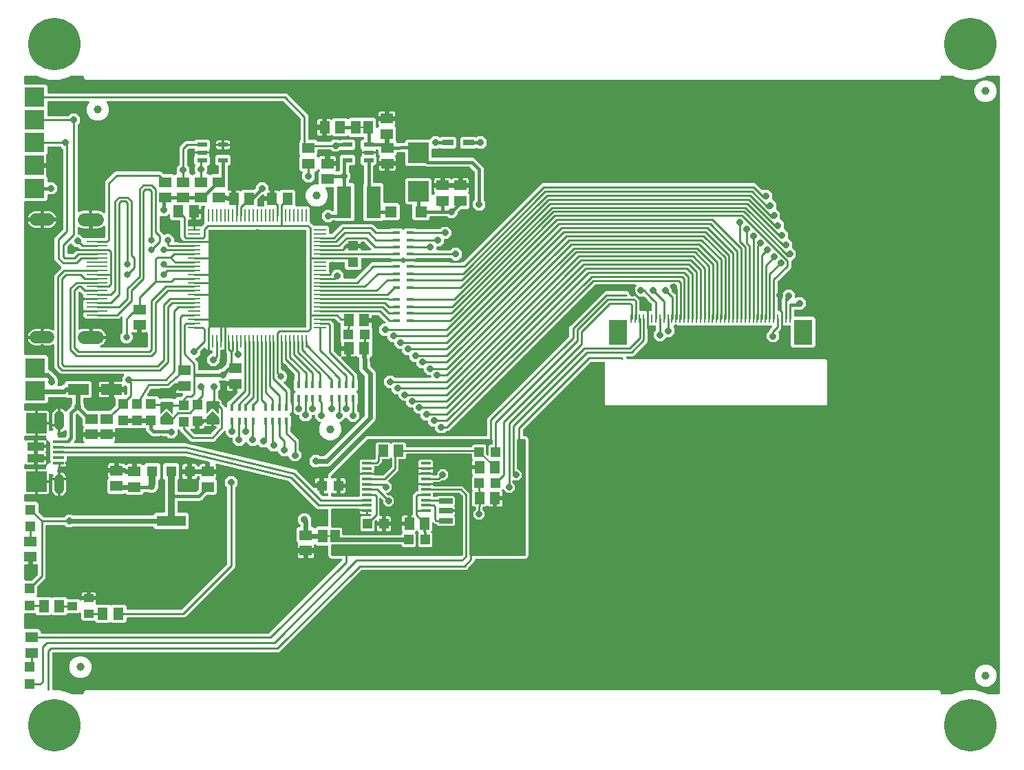
<source format=gbr>
G04 EAGLE Gerber RS-274X export*
G75*
%MOMM*%
%FSLAX34Y34*%
%LPD*%
%INTop Copper*%
%IPPOS*%
%AMOC8*
5,1,8,0,0,1.08239X$1,22.5*%
G01*
%ADD10C,1.650000*%
%ADD11C,1.500000*%
%ADD12R,2.600000X0.250000*%
%ADD13R,0.270000X1.500000*%
%ADD14R,1.500000X0.270000*%
%ADD15R,12.000000X12.000000*%
%ADD16C,0.908000*%
%ADD17R,1.500000X1.300000*%
%ADD18R,1.300000X1.200000*%
%ADD19R,1.200000X1.300000*%
%ADD20R,1.300000X1.500000*%
%ADD21C,0.381000*%
%ADD22C,6.451600*%
%ADD23C,1.000000*%
%ADD24R,1.200000X0.550000*%
%ADD25R,1.300000X1.300000*%
%ADD26R,3.600000X1.300000*%
%ADD27R,2.500000X2.500000*%
%ADD28C,1.208000*%
%ADD29R,1.350000X0.400000*%
%ADD30R,2.000000X1.000000*%
%ADD31R,1.270000X0.304800*%
%ADD32R,1.700000X0.700000*%
%ADD33R,0.900000X0.450000*%
%ADD34R,0.450000X0.900000*%
%ADD35R,1.200000X1.200000*%
%ADD36R,1.800000X4.000000*%
%ADD37R,1.400000X1.400000*%
%ADD38R,2.540000X2.540000*%
%ADD39R,1.200000X1.000000*%
%ADD40R,0.250000X1.100000*%
%ADD41R,2.300000X3.100000*%
%ADD42R,2.400000X2.400000*%
%ADD43R,1.168400X1.600200*%
%ADD44R,0.635000X0.203200*%
%ADD45R,1.350000X0.800000*%
%ADD46R,2.600000X1.400000*%
%ADD47C,0.250000*%
%ADD48C,0.400000*%
%ADD49P,0.872839X8X22.500000*%
%ADD50C,0.806400*%
%ADD51C,0.304800*%
%ADD52C,0.406400*%
%ADD53C,0.254000*%
%ADD54C,0.609600*%
%ADD55C,0.812800*%
%ADD56C,0.906400*%
%ADD57C,0.203200*%

G36*
X75035Y-1495D02*
X75035Y-1495D01*
X75071Y-1498D01*
X75207Y-1475D01*
X75343Y-1459D01*
X75377Y-1447D01*
X75412Y-1442D01*
X75539Y-1389D01*
X75669Y-1342D01*
X75698Y-1323D01*
X75731Y-1309D01*
X75843Y-1228D01*
X75958Y-1153D01*
X75983Y-1127D01*
X76011Y-1107D01*
X76102Y-1003D01*
X76197Y-903D01*
X76215Y-872D01*
X76238Y-846D01*
X76302Y-723D01*
X76372Y-605D01*
X76382Y-571D01*
X76399Y-539D01*
X76433Y-406D01*
X76474Y-274D01*
X76476Y-239D01*
X76485Y-205D01*
X76499Y0D01*
X76499Y1450D01*
X78550Y3501D01*
X1128450Y3501D01*
X1130501Y1450D01*
X1130501Y0D01*
X1130505Y-35D01*
X1130502Y-71D01*
X1130525Y-207D01*
X1130541Y-343D01*
X1130553Y-377D01*
X1130558Y-412D01*
X1130611Y-539D01*
X1130658Y-669D01*
X1130677Y-698D01*
X1130691Y-731D01*
X1130772Y-843D01*
X1130847Y-958D01*
X1130873Y-983D01*
X1130893Y-1011D01*
X1130997Y-1102D01*
X1131097Y-1197D01*
X1131128Y-1215D01*
X1131154Y-1238D01*
X1131277Y-1302D01*
X1131395Y-1372D01*
X1131429Y-1382D01*
X1131461Y-1399D01*
X1131594Y-1433D01*
X1131726Y-1474D01*
X1131761Y-1476D01*
X1131795Y-1485D01*
X1132000Y-1499D01*
X1145682Y-1499D01*
X1145833Y-1482D01*
X1145985Y-1468D01*
X1146005Y-1462D01*
X1146026Y-1459D01*
X1146169Y-1408D01*
X1146313Y-1360D01*
X1146337Y-1347D01*
X1146351Y-1342D01*
X1146376Y-1325D01*
X1146493Y-1261D01*
X1148670Y138D01*
X1160720Y3676D01*
X1173280Y3676D01*
X1185330Y138D01*
X1187507Y-1261D01*
X1187643Y-1328D01*
X1187778Y-1399D01*
X1187799Y-1404D01*
X1187818Y-1413D01*
X1187966Y-1447D01*
X1188113Y-1485D01*
X1188140Y-1487D01*
X1188155Y-1490D01*
X1188185Y-1490D01*
X1188318Y-1499D01*
X1202000Y-1499D01*
X1202035Y-1495D01*
X1202071Y-1498D01*
X1202207Y-1475D01*
X1202343Y-1459D01*
X1202377Y-1447D01*
X1202412Y-1442D01*
X1202539Y-1389D01*
X1202669Y-1342D01*
X1202698Y-1323D01*
X1202731Y-1309D01*
X1202843Y-1228D01*
X1202958Y-1153D01*
X1202983Y-1127D01*
X1203011Y-1107D01*
X1203102Y-1003D01*
X1203197Y-903D01*
X1203215Y-872D01*
X1203238Y-846D01*
X1203302Y-723D01*
X1203372Y-605D01*
X1203382Y-571D01*
X1203399Y-539D01*
X1203433Y-406D01*
X1203474Y-274D01*
X1203476Y-239D01*
X1203485Y-205D01*
X1203499Y0D01*
X1203499Y758000D01*
X1203495Y758035D01*
X1203498Y758071D01*
X1203475Y758207D01*
X1203459Y758343D01*
X1203447Y758377D01*
X1203442Y758412D01*
X1203389Y758539D01*
X1203342Y758669D01*
X1203323Y758698D01*
X1203309Y758731D01*
X1203228Y758843D01*
X1203153Y758958D01*
X1203127Y758983D01*
X1203107Y759011D01*
X1203003Y759102D01*
X1202903Y759197D01*
X1202872Y759215D01*
X1202846Y759238D01*
X1202723Y759302D01*
X1202605Y759372D01*
X1202571Y759382D01*
X1202539Y759399D01*
X1202406Y759433D01*
X1202274Y759474D01*
X1202239Y759476D01*
X1202205Y759485D01*
X1202000Y759499D01*
X1188318Y759499D01*
X1188167Y759482D01*
X1188015Y759468D01*
X1187995Y759462D01*
X1187974Y759459D01*
X1187832Y759408D01*
X1187687Y759360D01*
X1187663Y759347D01*
X1187649Y759342D01*
X1187624Y759325D01*
X1187507Y759261D01*
X1185330Y757862D01*
X1173280Y754324D01*
X1160720Y754324D01*
X1148670Y757862D01*
X1146493Y759261D01*
X1146357Y759328D01*
X1146222Y759399D01*
X1146201Y759404D01*
X1146182Y759413D01*
X1146034Y759447D01*
X1145887Y759485D01*
X1145860Y759487D01*
X1145845Y759490D01*
X1145815Y759490D01*
X1145682Y759499D01*
X1132000Y759499D01*
X1131965Y759495D01*
X1131929Y759498D01*
X1131793Y759475D01*
X1131657Y759459D01*
X1131623Y759447D01*
X1131588Y759442D01*
X1131461Y759389D01*
X1131331Y759342D01*
X1131302Y759323D01*
X1131269Y759309D01*
X1131157Y759228D01*
X1131042Y759153D01*
X1131017Y759127D01*
X1130989Y759107D01*
X1130898Y759003D01*
X1130803Y758903D01*
X1130785Y758872D01*
X1130762Y758846D01*
X1130698Y758723D01*
X1130628Y758605D01*
X1130618Y758571D01*
X1130601Y758539D01*
X1130567Y758406D01*
X1130526Y758274D01*
X1130524Y758239D01*
X1130515Y758205D01*
X1130501Y758000D01*
X1130501Y756550D01*
X1128450Y754499D01*
X78550Y754499D01*
X76499Y756550D01*
X76499Y758000D01*
X76495Y758035D01*
X76498Y758071D01*
X76475Y758207D01*
X76459Y758343D01*
X76447Y758377D01*
X76442Y758412D01*
X76389Y758539D01*
X76342Y758669D01*
X76323Y758698D01*
X76309Y758731D01*
X76228Y758843D01*
X76153Y758958D01*
X76127Y758983D01*
X76107Y759011D01*
X76003Y759102D01*
X75903Y759197D01*
X75872Y759215D01*
X75846Y759238D01*
X75723Y759302D01*
X75605Y759372D01*
X75571Y759382D01*
X75539Y759399D01*
X75406Y759433D01*
X75274Y759474D01*
X75239Y759476D01*
X75205Y759485D01*
X75000Y759499D01*
X61318Y759499D01*
X61167Y759482D01*
X61015Y759468D01*
X60995Y759462D01*
X60974Y759459D01*
X60832Y759408D01*
X60687Y759360D01*
X60663Y759347D01*
X60649Y759342D01*
X60624Y759325D01*
X60507Y759261D01*
X58330Y757862D01*
X46280Y754324D01*
X33720Y754324D01*
X21670Y757862D01*
X19493Y759261D01*
X19357Y759328D01*
X19222Y759399D01*
X19201Y759404D01*
X19182Y759413D01*
X19034Y759447D01*
X18887Y759485D01*
X18860Y759487D01*
X18845Y759490D01*
X18815Y759490D01*
X18682Y759499D01*
X5000Y759499D01*
X4965Y759495D01*
X4929Y759498D01*
X4793Y759475D01*
X4657Y759459D01*
X4623Y759447D01*
X4588Y759442D01*
X4461Y759389D01*
X4331Y759342D01*
X4302Y759323D01*
X4269Y759309D01*
X4157Y759228D01*
X4042Y759153D01*
X4017Y759127D01*
X3989Y759107D01*
X3898Y759003D01*
X3803Y758903D01*
X3785Y758872D01*
X3762Y758846D01*
X3698Y758723D01*
X3628Y758605D01*
X3618Y758571D01*
X3601Y758539D01*
X3567Y758406D01*
X3526Y758274D01*
X3524Y758239D01*
X3515Y758205D01*
X3501Y758000D01*
X3501Y750000D01*
X3505Y749965D01*
X3502Y749929D01*
X3525Y749793D01*
X3541Y749657D01*
X3553Y749623D01*
X3558Y749588D01*
X3611Y749461D01*
X3658Y749331D01*
X3677Y749302D01*
X3691Y749269D01*
X3772Y749157D01*
X3847Y749042D01*
X3873Y749017D01*
X3893Y748989D01*
X3997Y748898D01*
X4097Y748803D01*
X4128Y748785D01*
X4154Y748762D01*
X4277Y748698D01*
X4395Y748628D01*
X4429Y748618D01*
X4461Y748601D01*
X4594Y748567D01*
X4726Y748526D01*
X4761Y748524D01*
X4795Y748515D01*
X5000Y748501D01*
X29450Y748501D01*
X31501Y746450D01*
X31501Y739270D01*
X31505Y739235D01*
X31502Y739199D01*
X31525Y739063D01*
X31541Y738927D01*
X31553Y738893D01*
X31558Y738858D01*
X31611Y738731D01*
X31658Y738601D01*
X31677Y738572D01*
X31691Y738539D01*
X31772Y738427D01*
X31847Y738312D01*
X31873Y738287D01*
X31893Y738259D01*
X31997Y738168D01*
X32097Y738073D01*
X32128Y738055D01*
X32154Y738032D01*
X32277Y737968D01*
X32395Y737898D01*
X32429Y737888D01*
X32461Y737871D01*
X32594Y737837D01*
X32726Y737796D01*
X32761Y737794D01*
X32795Y737785D01*
X33000Y737771D01*
X324949Y737771D01*
X326702Y737044D01*
X352044Y711702D01*
X352771Y709949D01*
X352771Y682000D01*
X352775Y681965D01*
X352772Y681929D01*
X352795Y681793D01*
X352811Y681657D01*
X352823Y681623D01*
X352828Y681588D01*
X352881Y681461D01*
X352928Y681331D01*
X352947Y681302D01*
X352961Y681269D01*
X353042Y681157D01*
X353117Y681042D01*
X353143Y681017D01*
X353163Y680989D01*
X353267Y680898D01*
X353367Y680803D01*
X353398Y680785D01*
X353424Y680762D01*
X353547Y680698D01*
X353665Y680628D01*
X353699Y680618D01*
X353731Y680601D01*
X353864Y680567D01*
X353996Y680526D01*
X354031Y680524D01*
X354065Y680515D01*
X354270Y680501D01*
X361950Y680501D01*
X363741Y678710D01*
X363850Y678623D01*
X363956Y678532D01*
X363986Y678516D01*
X364012Y678495D01*
X364138Y678436D01*
X364262Y678371D01*
X364294Y678363D01*
X364325Y678348D01*
X364461Y678320D01*
X364596Y678285D01*
X364642Y678282D01*
X364663Y678277D01*
X364697Y678278D01*
X364801Y678271D01*
X379997Y678271D01*
X380135Y678287D01*
X380274Y678297D01*
X380307Y678307D01*
X380340Y678311D01*
X380471Y678358D01*
X380605Y678399D01*
X380634Y678417D01*
X380665Y678428D01*
X380782Y678504D01*
X380902Y678575D01*
X380936Y678605D01*
X380955Y678617D01*
X380978Y678641D01*
X381057Y678710D01*
X383380Y681033D01*
X389620Y681033D01*
X390181Y680472D01*
X390290Y680385D01*
X390396Y680294D01*
X390426Y680278D01*
X390452Y680257D01*
X390578Y680198D01*
X390702Y680133D01*
X390734Y680125D01*
X390765Y680110D01*
X390901Y680082D01*
X391036Y680047D01*
X391082Y680044D01*
X391103Y680039D01*
X391137Y680040D01*
X391241Y680033D01*
X392210Y680033D01*
X392348Y680049D01*
X392487Y680059D01*
X392520Y680069D01*
X392553Y680073D01*
X392684Y680120D01*
X392818Y680161D01*
X392847Y680179D01*
X392879Y680190D01*
X392995Y680266D01*
X393115Y680337D01*
X393149Y680367D01*
X393168Y680379D01*
X393191Y680403D01*
X393270Y680472D01*
X393549Y680751D01*
X408449Y680751D01*
X410500Y678700D01*
X410500Y670300D01*
X408449Y668249D01*
X393473Y668249D01*
X393454Y668263D01*
X393326Y668316D01*
X393202Y668374D01*
X393167Y668381D01*
X393134Y668395D01*
X392998Y668417D01*
X392863Y668445D01*
X392828Y668444D01*
X392793Y668450D01*
X392655Y668440D01*
X392518Y668437D01*
X392483Y668428D01*
X392448Y668426D01*
X392317Y668385D01*
X392183Y668350D01*
X392152Y668334D01*
X392118Y668323D01*
X392000Y668253D01*
X391877Y668189D01*
X391851Y668165D01*
X391820Y668147D01*
X391665Y668013D01*
X389620Y665967D01*
X383380Y665967D01*
X381057Y668290D01*
X380948Y668377D01*
X380842Y668468D01*
X380812Y668484D01*
X380786Y668505D01*
X380660Y668564D01*
X380536Y668629D01*
X380504Y668637D01*
X380473Y668652D01*
X380337Y668680D01*
X380202Y668715D01*
X380156Y668718D01*
X380135Y668723D01*
X380101Y668722D01*
X379997Y668729D01*
X365500Y668729D01*
X365465Y668725D01*
X365429Y668728D01*
X365293Y668705D01*
X365157Y668689D01*
X365123Y668677D01*
X365088Y668672D01*
X364961Y668619D01*
X364831Y668572D01*
X364802Y668553D01*
X364769Y668539D01*
X364657Y668458D01*
X364542Y668383D01*
X364517Y668357D01*
X364489Y668337D01*
X364398Y668233D01*
X364303Y668133D01*
X364285Y668102D01*
X364262Y668076D01*
X364198Y667953D01*
X364128Y667835D01*
X364118Y667801D01*
X364101Y667769D01*
X364067Y667636D01*
X364026Y667504D01*
X364024Y667469D01*
X364015Y667435D01*
X364001Y667230D01*
X364001Y662550D01*
X363511Y662060D01*
X363489Y662032D01*
X363462Y662009D01*
X363382Y661897D01*
X363296Y661789D01*
X363281Y661757D01*
X363261Y661728D01*
X363208Y661601D01*
X363149Y661476D01*
X363142Y661441D01*
X363129Y661409D01*
X363106Y661272D01*
X363078Y661138D01*
X363079Y661102D01*
X363073Y661067D01*
X363083Y660930D01*
X363086Y660792D01*
X363095Y660758D01*
X363098Y660722D01*
X363139Y660591D01*
X363173Y660458D01*
X363190Y660426D01*
X363200Y660392D01*
X363271Y660274D01*
X363335Y660152D01*
X363358Y660125D01*
X363376Y660094D01*
X363511Y659940D01*
X364253Y659198D01*
X364290Y659132D01*
X364322Y659098D01*
X364347Y659060D01*
X364439Y658972D01*
X364525Y658878D01*
X364564Y658853D01*
X364597Y658821D01*
X364707Y658756D01*
X364812Y658685D01*
X364855Y658669D01*
X364895Y658646D01*
X365017Y658608D01*
X365136Y658563D01*
X365181Y658557D01*
X365226Y658544D01*
X365353Y658535D01*
X365479Y658519D01*
X365524Y658523D01*
X365571Y658520D01*
X365696Y658541D01*
X365823Y658554D01*
X365866Y658569D01*
X365912Y658576D01*
X366029Y658625D01*
X366149Y658666D01*
X366189Y658691D01*
X366231Y658709D01*
X366334Y658783D01*
X366442Y658851D01*
X366474Y658884D01*
X366511Y658911D01*
X366595Y659007D01*
X366684Y659098D01*
X366719Y659151D01*
X366738Y659172D01*
X366753Y659201D01*
X366798Y659268D01*
X366967Y659560D01*
X367440Y660033D01*
X368019Y660368D01*
X368665Y660541D01*
X373501Y660541D01*
X373501Y653000D01*
X373505Y652965D01*
X373502Y652930D01*
X373525Y652793D01*
X373541Y652657D01*
X373553Y652623D01*
X373558Y652588D01*
X373611Y652461D01*
X373658Y652331D01*
X373678Y652302D01*
X373691Y652269D01*
X373772Y652157D01*
X373847Y652042D01*
X373873Y652017D01*
X373893Y651989D01*
X373998Y651898D01*
X374097Y651803D01*
X374128Y651785D01*
X374154Y651762D01*
X374277Y651698D01*
X374395Y651628D01*
X374429Y651618D01*
X374461Y651601D01*
X374594Y651567D01*
X374726Y651526D01*
X374761Y651524D01*
X374795Y651515D01*
X375000Y651501D01*
X376501Y651501D01*
X376501Y650000D01*
X376505Y649965D01*
X376503Y649929D01*
X376525Y649793D01*
X376541Y649657D01*
X376553Y649623D01*
X376559Y649588D01*
X376611Y649461D01*
X376658Y649331D01*
X376678Y649302D01*
X376691Y649269D01*
X376772Y649157D01*
X376847Y649042D01*
X376873Y649017D01*
X376893Y648989D01*
X376998Y648898D01*
X377097Y648803D01*
X377128Y648785D01*
X377155Y648762D01*
X377277Y648698D01*
X377395Y648628D01*
X377429Y648618D01*
X377461Y648601D01*
X377594Y648567D01*
X377726Y648526D01*
X377761Y648524D01*
X377795Y648515D01*
X378000Y648501D01*
X386541Y648501D01*
X386541Y644665D01*
X386368Y644019D01*
X386230Y643782D01*
X386198Y643707D01*
X386157Y643637D01*
X386130Y643549D01*
X386093Y643464D01*
X386079Y643384D01*
X386055Y643306D01*
X386048Y643215D01*
X386032Y643124D01*
X386037Y643043D01*
X386031Y642961D01*
X386046Y642871D01*
X386051Y642779D01*
X386074Y642701D01*
X386087Y642620D01*
X386122Y642535D01*
X386148Y642447D01*
X386189Y642376D01*
X386220Y642301D01*
X386274Y642226D01*
X386319Y642146D01*
X386374Y642087D01*
X386422Y642021D01*
X386492Y641960D01*
X386554Y641893D01*
X386622Y641847D01*
X386683Y641794D01*
X386765Y641751D01*
X386841Y641700D01*
X386917Y641671D01*
X386989Y641633D01*
X387079Y641610D01*
X387164Y641578D01*
X387245Y641567D01*
X387324Y641547D01*
X387486Y641536D01*
X387507Y641533D01*
X387515Y641534D01*
X387529Y641533D01*
X389968Y641533D01*
X390003Y641537D01*
X390039Y641534D01*
X390175Y641557D01*
X390311Y641573D01*
X390345Y641585D01*
X390380Y641590D01*
X390507Y641643D01*
X390637Y641690D01*
X390666Y641709D01*
X390699Y641723D01*
X390811Y641804D01*
X390926Y641879D01*
X390951Y641905D01*
X390979Y641925D01*
X391070Y642029D01*
X391165Y642129D01*
X391183Y642160D01*
X391206Y642186D01*
X391270Y642309D01*
X391340Y642427D01*
X391350Y642461D01*
X391367Y642493D01*
X391401Y642626D01*
X391442Y642758D01*
X391444Y642793D01*
X391453Y642827D01*
X391467Y643032D01*
X391467Y656692D01*
X391479Y656732D01*
X391480Y656751D01*
X391484Y656769D01*
X391498Y656974D01*
X391498Y659700D01*
X393549Y661751D01*
X408449Y661751D01*
X410500Y659700D01*
X410500Y651300D01*
X408449Y649249D01*
X404032Y649249D01*
X403997Y649245D01*
X403961Y649248D01*
X403825Y649225D01*
X403689Y649209D01*
X403655Y649197D01*
X403620Y649192D01*
X403493Y649139D01*
X403363Y649092D01*
X403334Y649073D01*
X403301Y649059D01*
X403189Y648978D01*
X403074Y648903D01*
X403049Y648877D01*
X403021Y648857D01*
X402930Y648753D01*
X402835Y648653D01*
X402817Y648622D01*
X402794Y648596D01*
X402730Y648473D01*
X402660Y648355D01*
X402650Y648321D01*
X402633Y648289D01*
X402599Y648156D01*
X402558Y648024D01*
X402556Y647989D01*
X402547Y647955D01*
X402533Y647750D01*
X402533Y641741D01*
X402549Y641603D01*
X402559Y641464D01*
X402569Y641431D01*
X402573Y641398D01*
X402620Y641267D01*
X402661Y641134D01*
X402679Y641104D01*
X402690Y641073D01*
X402766Y640956D01*
X402837Y640836D01*
X402867Y640802D01*
X402879Y640783D01*
X402903Y640760D01*
X402972Y640681D01*
X404533Y639120D01*
X404533Y632880D01*
X402972Y631319D01*
X402885Y631210D01*
X402794Y631104D01*
X402778Y631074D01*
X402757Y631048D01*
X402698Y630922D01*
X402633Y630798D01*
X402625Y630766D01*
X402610Y630735D01*
X402582Y630599D01*
X402547Y630464D01*
X402544Y630418D01*
X402539Y630397D01*
X402540Y630363D01*
X402533Y630259D01*
X402533Y629000D01*
X402537Y628965D01*
X402534Y628929D01*
X402557Y628793D01*
X402573Y628657D01*
X402585Y628623D01*
X402590Y628588D01*
X402643Y628461D01*
X402690Y628331D01*
X402709Y628302D01*
X402723Y628269D01*
X402804Y628157D01*
X402879Y628042D01*
X402905Y628017D01*
X402925Y627989D01*
X403029Y627898D01*
X403129Y627803D01*
X403160Y627785D01*
X403186Y627762D01*
X403309Y627698D01*
X403427Y627628D01*
X403461Y627618D01*
X403493Y627601D01*
X403626Y627567D01*
X403758Y627526D01*
X403793Y627524D01*
X403827Y627515D01*
X404032Y627501D01*
X407450Y627501D01*
X409501Y625450D01*
X409501Y582550D01*
X407450Y580499D01*
X386550Y580499D01*
X386021Y581028D01*
X385912Y581115D01*
X385806Y581206D01*
X385776Y581222D01*
X385750Y581243D01*
X385624Y581302D01*
X385500Y581367D01*
X385468Y581375D01*
X385437Y581390D01*
X385301Y581418D01*
X385166Y581453D01*
X385120Y581456D01*
X385099Y581461D01*
X385065Y581460D01*
X384961Y581467D01*
X382741Y581467D01*
X382603Y581451D01*
X382464Y581441D01*
X382431Y581431D01*
X382398Y581427D01*
X382267Y581380D01*
X382134Y581339D01*
X382104Y581321D01*
X382073Y581310D01*
X381956Y581234D01*
X381836Y581163D01*
X381802Y581133D01*
X381783Y581121D01*
X381760Y581097D01*
X381681Y581028D01*
X380120Y579467D01*
X373880Y579467D01*
X369467Y583880D01*
X369467Y590120D01*
X373880Y594533D01*
X380120Y594533D01*
X381681Y592972D01*
X381790Y592885D01*
X381896Y592794D01*
X381926Y592778D01*
X381952Y592757D01*
X382078Y592698D01*
X382202Y592633D01*
X382234Y592625D01*
X382265Y592610D01*
X382401Y592582D01*
X382536Y592547D01*
X382582Y592544D01*
X382603Y592539D01*
X382637Y592540D01*
X382741Y592533D01*
X383000Y592533D01*
X383035Y592537D01*
X383071Y592534D01*
X383207Y592557D01*
X383343Y592573D01*
X383377Y592585D01*
X383412Y592590D01*
X383539Y592643D01*
X383669Y592690D01*
X383698Y592709D01*
X383731Y592723D01*
X383843Y592804D01*
X383958Y592879D01*
X383983Y592905D01*
X384011Y592925D01*
X384102Y593029D01*
X384197Y593129D01*
X384215Y593160D01*
X384238Y593186D01*
X384302Y593309D01*
X384372Y593427D01*
X384382Y593461D01*
X384399Y593493D01*
X384433Y593626D01*
X384474Y593758D01*
X384476Y593793D01*
X384485Y593827D01*
X384499Y594032D01*
X384499Y621000D01*
X384495Y621035D01*
X384498Y621071D01*
X384475Y621207D01*
X384459Y621343D01*
X384447Y621377D01*
X384442Y621412D01*
X384389Y621539D01*
X384342Y621669D01*
X384323Y621698D01*
X384309Y621731D01*
X384228Y621843D01*
X384153Y621958D01*
X384127Y621983D01*
X384107Y622011D01*
X384003Y622102D01*
X383903Y622197D01*
X383872Y622215D01*
X383846Y622238D01*
X383723Y622302D01*
X383605Y622372D01*
X383571Y622382D01*
X383539Y622399D01*
X383406Y622433D01*
X383274Y622474D01*
X383239Y622476D01*
X383205Y622485D01*
X383000Y622499D01*
X375213Y622499D01*
X375109Y622487D01*
X375005Y622485D01*
X374938Y622467D01*
X374870Y622459D01*
X374772Y622424D01*
X374671Y622398D01*
X374609Y622365D01*
X374545Y622342D01*
X374457Y622285D01*
X374365Y622236D01*
X374313Y622191D01*
X374255Y622153D01*
X374183Y622078D01*
X374104Y622009D01*
X374064Y621953D01*
X374016Y621903D01*
X373963Y621813D01*
X373903Y621728D01*
X373876Y621664D01*
X373841Y621605D01*
X373810Y621505D01*
X373771Y621409D01*
X373760Y621340D01*
X373739Y621274D01*
X373732Y621170D01*
X373715Y621067D01*
X373720Y620998D01*
X373716Y620929D01*
X373732Y620826D01*
X373740Y620722D01*
X373760Y620656D01*
X373772Y620588D01*
X373812Y620492D01*
X373843Y620392D01*
X373878Y620333D01*
X373904Y620269D01*
X373965Y620184D01*
X374018Y620095D01*
X374087Y620016D01*
X374106Y619989D01*
X374123Y619974D01*
X374153Y619940D01*
X374445Y619648D01*
X376501Y614685D01*
X376501Y609315D01*
X374445Y604352D01*
X370648Y600555D01*
X365685Y598499D01*
X360315Y598499D01*
X355352Y600555D01*
X351555Y604352D01*
X349499Y609315D01*
X349499Y614685D01*
X351555Y619648D01*
X355352Y623445D01*
X360315Y625501D01*
X364000Y625501D01*
X364035Y625505D01*
X364071Y625502D01*
X364207Y625525D01*
X364343Y625541D01*
X364377Y625553D01*
X364412Y625558D01*
X364539Y625611D01*
X364669Y625658D01*
X364698Y625677D01*
X364731Y625691D01*
X364843Y625772D01*
X364958Y625847D01*
X364983Y625873D01*
X365011Y625893D01*
X365102Y625997D01*
X365197Y626097D01*
X365215Y626128D01*
X365238Y626154D01*
X365302Y626277D01*
X365372Y626395D01*
X365382Y626429D01*
X365399Y626461D01*
X365433Y626594D01*
X365474Y626726D01*
X365476Y626761D01*
X365485Y626795D01*
X365499Y627000D01*
X365499Y640450D01*
X366711Y641661D01*
X366718Y641671D01*
X366728Y641679D01*
X366826Y641807D01*
X366925Y641932D01*
X366931Y641944D01*
X366938Y641954D01*
X367004Y642100D01*
X367072Y642245D01*
X367075Y642258D01*
X367080Y642269D01*
X367110Y642426D01*
X367143Y642584D01*
X367143Y642596D01*
X367145Y642608D01*
X367139Y642769D01*
X367135Y642929D01*
X367132Y642941D01*
X367132Y642954D01*
X367089Y643109D01*
X367048Y643264D01*
X367042Y643275D01*
X367039Y643287D01*
X366949Y643471D01*
X366798Y643732D01*
X366723Y643834D01*
X366653Y643940D01*
X366620Y643972D01*
X366592Y644009D01*
X366495Y644091D01*
X366403Y644179D01*
X366363Y644202D01*
X366328Y644232D01*
X366214Y644290D01*
X366105Y644354D01*
X366061Y644368D01*
X366019Y644389D01*
X365896Y644419D01*
X365774Y644456D01*
X365728Y644459D01*
X365683Y644470D01*
X365557Y644471D01*
X365429Y644480D01*
X365384Y644472D01*
X365338Y644473D01*
X365214Y644444D01*
X365088Y644424D01*
X365046Y644406D01*
X365001Y644396D01*
X364886Y644340D01*
X364769Y644291D01*
X364732Y644264D01*
X364690Y644244D01*
X364592Y644163D01*
X364489Y644089D01*
X364458Y644054D01*
X364423Y644025D01*
X364345Y643924D01*
X364262Y643828D01*
X364243Y643793D01*
X361950Y641499D01*
X361773Y641499D01*
X361669Y641487D01*
X361565Y641485D01*
X361498Y641467D01*
X361430Y641459D01*
X361332Y641424D01*
X361231Y641398D01*
X361170Y641365D01*
X361104Y641342D01*
X361017Y641285D01*
X360925Y641236D01*
X360873Y641191D01*
X360815Y641153D01*
X360743Y641078D01*
X360664Y641009D01*
X360624Y640953D01*
X360576Y640903D01*
X360523Y640813D01*
X360463Y640728D01*
X360436Y640664D01*
X360401Y640605D01*
X360370Y640505D01*
X360331Y640409D01*
X360320Y640340D01*
X360299Y640274D01*
X360292Y640170D01*
X360275Y640067D01*
X360280Y639998D01*
X360276Y639929D01*
X360292Y639826D01*
X360300Y639722D01*
X360320Y639656D01*
X360332Y639588D01*
X360372Y639492D01*
X360403Y639392D01*
X360438Y639333D01*
X360464Y639269D01*
X360525Y639184D01*
X360533Y639172D01*
X360533Y632880D01*
X356120Y628467D01*
X349880Y628467D01*
X345467Y632880D01*
X345467Y639167D01*
X345502Y639211D01*
X345546Y639305D01*
X345599Y639395D01*
X345619Y639461D01*
X345649Y639524D01*
X345670Y639626D01*
X345701Y639726D01*
X345706Y639795D01*
X345720Y639862D01*
X345717Y639966D01*
X345724Y640071D01*
X345713Y640139D01*
X345712Y640208D01*
X345685Y640309D01*
X345668Y640412D01*
X345642Y640476D01*
X345625Y640542D01*
X345576Y640635D01*
X345536Y640731D01*
X345495Y640787D01*
X345463Y640848D01*
X345395Y640927D01*
X345334Y641011D01*
X345281Y641057D01*
X345236Y641109D01*
X345151Y641170D01*
X345072Y641238D01*
X345011Y641270D01*
X344955Y641310D01*
X344859Y641350D01*
X344766Y641399D01*
X344699Y641416D01*
X344636Y641442D01*
X344533Y641459D01*
X344432Y641485D01*
X344327Y641492D01*
X344294Y641498D01*
X344272Y641496D01*
X344227Y641499D01*
X344050Y641499D01*
X341999Y643550D01*
X341999Y659450D01*
X342489Y659940D01*
X342511Y659968D01*
X342538Y659991D01*
X342618Y660103D01*
X342704Y660211D01*
X342719Y660243D01*
X342739Y660272D01*
X342792Y660399D01*
X342851Y660524D01*
X342858Y660559D01*
X342871Y660591D01*
X342894Y660728D01*
X342922Y660862D01*
X342921Y660898D01*
X342927Y660933D01*
X342917Y661070D01*
X342914Y661208D01*
X342905Y661242D01*
X342902Y661278D01*
X342861Y661409D01*
X342827Y661542D01*
X342810Y661574D01*
X342800Y661608D01*
X342730Y661726D01*
X342665Y661848D01*
X342642Y661875D01*
X342624Y661905D01*
X342489Y662060D01*
X341999Y662550D01*
X341999Y678450D01*
X342790Y679241D01*
X342877Y679350D01*
X342968Y679456D01*
X342984Y679486D01*
X343005Y679512D01*
X343064Y679638D01*
X343129Y679762D01*
X343137Y679794D01*
X343152Y679825D01*
X343180Y679961D01*
X343215Y680096D01*
X343218Y680142D01*
X343223Y680163D01*
X343222Y680197D01*
X343229Y680301D01*
X343229Y706403D01*
X343213Y706541D01*
X343203Y706680D01*
X343193Y706713D01*
X343189Y706746D01*
X343142Y706877D01*
X343101Y707011D01*
X343083Y707040D01*
X343072Y707071D01*
X342996Y707188D01*
X342925Y707308D01*
X342895Y707342D01*
X342883Y707361D01*
X342859Y707384D01*
X342790Y707463D01*
X322463Y727790D01*
X322354Y727877D01*
X322248Y727968D01*
X322218Y727984D01*
X322192Y728005D01*
X322066Y728064D01*
X321942Y728129D01*
X321910Y728137D01*
X321879Y728152D01*
X321743Y728180D01*
X321608Y728215D01*
X321562Y728218D01*
X321541Y728223D01*
X321507Y728222D01*
X321403Y728229D01*
X106013Y728229D01*
X105909Y728217D01*
X105805Y728215D01*
X105738Y728197D01*
X105670Y728189D01*
X105572Y728154D01*
X105471Y728128D01*
X105410Y728095D01*
X105345Y728072D01*
X105257Y728015D01*
X105165Y727966D01*
X105113Y727921D01*
X105055Y727883D01*
X104983Y727808D01*
X104904Y727739D01*
X104864Y727683D01*
X104816Y727633D01*
X104764Y727543D01*
X104703Y727458D01*
X104676Y727394D01*
X104641Y727335D01*
X104611Y727235D01*
X104571Y727139D01*
X104560Y727070D01*
X104539Y727004D01*
X104532Y726900D01*
X104515Y726797D01*
X104520Y726728D01*
X104516Y726659D01*
X104532Y726557D01*
X104540Y726452D01*
X104560Y726386D01*
X104572Y726318D01*
X104612Y726222D01*
X104643Y726122D01*
X104678Y726063D01*
X104704Y725999D01*
X104765Y725914D01*
X104818Y725825D01*
X104887Y725746D01*
X104906Y725719D01*
X104923Y725704D01*
X104953Y725670D01*
X105425Y725198D01*
X107481Y720235D01*
X107481Y714865D01*
X105425Y709902D01*
X101628Y706105D01*
X96665Y704049D01*
X91295Y704049D01*
X86332Y706105D01*
X82535Y709902D01*
X80479Y714865D01*
X80479Y720235D01*
X82535Y725198D01*
X83007Y725670D01*
X83072Y725752D01*
X83144Y725827D01*
X83179Y725887D01*
X83222Y725941D01*
X83266Y726035D01*
X83319Y726125D01*
X83339Y726191D01*
X83368Y726254D01*
X83390Y726356D01*
X83421Y726456D01*
X83425Y726525D01*
X83440Y726592D01*
X83437Y726696D01*
X83444Y726801D01*
X83433Y726869D01*
X83432Y726938D01*
X83405Y727039D01*
X83388Y727142D01*
X83362Y727205D01*
X83345Y727272D01*
X83296Y727365D01*
X83256Y727461D01*
X83215Y727517D01*
X83183Y727578D01*
X83115Y727657D01*
X83054Y727741D01*
X83001Y727787D01*
X82956Y727839D01*
X82871Y727900D01*
X82792Y727968D01*
X82731Y728000D01*
X82675Y728041D01*
X82579Y728080D01*
X82486Y728129D01*
X82419Y728146D01*
X82356Y728172D01*
X82253Y728189D01*
X82152Y728215D01*
X82048Y728222D01*
X82014Y728228D01*
X81992Y728226D01*
X81947Y728229D01*
X33000Y728229D01*
X32965Y728225D01*
X32929Y728228D01*
X32793Y728205D01*
X32657Y728189D01*
X32623Y728177D01*
X32588Y728172D01*
X32461Y728119D01*
X32331Y728072D01*
X32302Y728053D01*
X32269Y728039D01*
X32157Y727958D01*
X32042Y727883D01*
X32017Y727857D01*
X31989Y727837D01*
X31898Y727733D01*
X31803Y727633D01*
X31785Y727602D01*
X31762Y727576D01*
X31698Y727453D01*
X31628Y727335D01*
X31618Y727301D01*
X31601Y727269D01*
X31567Y727136D01*
X31526Y727004D01*
X31524Y726969D01*
X31515Y726935D01*
X31501Y726730D01*
X31501Y711270D01*
X31505Y711235D01*
X31502Y711199D01*
X31525Y711063D01*
X31541Y710927D01*
X31553Y710893D01*
X31558Y710858D01*
X31611Y710731D01*
X31658Y710601D01*
X31677Y710572D01*
X31691Y710539D01*
X31772Y710427D01*
X31847Y710312D01*
X31873Y710287D01*
X31893Y710259D01*
X31997Y710168D01*
X32097Y710073D01*
X32128Y710055D01*
X32154Y710032D01*
X32277Y709968D01*
X32395Y709898D01*
X32429Y709888D01*
X32461Y709871D01*
X32594Y709837D01*
X32726Y709796D01*
X32761Y709794D01*
X32795Y709785D01*
X33000Y709771D01*
X57497Y709771D01*
X57635Y709787D01*
X57774Y709797D01*
X57807Y709807D01*
X57840Y709811D01*
X57971Y709858D01*
X58104Y709899D01*
X58134Y709917D01*
X58165Y709928D01*
X58282Y710004D01*
X58402Y710075D01*
X58436Y710105D01*
X58455Y710117D01*
X58478Y710141D01*
X58557Y710210D01*
X60880Y712533D01*
X67120Y712533D01*
X71533Y708120D01*
X71533Y701880D01*
X69210Y699557D01*
X69123Y699448D01*
X69032Y699342D01*
X69016Y699312D01*
X68995Y699286D01*
X68936Y699160D01*
X68871Y699036D01*
X68863Y699004D01*
X68848Y698973D01*
X68820Y698837D01*
X68785Y698702D01*
X68782Y698656D01*
X68777Y698635D01*
X68778Y698601D01*
X68771Y698497D01*
X68771Y593043D01*
X68776Y593001D01*
X68773Y592959D01*
X68796Y592829D01*
X68811Y592699D01*
X68825Y592660D01*
X68832Y592618D01*
X68884Y592497D01*
X68928Y592374D01*
X68951Y592339D01*
X68968Y592300D01*
X69045Y592194D01*
X69117Y592084D01*
X69147Y592055D01*
X69172Y592021D01*
X69272Y591936D01*
X69367Y591846D01*
X69403Y591824D01*
X69436Y591797D01*
X69552Y591737D01*
X69665Y591671D01*
X69706Y591658D01*
X69743Y591639D01*
X69870Y591607D01*
X69996Y591569D01*
X70038Y591566D01*
X70079Y591556D01*
X70210Y591554D01*
X70341Y591545D01*
X70382Y591552D01*
X70424Y591551D01*
X70552Y591580D01*
X70682Y591601D01*
X70721Y591617D01*
X70762Y591626D01*
X70951Y591707D01*
X72508Y592500D01*
X74123Y593025D01*
X75801Y593291D01*
X82651Y593291D01*
X82651Y592000D01*
X82655Y591965D01*
X82652Y591929D01*
X82675Y591793D01*
X82691Y591657D01*
X82703Y591623D01*
X82708Y591588D01*
X82761Y591461D01*
X82808Y591331D01*
X82827Y591302D01*
X82841Y591269D01*
X82922Y591157D01*
X82997Y591042D01*
X83023Y591017D01*
X83043Y590989D01*
X83147Y590898D01*
X83247Y590803D01*
X83278Y590785D01*
X83304Y590762D01*
X83427Y590698D01*
X83545Y590628D01*
X83579Y590618D01*
X83610Y590601D01*
X83744Y590567D01*
X83876Y590526D01*
X83911Y590524D01*
X83945Y590515D01*
X84150Y590501D01*
X85650Y590501D01*
X85685Y590505D01*
X85721Y590502D01*
X85857Y590525D01*
X85993Y590541D01*
X86027Y590553D01*
X86062Y590558D01*
X86189Y590611D01*
X86319Y590658D01*
X86348Y590677D01*
X86381Y590691D01*
X86493Y590772D01*
X86608Y590847D01*
X86633Y590873D01*
X86661Y590893D01*
X86752Y590997D01*
X86847Y591097D01*
X86865Y591128D01*
X86888Y591154D01*
X86952Y591276D01*
X87022Y591395D01*
X87032Y591429D01*
X87049Y591461D01*
X87083Y591594D01*
X87124Y591726D01*
X87126Y591761D01*
X87135Y591795D01*
X87149Y592000D01*
X87149Y593291D01*
X93999Y593291D01*
X95677Y593025D01*
X97292Y592500D01*
X98806Y591729D01*
X100211Y590708D01*
X100252Y590676D01*
X100327Y590604D01*
X100387Y590569D01*
X100441Y590526D01*
X100535Y590482D01*
X100625Y590429D01*
X100691Y590408D01*
X100754Y590379D01*
X100856Y590357D01*
X100956Y590327D01*
X101024Y590322D01*
X101092Y590308D01*
X101196Y590310D01*
X101301Y590303D01*
X101369Y590314D01*
X101438Y590316D01*
X101539Y590342D01*
X101642Y590359D01*
X101705Y590385D01*
X101772Y590403D01*
X101865Y590452D01*
X101961Y590492D01*
X102017Y590532D01*
X102078Y590564D01*
X102157Y590633D01*
X102241Y590694D01*
X102287Y590746D01*
X102339Y590791D01*
X102400Y590876D01*
X102468Y590955D01*
X102500Y591016D01*
X102540Y591072D01*
X102580Y591169D01*
X102629Y591261D01*
X102646Y591328D01*
X102672Y591392D01*
X102689Y591495D01*
X102715Y591596D01*
X102722Y591700D01*
X102728Y591733D01*
X102726Y591755D01*
X102729Y591801D01*
X102729Y627949D01*
X103456Y629702D01*
X114798Y641044D01*
X116551Y641771D01*
X169949Y641771D01*
X171702Y641044D01*
X173807Y638940D01*
X173916Y638853D01*
X174022Y638762D01*
X174052Y638746D01*
X174078Y638725D01*
X174204Y638666D01*
X174328Y638601D01*
X174360Y638593D01*
X174391Y638578D01*
X174527Y638550D01*
X174662Y638515D01*
X174708Y638512D01*
X174729Y638507D01*
X174763Y638508D01*
X174867Y638501D01*
X185950Y638501D01*
X186940Y637511D01*
X186968Y637489D01*
X186991Y637462D01*
X187103Y637382D01*
X187211Y637296D01*
X187243Y637281D01*
X187272Y637261D01*
X187399Y637208D01*
X187524Y637149D01*
X187559Y637142D01*
X187591Y637129D01*
X187728Y637106D01*
X187862Y637078D01*
X187898Y637079D01*
X187933Y637073D01*
X188070Y637083D01*
X188208Y637086D01*
X188242Y637095D01*
X188278Y637098D01*
X188409Y637139D01*
X188542Y637173D01*
X188574Y637190D01*
X188608Y637200D01*
X188726Y637270D01*
X188848Y637335D01*
X188875Y637358D01*
X188905Y637376D01*
X189060Y637511D01*
X190054Y638505D01*
X190175Y638525D01*
X190311Y638541D01*
X190345Y638553D01*
X190380Y638558D01*
X190507Y638611D01*
X190637Y638658D01*
X190666Y638677D01*
X190699Y638691D01*
X190811Y638772D01*
X190926Y638847D01*
X190951Y638873D01*
X190979Y638893D01*
X191070Y638997D01*
X191165Y639097D01*
X191183Y639128D01*
X191206Y639154D01*
X191270Y639277D01*
X191340Y639395D01*
X191350Y639429D01*
X191367Y639461D01*
X191401Y639594D01*
X191442Y639726D01*
X191444Y639761D01*
X191453Y639795D01*
X191467Y640000D01*
X191467Y646620D01*
X193790Y648943D01*
X193877Y649052D01*
X193968Y649158D01*
X193984Y649188D01*
X194005Y649214D01*
X194064Y649340D01*
X194129Y649464D01*
X194137Y649496D01*
X194152Y649527D01*
X194180Y649663D01*
X194215Y649798D01*
X194218Y649844D01*
X194223Y649865D01*
X194222Y649899D01*
X194229Y650003D01*
X194229Y670424D01*
X194956Y672177D01*
X196508Y673730D01*
X199770Y676992D01*
X201323Y678544D01*
X203076Y679271D01*
X212448Y679271D01*
X212586Y679287D01*
X212726Y679297D01*
X212758Y679307D01*
X212791Y679311D01*
X212922Y679358D01*
X213056Y679399D01*
X213085Y679417D01*
X213117Y679428D01*
X213233Y679504D01*
X213353Y679575D01*
X213388Y679605D01*
X213406Y679617D01*
X213429Y679641D01*
X213508Y679710D01*
X214549Y680751D01*
X229449Y680751D01*
X231500Y678700D01*
X231500Y670300D01*
X230886Y669687D01*
X230813Y669594D01*
X230789Y669568D01*
X230778Y669549D01*
X230683Y669434D01*
X230679Y669424D01*
X230672Y669416D01*
X230603Y669268D01*
X230532Y669123D01*
X230529Y669112D01*
X230525Y669103D01*
X230492Y668944D01*
X230456Y668786D01*
X230456Y668775D01*
X230454Y668764D01*
X230458Y668602D01*
X230459Y668440D01*
X230462Y668427D01*
X230462Y668419D01*
X230467Y668398D01*
X230498Y668238D01*
X230540Y668084D01*
X230540Y666499D01*
X221999Y666499D01*
X213458Y666499D01*
X213458Y668230D01*
X213454Y668265D01*
X213457Y668301D01*
X213434Y668437D01*
X213418Y668573D01*
X213406Y668607D01*
X213401Y668642D01*
X213348Y668769D01*
X213301Y668899D01*
X213282Y668928D01*
X213268Y668961D01*
X213187Y669073D01*
X213112Y669188D01*
X213086Y669213D01*
X213066Y669241D01*
X212962Y669332D01*
X212862Y669427D01*
X212831Y669445D01*
X212805Y669468D01*
X212682Y669532D01*
X212564Y669602D01*
X212530Y669612D01*
X212498Y669629D01*
X212365Y669663D01*
X212233Y669704D01*
X212198Y669706D01*
X212164Y669715D01*
X211959Y669729D01*
X206622Y669729D01*
X206484Y669713D01*
X206345Y669703D01*
X206312Y669693D01*
X206279Y669689D01*
X206148Y669642D01*
X206014Y669601D01*
X205985Y669583D01*
X205953Y669572D01*
X205837Y669496D01*
X205717Y669425D01*
X205682Y669395D01*
X205664Y669383D01*
X205641Y669359D01*
X205562Y669290D01*
X204210Y667938D01*
X204123Y667829D01*
X204032Y667724D01*
X204016Y667694D01*
X203995Y667667D01*
X203936Y667541D01*
X203871Y667417D01*
X203863Y667385D01*
X203848Y667354D01*
X203820Y667218D01*
X203785Y667083D01*
X203782Y667038D01*
X203777Y667016D01*
X203778Y666982D01*
X203771Y666878D01*
X203771Y650003D01*
X203787Y649865D01*
X203797Y649726D01*
X203807Y649693D01*
X203811Y649660D01*
X203858Y649529D01*
X203899Y649396D01*
X203917Y649366D01*
X203928Y649335D01*
X204004Y649218D01*
X204075Y649098D01*
X204105Y649064D01*
X204117Y649045D01*
X204141Y649022D01*
X204210Y648943D01*
X206533Y646620D01*
X206533Y640000D01*
X206537Y639965D01*
X206534Y639929D01*
X206557Y639793D01*
X206573Y639657D01*
X206585Y639623D01*
X206590Y639588D01*
X206643Y639461D01*
X206690Y639331D01*
X206709Y639302D01*
X206723Y639269D01*
X206804Y639157D01*
X206879Y639042D01*
X206905Y639017D01*
X206925Y638989D01*
X207029Y638898D01*
X207129Y638803D01*
X207160Y638785D01*
X207186Y638762D01*
X207309Y638698D01*
X207427Y638628D01*
X207461Y638618D01*
X207493Y638601D01*
X207626Y638567D01*
X207758Y638526D01*
X207793Y638524D01*
X207827Y638515D01*
X207944Y638507D01*
X208940Y637511D01*
X208968Y637489D01*
X208991Y637462D01*
X209103Y637382D01*
X209211Y637296D01*
X209243Y637281D01*
X209272Y637261D01*
X209399Y637208D01*
X209524Y637149D01*
X209559Y637142D01*
X209591Y637129D01*
X209728Y637106D01*
X209862Y637078D01*
X209898Y637079D01*
X209933Y637073D01*
X210070Y637083D01*
X210208Y637086D01*
X210242Y637095D01*
X210278Y637098D01*
X210409Y637139D01*
X210542Y637173D01*
X210574Y637190D01*
X210608Y637200D01*
X210726Y637270D01*
X210848Y637335D01*
X210875Y637358D01*
X210905Y637376D01*
X211060Y637511D01*
X212050Y638501D01*
X212727Y638501D01*
X212831Y638513D01*
X212935Y638515D01*
X213002Y638533D01*
X213070Y638541D01*
X213168Y638576D01*
X213269Y638602D01*
X213330Y638635D01*
X213396Y638658D01*
X213483Y638715D01*
X213575Y638764D01*
X213627Y638809D01*
X213685Y638847D01*
X213757Y638922D01*
X213836Y638991D01*
X213876Y639047D01*
X213924Y639097D01*
X213977Y639187D01*
X214037Y639272D01*
X214064Y639336D01*
X214099Y639395D01*
X214130Y639495D01*
X214169Y639591D01*
X214180Y639660D01*
X214201Y639726D01*
X214208Y639830D01*
X214225Y639933D01*
X214220Y640002D01*
X214224Y640071D01*
X214208Y640173D01*
X214200Y640278D01*
X214180Y640344D01*
X214168Y640412D01*
X214128Y640508D01*
X214097Y640608D01*
X214062Y640667D01*
X214036Y640731D01*
X213975Y640816D01*
X213922Y640905D01*
X213853Y640984D01*
X213834Y641011D01*
X213817Y641026D01*
X213787Y641060D01*
X213467Y641380D01*
X213467Y647620D01*
X213763Y647915D01*
X213785Y647943D01*
X213811Y647967D01*
X213892Y648078D01*
X213977Y648186D01*
X213992Y648219D01*
X214013Y648247D01*
X214065Y648374D01*
X214124Y648499D01*
X214131Y648534D01*
X214145Y648567D01*
X214167Y648703D01*
X214195Y648838D01*
X214194Y648873D01*
X214200Y648908D01*
X214190Y649046D01*
X214187Y649183D01*
X214178Y649218D01*
X214176Y649253D01*
X214135Y649385D01*
X214100Y649518D01*
X214084Y649549D01*
X214073Y649583D01*
X214003Y649702D01*
X213939Y649824D01*
X213915Y649850D01*
X213897Y649881D01*
X213763Y650036D01*
X212498Y651300D01*
X212498Y659700D01*
X213112Y660313D01*
X213213Y660441D01*
X213315Y660566D01*
X213319Y660576D01*
X213326Y660584D01*
X213395Y660731D01*
X213466Y660877D01*
X213469Y660888D01*
X213473Y660897D01*
X213506Y661056D01*
X213542Y661214D01*
X213542Y661225D01*
X213544Y661236D01*
X213540Y661398D01*
X213539Y661560D01*
X213536Y661573D01*
X213536Y661581D01*
X213531Y661602D01*
X213500Y661762D01*
X213458Y661916D01*
X213458Y663501D01*
X221999Y663501D01*
X230540Y663501D01*
X230540Y661916D01*
X230498Y661762D01*
X230475Y661602D01*
X230449Y661441D01*
X230450Y661430D01*
X230448Y661419D01*
X230462Y661259D01*
X230473Y661096D01*
X230476Y661086D01*
X230477Y661075D01*
X230528Y660920D01*
X230576Y660766D01*
X230581Y660757D01*
X230585Y660746D01*
X230670Y660607D01*
X230752Y660468D01*
X230761Y660458D01*
X230765Y660451D01*
X230780Y660436D01*
X230886Y660313D01*
X231500Y659700D01*
X231500Y651300D01*
X229157Y648958D01*
X229074Y648903D01*
X229049Y648877D01*
X229021Y648857D01*
X228930Y648753D01*
X228835Y648653D01*
X228817Y648622D01*
X228794Y648596D01*
X228730Y648473D01*
X228660Y648355D01*
X228650Y648321D01*
X228633Y648289D01*
X228599Y648156D01*
X228558Y648024D01*
X228556Y647989D01*
X228547Y647955D01*
X228533Y647750D01*
X228533Y641380D01*
X228213Y641060D01*
X228148Y640978D01*
X228076Y640903D01*
X228041Y640843D01*
X227998Y640789D01*
X227954Y640694D01*
X227901Y640605D01*
X227881Y640539D01*
X227851Y640476D01*
X227830Y640374D01*
X227799Y640274D01*
X227794Y640205D01*
X227780Y640138D01*
X227783Y640034D01*
X227776Y639929D01*
X227787Y639861D01*
X227788Y639792D01*
X227815Y639691D01*
X227832Y639588D01*
X227858Y639525D01*
X227875Y639458D01*
X227924Y639365D01*
X227964Y639269D01*
X228005Y639213D01*
X228037Y639152D01*
X228105Y639073D01*
X228166Y638989D01*
X228219Y638943D01*
X228264Y638891D01*
X228349Y638830D01*
X228428Y638762D01*
X228489Y638730D01*
X228545Y638689D01*
X228641Y638650D01*
X228734Y638601D01*
X228801Y638584D01*
X228864Y638558D01*
X228967Y638541D01*
X229068Y638515D01*
X229172Y638508D01*
X229206Y638502D01*
X229228Y638504D01*
X229273Y638501D01*
X229950Y638501D01*
X230940Y637511D01*
X230968Y637489D01*
X230991Y637462D01*
X231103Y637382D01*
X231211Y637296D01*
X231243Y637281D01*
X231272Y637261D01*
X231399Y637208D01*
X231524Y637149D01*
X231559Y637142D01*
X231591Y637129D01*
X231728Y637106D01*
X231862Y637078D01*
X231898Y637079D01*
X231933Y637073D01*
X232070Y637083D01*
X232208Y637086D01*
X232242Y637095D01*
X232278Y637098D01*
X232409Y637139D01*
X232542Y637173D01*
X232574Y637190D01*
X232608Y637200D01*
X232726Y637270D01*
X232848Y637335D01*
X232875Y637358D01*
X232905Y637376D01*
X233060Y637511D01*
X234050Y638501D01*
X240969Y638501D01*
X241004Y638505D01*
X241040Y638502D01*
X241176Y638525D01*
X241312Y638541D01*
X241346Y638553D01*
X241381Y638558D01*
X241508Y638611D01*
X241638Y638658D01*
X241667Y638677D01*
X241700Y638691D01*
X241812Y638772D01*
X241927Y638847D01*
X241952Y638873D01*
X241980Y638893D01*
X242071Y638997D01*
X242166Y639097D01*
X242184Y639128D01*
X242207Y639154D01*
X242271Y639277D01*
X242341Y639395D01*
X242351Y639429D01*
X242368Y639461D01*
X242402Y639594D01*
X242443Y639726D01*
X242445Y639761D01*
X242454Y639795D01*
X242468Y640000D01*
X242468Y647750D01*
X242464Y647785D01*
X242467Y647821D01*
X242444Y647957D01*
X242428Y648093D01*
X242416Y648127D01*
X242411Y648162D01*
X242358Y648289D01*
X242311Y648419D01*
X242292Y648448D01*
X242278Y648481D01*
X242197Y648593D01*
X242122Y648708D01*
X242096Y648733D01*
X242076Y648761D01*
X241972Y648852D01*
X241872Y648947D01*
X241841Y648965D01*
X241815Y648988D01*
X241692Y649052D01*
X241574Y649122D01*
X241540Y649132D01*
X241508Y649149D01*
X241375Y649183D01*
X241243Y649224D01*
X241208Y649226D01*
X241174Y649235D01*
X240969Y649249D01*
X240551Y649249D01*
X238500Y651300D01*
X238500Y659700D01*
X240551Y661751D01*
X255451Y661751D01*
X257502Y659700D01*
X257502Y651300D01*
X255451Y649249D01*
X255033Y649249D01*
X254998Y649245D01*
X254962Y649248D01*
X254826Y649225D01*
X254690Y649209D01*
X254656Y649197D01*
X254621Y649192D01*
X254494Y649139D01*
X254364Y649092D01*
X254335Y649073D01*
X254302Y649059D01*
X254190Y648978D01*
X254075Y648903D01*
X254050Y648877D01*
X254022Y648857D01*
X253931Y648753D01*
X253836Y648653D01*
X253818Y648622D01*
X253795Y648596D01*
X253731Y648473D01*
X253661Y648355D01*
X253651Y648321D01*
X253634Y648289D01*
X253600Y648156D01*
X253559Y648024D01*
X253557Y647989D01*
X253548Y647955D01*
X253534Y647750D01*
X253534Y637538D01*
X253550Y637400D01*
X253560Y637261D01*
X253570Y637228D01*
X253574Y637195D01*
X253621Y637064D01*
X253662Y636930D01*
X253680Y636901D01*
X253691Y636869D01*
X253767Y636753D01*
X253838Y636633D01*
X253868Y636599D01*
X253880Y636580D01*
X253904Y636557D01*
X253973Y636478D01*
X254001Y636450D01*
X254001Y620537D01*
X253986Y620518D01*
X253914Y620443D01*
X253879Y620383D01*
X253836Y620329D01*
X253792Y620235D01*
X253739Y620145D01*
X253719Y620079D01*
X253689Y620016D01*
X253668Y619914D01*
X253637Y619814D01*
X253632Y619745D01*
X253618Y619678D01*
X253621Y619574D01*
X253613Y619469D01*
X253625Y619401D01*
X253626Y619332D01*
X253653Y619231D01*
X253669Y619128D01*
X253696Y619065D01*
X253713Y618998D01*
X253762Y618905D01*
X253802Y618809D01*
X253842Y618753D01*
X253875Y618692D01*
X253943Y618613D01*
X254004Y618529D01*
X254057Y618483D01*
X254102Y618431D01*
X254187Y618370D01*
X254265Y618302D01*
X254327Y618270D01*
X254383Y618229D01*
X254479Y618190D01*
X254572Y618141D01*
X254639Y618124D01*
X254702Y618098D01*
X254805Y618081D01*
X254906Y618055D01*
X255011Y618048D01*
X255044Y618042D01*
X255066Y618044D01*
X255111Y618041D01*
X258001Y618041D01*
X258001Y610999D01*
X251959Y610999D01*
X251959Y611000D01*
X251955Y611035D01*
X251958Y611070D01*
X251935Y611206D01*
X251919Y611343D01*
X251907Y611377D01*
X251902Y611412D01*
X251849Y611539D01*
X251802Y611669D01*
X251783Y611698D01*
X251769Y611731D01*
X251688Y611843D01*
X251613Y611958D01*
X251587Y611983D01*
X251567Y612011D01*
X251463Y612102D01*
X251363Y612197D01*
X251332Y612215D01*
X251306Y612238D01*
X251183Y612302D01*
X251065Y612372D01*
X251031Y612382D01*
X250999Y612399D01*
X250866Y612433D01*
X250734Y612474D01*
X250699Y612476D01*
X250665Y612485D01*
X250460Y612499D01*
X244500Y612499D01*
X244465Y612495D01*
X244430Y612498D01*
X244293Y612475D01*
X244157Y612459D01*
X244123Y612447D01*
X244088Y612442D01*
X243961Y612389D01*
X243831Y612342D01*
X243802Y612322D01*
X243769Y612309D01*
X243657Y612228D01*
X243542Y612153D01*
X243517Y612127D01*
X243489Y612107D01*
X243398Y612002D01*
X243303Y611903D01*
X243285Y611872D01*
X243262Y611845D01*
X243198Y611723D01*
X243128Y611605D01*
X243118Y611571D01*
X243101Y611539D01*
X243067Y611406D01*
X243026Y611274D01*
X243024Y611239D01*
X243015Y611205D01*
X243001Y611000D01*
X243001Y608000D01*
X243005Y607965D01*
X243003Y607929D01*
X243025Y607793D01*
X243041Y607657D01*
X243053Y607623D01*
X243059Y607588D01*
X243111Y607461D01*
X243158Y607331D01*
X243178Y607302D01*
X243191Y607269D01*
X243272Y607157D01*
X243347Y607042D01*
X243373Y607017D01*
X243393Y606989D01*
X243498Y606898D01*
X243597Y606803D01*
X243628Y606785D01*
X243655Y606762D01*
X243777Y606698D01*
X243895Y606628D01*
X243929Y606618D01*
X243961Y606601D01*
X244094Y606567D01*
X244226Y606526D01*
X244261Y606524D01*
X244295Y606515D01*
X244500Y606501D01*
X253041Y606501D01*
X253041Y606500D01*
X253045Y606465D01*
X253042Y606429D01*
X253065Y606293D01*
X253081Y606157D01*
X253093Y606123D01*
X253098Y606088D01*
X253151Y605961D01*
X253198Y605831D01*
X253217Y605802D01*
X253231Y605769D01*
X253312Y605657D01*
X253387Y605542D01*
X253413Y605517D01*
X253433Y605489D01*
X253537Y605398D01*
X253637Y605303D01*
X253668Y605285D01*
X253694Y605262D01*
X253817Y605198D01*
X253935Y605128D01*
X253969Y605118D01*
X254001Y605101D01*
X254134Y605067D01*
X254266Y605026D01*
X254301Y605024D01*
X254335Y605015D01*
X254540Y605001D01*
X259500Y605001D01*
X259535Y605005D01*
X259570Y605002D01*
X259707Y605025D01*
X259843Y605041D01*
X259877Y605053D01*
X259912Y605058D01*
X260039Y605111D01*
X260169Y605158D01*
X260198Y605178D01*
X260231Y605191D01*
X260343Y605272D01*
X260458Y605347D01*
X260483Y605373D01*
X260511Y605393D01*
X260602Y605498D01*
X260697Y605597D01*
X260715Y605628D01*
X260738Y605654D01*
X260802Y605777D01*
X260872Y605895D01*
X260882Y605929D01*
X260899Y605961D01*
X260933Y606094D01*
X260974Y606226D01*
X260976Y606261D01*
X260985Y606295D01*
X260999Y606500D01*
X260999Y608001D01*
X262500Y608001D01*
X262535Y608005D01*
X262570Y608003D01*
X262707Y608025D01*
X262843Y608041D01*
X262877Y608053D01*
X262912Y608059D01*
X263039Y608111D01*
X263169Y608158D01*
X263198Y608178D01*
X263231Y608191D01*
X263343Y608272D01*
X263458Y608347D01*
X263483Y608373D01*
X263511Y608393D01*
X263602Y608498D01*
X263697Y608597D01*
X263715Y608628D01*
X263738Y608655D01*
X263802Y608777D01*
X263872Y608895D01*
X263882Y608929D01*
X263899Y608961D01*
X263933Y609094D01*
X263974Y609226D01*
X263976Y609261D01*
X263985Y609295D01*
X263999Y609500D01*
X263999Y618041D01*
X267835Y618041D01*
X268481Y617868D01*
X269029Y617551D01*
X269040Y617546D01*
X269050Y617539D01*
X269199Y617478D01*
X269346Y617414D01*
X269358Y617412D01*
X269370Y617407D01*
X269529Y617381D01*
X269686Y617353D01*
X269699Y617354D01*
X269711Y617352D01*
X269871Y617363D01*
X270032Y617372D01*
X270044Y617375D01*
X270056Y617376D01*
X270209Y617424D01*
X270363Y617469D01*
X270374Y617475D01*
X270386Y617479D01*
X270525Y617561D01*
X270664Y617640D01*
X270673Y617648D01*
X270684Y617655D01*
X270839Y617789D01*
X272050Y619001D01*
X285555Y619001D01*
X285693Y619017D01*
X285833Y619027D01*
X285865Y619037D01*
X285899Y619041D01*
X286030Y619088D01*
X286163Y619129D01*
X286192Y619147D01*
X286224Y619158D01*
X286341Y619234D01*
X286461Y619305D01*
X286495Y619335D01*
X286513Y619347D01*
X286537Y619371D01*
X286615Y619440D01*
X288028Y620853D01*
X288115Y620962D01*
X288206Y621067D01*
X288222Y621097D01*
X288243Y621124D01*
X288302Y621250D01*
X288367Y621373D01*
X288375Y621406D01*
X288390Y621437D01*
X288418Y621573D01*
X288453Y621708D01*
X288456Y621753D01*
X288461Y621775D01*
X288460Y621809D01*
X288467Y621913D01*
X288467Y624120D01*
X292880Y628533D01*
X299120Y628533D01*
X303533Y624120D01*
X303533Y619540D01*
X303537Y619505D01*
X303534Y619469D01*
X303557Y619333D01*
X303573Y619197D01*
X303585Y619163D01*
X303590Y619128D01*
X303643Y619001D01*
X303690Y618871D01*
X303709Y618842D01*
X303723Y618809D01*
X303804Y618697D01*
X303879Y618582D01*
X303905Y618557D01*
X303925Y618529D01*
X304029Y618438D01*
X304129Y618343D01*
X304160Y618325D01*
X304186Y618302D01*
X304309Y618238D01*
X304427Y618168D01*
X304461Y618158D01*
X304493Y618141D01*
X304626Y618107D01*
X304758Y618066D01*
X304793Y618064D01*
X304827Y618055D01*
X305001Y618043D01*
X305001Y610999D01*
X298959Y610999D01*
X298959Y611968D01*
X298955Y612003D01*
X298958Y612039D01*
X298935Y612175D01*
X298919Y612311D01*
X298907Y612345D01*
X298902Y612380D01*
X298849Y612507D01*
X298802Y612637D01*
X298783Y612666D01*
X298769Y612699D01*
X298688Y612811D01*
X298613Y612926D01*
X298587Y612951D01*
X298567Y612979D01*
X298463Y613070D01*
X298363Y613165D01*
X298332Y613183D01*
X298306Y613206D01*
X298183Y613270D01*
X298065Y613340D01*
X298031Y613350D01*
X297999Y613367D01*
X297866Y613401D01*
X297734Y613442D01*
X297699Y613444D01*
X297665Y613453D01*
X297460Y613467D01*
X296913Y613467D01*
X296775Y613451D01*
X296635Y613441D01*
X296603Y613431D01*
X296569Y613427D01*
X296438Y613380D01*
X296305Y613339D01*
X296276Y613321D01*
X296244Y613310D01*
X296127Y613234D01*
X296007Y613163D01*
X295973Y613133D01*
X295955Y613121D01*
X295931Y613097D01*
X295853Y613028D01*
X290440Y607615D01*
X290353Y607506D01*
X290262Y607401D01*
X290246Y607371D01*
X290225Y607344D01*
X290166Y607218D01*
X290101Y607095D01*
X290093Y607062D01*
X290078Y607031D01*
X290050Y606895D01*
X290015Y606760D01*
X290012Y606715D01*
X290007Y606693D01*
X290008Y606659D01*
X290001Y606555D01*
X290001Y600000D01*
X290005Y599965D01*
X290002Y599929D01*
X290025Y599793D01*
X290041Y599657D01*
X290053Y599623D01*
X290058Y599588D01*
X290111Y599461D01*
X290158Y599331D01*
X290177Y599302D01*
X290191Y599269D01*
X290272Y599157D01*
X290347Y599042D01*
X290373Y599017D01*
X290393Y598989D01*
X290497Y598898D01*
X290597Y598803D01*
X290628Y598785D01*
X290654Y598762D01*
X290777Y598698D01*
X290895Y598628D01*
X290929Y598618D01*
X290961Y598601D01*
X291094Y598567D01*
X291226Y598526D01*
X291261Y598524D01*
X291295Y598515D01*
X291500Y598501D01*
X297460Y598501D01*
X297495Y598505D01*
X297531Y598502D01*
X297667Y598525D01*
X297803Y598541D01*
X297837Y598553D01*
X297872Y598558D01*
X297999Y598611D01*
X298129Y598658D01*
X298158Y598677D01*
X298191Y598691D01*
X298303Y598772D01*
X298418Y598847D01*
X298443Y598873D01*
X298471Y598893D01*
X298562Y598997D01*
X298657Y599097D01*
X298675Y599128D01*
X298698Y599154D01*
X298762Y599277D01*
X298832Y599395D01*
X298842Y599429D01*
X298859Y599461D01*
X298893Y599594D01*
X298934Y599726D01*
X298936Y599761D01*
X298945Y599795D01*
X298959Y600000D01*
X298959Y605001D01*
X306500Y605001D01*
X306535Y605005D01*
X306570Y605002D01*
X306707Y605025D01*
X306843Y605041D01*
X306877Y605053D01*
X306912Y605058D01*
X307039Y605111D01*
X307169Y605158D01*
X307198Y605178D01*
X307231Y605191D01*
X307343Y605272D01*
X307458Y605347D01*
X307483Y605373D01*
X307511Y605393D01*
X307602Y605498D01*
X307697Y605597D01*
X307715Y605628D01*
X307738Y605654D01*
X307802Y605777D01*
X307872Y605895D01*
X307882Y605929D01*
X307899Y605961D01*
X307933Y606094D01*
X307974Y606226D01*
X307976Y606261D01*
X307985Y606295D01*
X307999Y606500D01*
X307999Y608001D01*
X309500Y608001D01*
X309535Y608005D01*
X309570Y608003D01*
X309707Y608025D01*
X309843Y608041D01*
X309877Y608053D01*
X309912Y608059D01*
X310039Y608111D01*
X310169Y608158D01*
X310198Y608178D01*
X310231Y608191D01*
X310343Y608272D01*
X310458Y608347D01*
X310483Y608373D01*
X310511Y608393D01*
X310602Y608498D01*
X310697Y608597D01*
X310715Y608628D01*
X310738Y608655D01*
X310802Y608777D01*
X310872Y608895D01*
X310882Y608929D01*
X310899Y608961D01*
X310933Y609094D01*
X310974Y609226D01*
X310976Y609261D01*
X310985Y609295D01*
X310999Y609500D01*
X310999Y618041D01*
X314835Y618041D01*
X315481Y617868D01*
X316029Y617551D01*
X316040Y617546D01*
X316050Y617539D01*
X316199Y617478D01*
X316346Y617414D01*
X316358Y617412D01*
X316370Y617407D01*
X316529Y617381D01*
X316686Y617353D01*
X316699Y617354D01*
X316711Y617352D01*
X316871Y617363D01*
X317032Y617372D01*
X317044Y617375D01*
X317056Y617376D01*
X317209Y617424D01*
X317363Y617469D01*
X317374Y617475D01*
X317386Y617479D01*
X317525Y617561D01*
X317664Y617640D01*
X317673Y617648D01*
X317684Y617655D01*
X317839Y617789D01*
X319050Y619001D01*
X334950Y619001D01*
X337001Y616950D01*
X337001Y600000D01*
X337005Y599965D01*
X337002Y599929D01*
X337025Y599793D01*
X337041Y599657D01*
X337053Y599623D01*
X337058Y599588D01*
X337111Y599461D01*
X337158Y599331D01*
X337177Y599302D01*
X337191Y599269D01*
X337272Y599157D01*
X337347Y599042D01*
X337373Y599017D01*
X337393Y598989D01*
X337497Y598898D01*
X337597Y598803D01*
X337628Y598785D01*
X337654Y598762D01*
X337777Y598698D01*
X337895Y598628D01*
X337929Y598618D01*
X337961Y598601D01*
X338094Y598567D01*
X338226Y598526D01*
X338261Y598524D01*
X338295Y598515D01*
X338500Y598501D01*
X352800Y598501D01*
X354851Y596450D01*
X354851Y579489D01*
X354867Y579351D01*
X354877Y579211D01*
X354887Y579179D01*
X354891Y579145D01*
X354938Y579014D01*
X354979Y578881D01*
X354997Y578852D01*
X355008Y578820D01*
X355084Y578703D01*
X355155Y578583D01*
X355185Y578549D01*
X355197Y578531D01*
X355221Y578507D01*
X355290Y578429D01*
X356238Y577480D01*
X357480Y576238D01*
X358429Y575290D01*
X358538Y575203D01*
X358643Y575112D01*
X358673Y575096D01*
X358700Y575075D01*
X358826Y575016D01*
X358949Y574951D01*
X358982Y574943D01*
X359013Y574928D01*
X359149Y574900D01*
X359284Y574865D01*
X359329Y574862D01*
X359351Y574857D01*
X359385Y574858D01*
X359489Y574851D01*
X376450Y574851D01*
X378501Y572800D01*
X378501Y566270D01*
X378505Y566235D01*
X378502Y566199D01*
X378525Y566063D01*
X378541Y565927D01*
X378553Y565893D01*
X378558Y565858D01*
X378611Y565731D01*
X378658Y565601D01*
X378677Y565572D01*
X378691Y565539D01*
X378772Y565427D01*
X378847Y565312D01*
X378873Y565287D01*
X378893Y565259D01*
X378997Y565168D01*
X379097Y565073D01*
X379128Y565055D01*
X379154Y565032D01*
X379277Y564968D01*
X379395Y564898D01*
X379429Y564888D01*
X379461Y564871D01*
X379594Y564837D01*
X379726Y564796D01*
X379761Y564794D01*
X379795Y564785D01*
X380000Y564771D01*
X381403Y564771D01*
X381541Y564787D01*
X381680Y564797D01*
X381713Y564807D01*
X381746Y564811D01*
X381877Y564858D01*
X382011Y564899D01*
X382040Y564917D01*
X382071Y564928D01*
X382188Y565004D01*
X382308Y565075D01*
X382342Y565105D01*
X382361Y565117D01*
X382384Y565141D01*
X382463Y565210D01*
X393298Y576044D01*
X395051Y576771D01*
X430949Y576771D01*
X432702Y576044D01*
X437537Y571210D01*
X437646Y571123D01*
X437752Y571032D01*
X437782Y571016D01*
X437808Y570995D01*
X437934Y570936D01*
X438058Y570871D01*
X438090Y570863D01*
X438121Y570848D01*
X438257Y570820D01*
X438392Y570785D01*
X438438Y570782D01*
X438459Y570777D01*
X438493Y570778D01*
X438597Y570771D01*
X453449Y570771D01*
X453587Y570787D01*
X453726Y570797D01*
X453759Y570807D01*
X453792Y570811D01*
X453923Y570858D01*
X454057Y570899D01*
X454086Y570917D01*
X454118Y570928D01*
X454234Y571004D01*
X454354Y571075D01*
X454388Y571105D01*
X454407Y571117D01*
X454430Y571141D01*
X454509Y571210D01*
X455050Y571751D01*
X466950Y571751D01*
X468440Y570261D01*
X468468Y570239D01*
X468491Y570212D01*
X468603Y570132D01*
X468711Y570046D01*
X468743Y570031D01*
X468772Y570011D01*
X468899Y569958D01*
X469024Y569899D01*
X469059Y569892D01*
X469091Y569879D01*
X469228Y569856D01*
X469362Y569828D01*
X469398Y569829D01*
X469433Y569823D01*
X469570Y569833D01*
X469708Y569836D01*
X469742Y569845D01*
X469778Y569848D01*
X469909Y569889D01*
X470042Y569923D01*
X470074Y569940D01*
X470108Y569950D01*
X470227Y570021D01*
X470348Y570085D01*
X470375Y570108D01*
X470405Y570126D01*
X470560Y570261D01*
X472050Y571751D01*
X483950Y571751D01*
X484491Y571210D01*
X484600Y571123D01*
X484706Y571032D01*
X484736Y571016D01*
X484762Y570995D01*
X484888Y570936D01*
X485012Y570871D01*
X485044Y570863D01*
X485075Y570848D01*
X485211Y570820D01*
X485346Y570785D01*
X485392Y570782D01*
X485413Y570777D01*
X485447Y570778D01*
X485551Y570771D01*
X514497Y570771D01*
X514635Y570787D01*
X514774Y570797D01*
X514807Y570807D01*
X514840Y570811D01*
X514971Y570858D01*
X515104Y570899D01*
X515134Y570917D01*
X515165Y570928D01*
X515282Y571004D01*
X515402Y571075D01*
X515436Y571105D01*
X515455Y571117D01*
X515478Y571141D01*
X515557Y571210D01*
X517880Y573533D01*
X524120Y573533D01*
X528533Y569120D01*
X528533Y562880D01*
X524120Y558467D01*
X521032Y558467D01*
X520997Y558463D01*
X520961Y558466D01*
X520825Y558443D01*
X520689Y558427D01*
X520655Y558415D01*
X520620Y558410D01*
X520493Y558357D01*
X520363Y558310D01*
X520334Y558291D01*
X520301Y558277D01*
X520189Y558196D01*
X520074Y558121D01*
X520049Y558095D01*
X520021Y558075D01*
X519930Y557971D01*
X519835Y557871D01*
X519817Y557840D01*
X519794Y557814D01*
X519730Y557691D01*
X519660Y557573D01*
X519650Y557539D01*
X519633Y557507D01*
X519599Y557374D01*
X519558Y557242D01*
X519556Y557207D01*
X519547Y557173D01*
X519533Y556968D01*
X519533Y553880D01*
X515120Y549467D01*
X512032Y549467D01*
X511997Y549463D01*
X511961Y549466D01*
X511825Y549443D01*
X511689Y549427D01*
X511655Y549415D01*
X511620Y549410D01*
X511493Y549357D01*
X511363Y549310D01*
X511334Y549291D01*
X511301Y549277D01*
X511189Y549196D01*
X511074Y549121D01*
X511049Y549095D01*
X511021Y549075D01*
X510930Y548971D01*
X510835Y548871D01*
X510817Y548840D01*
X510794Y548814D01*
X510730Y548691D01*
X510660Y548573D01*
X510650Y548539D01*
X510633Y548507D01*
X510599Y548374D01*
X510558Y548242D01*
X510556Y548207D01*
X510547Y548173D01*
X510533Y547968D01*
X510533Y546270D01*
X510537Y546235D01*
X510534Y546199D01*
X510557Y546063D01*
X510573Y545927D01*
X510585Y545893D01*
X510590Y545858D01*
X510643Y545731D01*
X510690Y545601D01*
X510709Y545572D01*
X510723Y545539D01*
X510804Y545427D01*
X510879Y545312D01*
X510905Y545287D01*
X510925Y545259D01*
X511029Y545168D01*
X511129Y545073D01*
X511160Y545055D01*
X511186Y545032D01*
X511309Y544968D01*
X511427Y544898D01*
X511461Y544888D01*
X511493Y544871D01*
X511626Y544837D01*
X511758Y544796D01*
X511793Y544794D01*
X511827Y544785D01*
X512032Y544771D01*
X527497Y544771D01*
X527635Y544787D01*
X527774Y544797D01*
X527807Y544807D01*
X527840Y544811D01*
X527971Y544858D01*
X528104Y544899D01*
X528134Y544917D01*
X528165Y544928D01*
X528282Y545004D01*
X528402Y545075D01*
X528436Y545105D01*
X528455Y545117D01*
X528478Y545141D01*
X528557Y545210D01*
X530880Y547533D01*
X537120Y547533D01*
X541533Y543120D01*
X541533Y536880D01*
X536983Y532330D01*
X536918Y532248D01*
X536846Y532173D01*
X536811Y532113D01*
X536768Y532059D01*
X536724Y531965D01*
X536671Y531875D01*
X536651Y531809D01*
X536621Y531746D01*
X536600Y531644D01*
X536569Y531544D01*
X536564Y531475D01*
X536550Y531408D01*
X536553Y531304D01*
X536546Y531199D01*
X536557Y531131D01*
X536558Y531062D01*
X536585Y530961D01*
X536602Y530858D01*
X536628Y530794D01*
X536645Y530728D01*
X536694Y530635D01*
X536734Y530539D01*
X536775Y530483D01*
X536807Y530422D01*
X536875Y530343D01*
X536936Y530259D01*
X536989Y530213D01*
X537034Y530161D01*
X537119Y530100D01*
X537198Y530032D01*
X537259Y530000D01*
X537315Y529959D01*
X537411Y529920D01*
X537504Y529871D01*
X537571Y529854D01*
X537634Y529828D01*
X537737Y529811D01*
X537838Y529785D01*
X537942Y529778D01*
X537976Y529772D01*
X537998Y529774D01*
X538043Y529771D01*
X542403Y529771D01*
X542541Y529787D01*
X542680Y529797D01*
X542713Y529807D01*
X542746Y529811D01*
X542877Y529858D01*
X543011Y529899D01*
X543040Y529917D01*
X543071Y529928D01*
X543188Y530004D01*
X543308Y530075D01*
X543342Y530105D01*
X543361Y530117D01*
X543384Y530141D01*
X543463Y530210D01*
X639598Y626344D01*
X641351Y627071D01*
X901529Y627071D01*
X903282Y626344D01*
X904835Y624792D01*
X910567Y619060D01*
X910595Y619038D01*
X910618Y619011D01*
X910730Y618931D01*
X910838Y618845D01*
X910870Y618830D01*
X910899Y618810D01*
X911026Y618757D01*
X911151Y618698D01*
X911186Y618691D01*
X911218Y618678D01*
X911354Y618656D01*
X911489Y618627D01*
X911525Y618628D01*
X911560Y618622D01*
X911697Y618632D01*
X911835Y618635D01*
X911869Y618644D01*
X911905Y618647D01*
X912036Y618688D01*
X912169Y618722D01*
X912201Y618739D01*
X912235Y618750D01*
X912354Y618820D01*
X912378Y618833D01*
X918700Y618833D01*
X923113Y614420D01*
X923113Y608041D01*
X923129Y607903D01*
X923139Y607764D01*
X923149Y607731D01*
X923153Y607698D01*
X923200Y607567D01*
X923241Y607433D01*
X923259Y607404D01*
X923270Y607373D01*
X923346Y607256D01*
X923417Y607136D01*
X923447Y607102D01*
X923459Y607083D01*
X923483Y607060D01*
X923552Y606981D01*
X928113Y602420D01*
X928113Y596041D01*
X928129Y595903D01*
X928139Y595764D01*
X928149Y595731D01*
X928153Y595698D01*
X928200Y595567D01*
X928241Y595433D01*
X928259Y595404D01*
X928270Y595373D01*
X928346Y595256D01*
X928417Y595136D01*
X928447Y595102D01*
X928459Y595083D01*
X928483Y595060D01*
X928552Y594981D01*
X933113Y590420D01*
X933113Y584041D01*
X933129Y583903D01*
X933139Y583764D01*
X933149Y583731D01*
X933153Y583698D01*
X933200Y583567D01*
X933241Y583434D01*
X933259Y583404D01*
X933270Y583373D01*
X933346Y583256D01*
X933417Y583136D01*
X933447Y583102D01*
X933459Y583083D01*
X933483Y583060D01*
X933552Y582981D01*
X938113Y578420D01*
X938113Y572041D01*
X938129Y571903D01*
X938139Y571764D01*
X938149Y571731D01*
X938153Y571698D01*
X938200Y571567D01*
X938241Y571433D01*
X938259Y571404D01*
X938270Y571373D01*
X938346Y571256D01*
X938417Y571136D01*
X938447Y571102D01*
X938459Y571083D01*
X938483Y571060D01*
X938552Y570981D01*
X943113Y566420D01*
X943113Y560041D01*
X943129Y559903D01*
X943139Y559764D01*
X943149Y559731D01*
X943153Y559698D01*
X943200Y559567D01*
X943241Y559433D01*
X943259Y559404D01*
X943270Y559373D01*
X943346Y559256D01*
X943417Y559136D01*
X943447Y559102D01*
X943459Y559083D01*
X943483Y559060D01*
X943552Y558981D01*
X948113Y554420D01*
X948113Y548041D01*
X948129Y547903D01*
X948139Y547764D01*
X948149Y547731D01*
X948153Y547698D01*
X948200Y547567D01*
X948241Y547433D01*
X948259Y547404D01*
X948270Y547373D01*
X948346Y547256D01*
X948417Y547136D01*
X948447Y547102D01*
X948459Y547083D01*
X948483Y547060D01*
X948552Y546981D01*
X952613Y542920D01*
X952613Y536680D01*
X948183Y532250D01*
X948143Y532243D01*
X948007Y532227D01*
X947973Y532215D01*
X947938Y532210D01*
X947811Y532157D01*
X947681Y532110D01*
X947652Y532091D01*
X947619Y532077D01*
X947507Y531996D01*
X947392Y531921D01*
X947367Y531895D01*
X947339Y531875D01*
X947248Y531771D01*
X947153Y531671D01*
X947135Y531640D01*
X947112Y531614D01*
X947048Y531491D01*
X946978Y531373D01*
X946968Y531339D01*
X946951Y531307D01*
X946917Y531174D01*
X946876Y531042D01*
X946874Y531007D01*
X946865Y530973D01*
X946851Y530768D01*
X946851Y524351D01*
X946124Y522598D01*
X930690Y507163D01*
X930603Y507054D01*
X930512Y506948D01*
X930496Y506918D01*
X930475Y506892D01*
X930416Y506766D01*
X930351Y506642D01*
X930343Y506610D01*
X930328Y506579D01*
X930300Y506443D01*
X930265Y506308D01*
X930262Y506262D01*
X930257Y506241D01*
X930258Y506207D01*
X930251Y506103D01*
X930251Y471500D01*
X930255Y471465D01*
X930252Y471429D01*
X930275Y471293D01*
X930291Y471157D01*
X930303Y471123D01*
X930308Y471088D01*
X930361Y470961D01*
X930408Y470831D01*
X930427Y470802D01*
X930441Y470769D01*
X930522Y470657D01*
X930597Y470542D01*
X930623Y470517D01*
X930643Y470489D01*
X930747Y470398D01*
X930847Y470303D01*
X930878Y470285D01*
X930904Y470262D01*
X931027Y470198D01*
X931145Y470128D01*
X931179Y470118D01*
X931211Y470101D01*
X931344Y470067D01*
X931476Y470026D01*
X931511Y470024D01*
X931545Y470015D01*
X931750Y470001D01*
X932900Y470001D01*
X933150Y469751D01*
X933232Y469686D01*
X933307Y469614D01*
X933367Y469579D01*
X933421Y469536D01*
X933515Y469492D01*
X933605Y469439D01*
X933671Y469419D01*
X933734Y469389D01*
X933836Y469368D01*
X933936Y469337D01*
X934005Y469332D01*
X934072Y469318D01*
X934176Y469321D01*
X934281Y469313D01*
X934349Y469325D01*
X934418Y469326D01*
X934519Y469353D01*
X934622Y469369D01*
X934685Y469396D01*
X934752Y469413D01*
X934845Y469462D01*
X934941Y469502D01*
X934997Y469542D01*
X935058Y469575D01*
X935137Y469643D01*
X935221Y469704D01*
X935267Y469757D01*
X935319Y469802D01*
X935380Y469887D01*
X935448Y469965D01*
X935480Y470027D01*
X935521Y470083D01*
X935560Y470179D01*
X935609Y470272D01*
X935626Y470339D01*
X935652Y470402D01*
X935669Y470505D01*
X935695Y470606D01*
X935702Y470710D01*
X935708Y470744D01*
X935706Y470766D01*
X935709Y470811D01*
X935709Y486649D01*
X935833Y486948D01*
X935838Y486966D01*
X935847Y486982D01*
X935886Y487132D01*
X935928Y487281D01*
X935929Y487299D01*
X935933Y487317D01*
X935947Y487522D01*
X935947Y491820D01*
X940360Y496233D01*
X946600Y496233D01*
X951013Y491820D01*
X951013Y487505D01*
X951025Y487401D01*
X951027Y487297D01*
X951045Y487230D01*
X951053Y487162D01*
X951088Y487064D01*
X951114Y486963D01*
X951147Y486902D01*
X951170Y486836D01*
X951227Y486749D01*
X951276Y486657D01*
X951321Y486605D01*
X951359Y486547D01*
X951434Y486475D01*
X951503Y486396D01*
X951559Y486356D01*
X951609Y486308D01*
X951699Y486255D01*
X951784Y486195D01*
X951848Y486168D01*
X951907Y486133D01*
X952007Y486102D01*
X952103Y486063D01*
X952172Y486052D01*
X952238Y486031D01*
X952342Y486024D01*
X952445Y486007D01*
X952514Y486012D01*
X952583Y486008D01*
X952685Y486024D01*
X952790Y486032D01*
X952856Y486052D01*
X952924Y486064D01*
X953020Y486104D01*
X953120Y486135D01*
X953179Y486170D01*
X953243Y486196D01*
X953328Y486257D01*
X953417Y486310D01*
X953496Y486379D01*
X953523Y486398D01*
X953538Y486415D01*
X953572Y486445D01*
X953960Y486833D01*
X960200Y486833D01*
X964613Y482420D01*
X964613Y476180D01*
X960200Y471767D01*
X954902Y471767D01*
X954883Y471765D01*
X954865Y471767D01*
X954712Y471745D01*
X954558Y471727D01*
X954541Y471721D01*
X954522Y471718D01*
X954328Y471653D01*
X954029Y471529D01*
X951750Y471529D01*
X951715Y471525D01*
X951679Y471528D01*
X951543Y471505D01*
X951407Y471489D01*
X951373Y471477D01*
X951338Y471472D01*
X951211Y471419D01*
X951081Y471372D01*
X951052Y471353D01*
X951019Y471339D01*
X950907Y471258D01*
X950792Y471183D01*
X950767Y471157D01*
X950739Y471137D01*
X950648Y471033D01*
X950553Y470933D01*
X950535Y470902D01*
X950512Y470876D01*
X950448Y470753D01*
X950378Y470635D01*
X950368Y470601D01*
X950351Y470569D01*
X950317Y470436D01*
X950276Y470304D01*
X950274Y470269D01*
X950265Y470235D01*
X950251Y470030D01*
X950251Y464500D01*
X950255Y464465D01*
X950252Y464429D01*
X950275Y464293D01*
X950291Y464157D01*
X950303Y464123D01*
X950308Y464088D01*
X950361Y463961D01*
X950408Y463831D01*
X950427Y463802D01*
X950441Y463769D01*
X950522Y463657D01*
X950597Y463542D01*
X950623Y463517D01*
X950643Y463489D01*
X950747Y463398D01*
X950847Y463303D01*
X950878Y463285D01*
X950904Y463262D01*
X951027Y463198D01*
X951145Y463128D01*
X951179Y463118D01*
X951211Y463101D01*
X951344Y463067D01*
X951476Y463026D01*
X951511Y463024D01*
X951545Y463015D01*
X951750Y463001D01*
X974650Y463001D01*
X976701Y460950D01*
X976701Y427050D01*
X974650Y424999D01*
X948750Y424999D01*
X946699Y427050D01*
X946699Y450500D01*
X946695Y450535D01*
X946698Y450571D01*
X946675Y450707D01*
X946659Y450843D01*
X946647Y450877D01*
X946642Y450912D01*
X946589Y451039D01*
X946542Y451169D01*
X946523Y451198D01*
X946509Y451231D01*
X946428Y451343D01*
X946353Y451458D01*
X946327Y451483D01*
X946307Y451511D01*
X946203Y451602D01*
X946103Y451697D01*
X946072Y451715D01*
X946046Y451738D01*
X945923Y451802D01*
X945805Y451872D01*
X945771Y451882D01*
X945739Y451899D01*
X945606Y451933D01*
X945474Y451974D01*
X945439Y451976D01*
X945405Y451985D01*
X945200Y451999D01*
X937357Y451999D01*
X937355Y452001D01*
X937289Y452021D01*
X937226Y452051D01*
X937124Y452072D01*
X937024Y452103D01*
X936955Y452108D01*
X936888Y452122D01*
X936784Y452119D01*
X936679Y452127D01*
X936611Y452115D01*
X936542Y452114D01*
X936441Y452087D01*
X936338Y452071D01*
X936274Y452044D01*
X936208Y452027D01*
X936115Y451978D01*
X936019Y451938D01*
X935963Y451898D01*
X935902Y451865D01*
X935823Y451797D01*
X935739Y451736D01*
X935693Y451683D01*
X935641Y451638D01*
X935580Y451553D01*
X935512Y451475D01*
X935480Y451413D01*
X935440Y451357D01*
X935400Y451261D01*
X935351Y451168D01*
X935334Y451102D01*
X935308Y451038D01*
X935291Y450935D01*
X935265Y450834D01*
X935258Y450730D01*
X935252Y450697D01*
X935254Y450674D01*
X935251Y450629D01*
X935251Y449471D01*
X934524Y447718D01*
X931570Y444763D01*
X931548Y444735D01*
X931521Y444712D01*
X931441Y444600D01*
X931355Y444492D01*
X931340Y444460D01*
X931320Y444431D01*
X931267Y444304D01*
X931208Y444179D01*
X931201Y444144D01*
X931188Y444112D01*
X931166Y443975D01*
X931137Y443841D01*
X931138Y443805D01*
X931132Y443770D01*
X931142Y443633D01*
X931145Y443495D01*
X931154Y443461D01*
X931157Y443425D01*
X931198Y443294D01*
X931232Y443161D01*
X931249Y443129D01*
X931260Y443095D01*
X931329Y442977D01*
X931394Y442855D01*
X931417Y442828D01*
X931435Y442798D01*
X931570Y442643D01*
X932113Y442100D01*
X932113Y435860D01*
X927700Y431447D01*
X921460Y431447D01*
X917047Y435860D01*
X917047Y442100D01*
X919350Y444403D01*
X919437Y444512D01*
X919528Y444618D01*
X919544Y444648D01*
X919565Y444674D01*
X919624Y444800D01*
X919689Y444924D01*
X919697Y444956D01*
X919712Y444987D01*
X919740Y445123D01*
X919775Y445258D01*
X919778Y445304D01*
X919783Y445325D01*
X919782Y445359D01*
X919788Y445446D01*
X920516Y447202D01*
X922068Y448755D01*
X922753Y449440D01*
X922818Y449522D01*
X922890Y449597D01*
X922925Y449657D01*
X922968Y449711D01*
X923012Y449805D01*
X923065Y449895D01*
X923085Y449961D01*
X923115Y450024D01*
X923136Y450126D01*
X923167Y450226D01*
X923172Y450295D01*
X923186Y450362D01*
X923183Y450466D01*
X923191Y450571D01*
X923179Y450639D01*
X923178Y450708D01*
X923151Y450809D01*
X923135Y450912D01*
X923108Y450975D01*
X923091Y451042D01*
X923042Y451135D01*
X923002Y451231D01*
X922961Y451287D01*
X922929Y451348D01*
X922861Y451427D01*
X922800Y451511D01*
X922747Y451557D01*
X922702Y451609D01*
X922617Y451670D01*
X922538Y451738D01*
X922477Y451770D01*
X922421Y451811D01*
X922325Y451850D01*
X922232Y451899D01*
X922165Y451916D01*
X922102Y451942D01*
X921999Y451959D01*
X921898Y451985D01*
X921794Y451992D01*
X921760Y451998D01*
X921738Y451996D01*
X921693Y451999D01*
X807500Y451999D01*
X806979Y452520D01*
X806870Y452607D01*
X806764Y452698D01*
X806734Y452714D01*
X806708Y452735D01*
X806582Y452794D01*
X806557Y452807D01*
X806542Y452847D01*
X806511Y452895D01*
X806488Y452947D01*
X806450Y453002D01*
X806436Y453027D01*
X806416Y453051D01*
X806371Y453115D01*
X806371Y453116D01*
X806361Y453125D01*
X806353Y453137D01*
X806278Y453209D01*
X806209Y453288D01*
X806164Y453320D01*
X806125Y453359D01*
X806113Y453366D01*
X806103Y453376D01*
X806014Y453428D01*
X805928Y453489D01*
X805877Y453511D01*
X805830Y453539D01*
X805817Y453544D01*
X805805Y453551D01*
X805706Y453581D01*
X805609Y453621D01*
X805554Y453630D01*
X805502Y453648D01*
X805487Y453649D01*
X805475Y453653D01*
X805372Y453660D01*
X805267Y453677D01*
X805212Y453673D01*
X805157Y453678D01*
X805143Y453675D01*
X805130Y453676D01*
X805129Y453676D01*
X805028Y453660D01*
X804922Y453652D01*
X804870Y453636D01*
X804815Y453628D01*
X804801Y453623D01*
X804788Y453620D01*
X804693Y453581D01*
X804592Y453550D01*
X804545Y453522D01*
X804493Y453501D01*
X804481Y453493D01*
X804469Y453488D01*
X804385Y453427D01*
X804295Y453374D01*
X804236Y453322D01*
X804209Y453304D01*
X804200Y453294D01*
X804188Y453285D01*
X804174Y453269D01*
X804140Y453239D01*
X804062Y453140D01*
X803978Y453047D01*
X803971Y453035D01*
X803962Y453024D01*
X803946Y452994D01*
X803925Y452968D01*
X803871Y452853D01*
X803852Y452818D01*
X803844Y452813D01*
X803812Y452802D01*
X803696Y452726D01*
X803576Y452655D01*
X803542Y452625D01*
X803523Y452613D01*
X803500Y452589D01*
X803421Y452520D01*
X802702Y451801D01*
X802677Y451785D01*
X802585Y451736D01*
X802533Y451691D01*
X802475Y451653D01*
X802403Y451578D01*
X802324Y451509D01*
X802284Y451453D01*
X802236Y451403D01*
X802183Y451313D01*
X802123Y451228D01*
X802096Y451164D01*
X802061Y451105D01*
X802030Y451005D01*
X801991Y450909D01*
X801980Y450840D01*
X801959Y450774D01*
X801952Y450670D01*
X801935Y450567D01*
X801940Y450498D01*
X801936Y450429D01*
X801952Y450327D01*
X801960Y450222D01*
X801980Y450156D01*
X801992Y450088D01*
X802032Y449992D01*
X802063Y449892D01*
X802098Y449833D01*
X802124Y449769D01*
X802185Y449684D01*
X802238Y449595D01*
X802307Y449516D01*
X802326Y449489D01*
X802343Y449474D01*
X802373Y449440D01*
X803013Y448800D01*
X803013Y442560D01*
X798600Y438147D01*
X794481Y438147D01*
X794343Y438131D01*
X794204Y438121D01*
X794171Y438111D01*
X794138Y438107D01*
X794007Y438060D01*
X793874Y438019D01*
X793844Y438001D01*
X793813Y437990D01*
X793696Y437914D01*
X793576Y437843D01*
X793542Y437813D01*
X793523Y437801D01*
X793500Y437777D01*
X793421Y437708D01*
X788780Y433067D01*
X782540Y433067D01*
X778127Y437480D01*
X778127Y443720D01*
X780270Y445863D01*
X780357Y445972D01*
X780448Y446078D01*
X780464Y446108D01*
X780485Y446134D01*
X780544Y446260D01*
X780609Y446384D01*
X780617Y446416D01*
X780632Y446447D01*
X780660Y446583D01*
X780695Y446718D01*
X780698Y446764D01*
X780703Y446785D01*
X780702Y446819D01*
X780709Y446923D01*
X780709Y447964D01*
X780708Y447976D01*
X780709Y448000D01*
X780685Y448966D01*
X780695Y449003D01*
X780695Y449004D01*
X780709Y449209D01*
X780709Y450500D01*
X780705Y450535D01*
X780708Y450571D01*
X780685Y450707D01*
X780669Y450843D01*
X780657Y450877D01*
X780652Y450912D01*
X780599Y451039D01*
X780552Y451169D01*
X780533Y451198D01*
X780519Y451231D01*
X780438Y451343D01*
X780363Y451458D01*
X780337Y451483D01*
X780317Y451511D01*
X780213Y451602D01*
X780113Y451697D01*
X780082Y451715D01*
X780056Y451738D01*
X779933Y451802D01*
X779815Y451872D01*
X779781Y451882D01*
X779749Y451899D01*
X779616Y451933D01*
X779484Y451974D01*
X779449Y451976D01*
X779415Y451985D01*
X779210Y451999D01*
X772357Y451999D01*
X772355Y452001D01*
X772289Y452021D01*
X772226Y452051D01*
X772124Y452072D01*
X772024Y452103D01*
X771955Y452108D01*
X771888Y452122D01*
X771784Y452119D01*
X771679Y452127D01*
X771611Y452115D01*
X771542Y452114D01*
X771441Y452087D01*
X771338Y452071D01*
X771274Y452044D01*
X771208Y452027D01*
X771115Y451978D01*
X771019Y451938D01*
X770963Y451898D01*
X770902Y451865D01*
X770823Y451797D01*
X770739Y451736D01*
X770693Y451683D01*
X770641Y451638D01*
X770580Y451553D01*
X770512Y451475D01*
X770480Y451413D01*
X770440Y451357D01*
X770400Y451261D01*
X770351Y451168D01*
X770334Y451102D01*
X770308Y451038D01*
X770291Y450935D01*
X770265Y450834D01*
X770258Y450730D01*
X770252Y450697D01*
X770254Y450674D01*
X770251Y450629D01*
X770251Y433061D01*
X769524Y431308D01*
X753272Y415056D01*
X751519Y414329D01*
X745367Y414329D01*
X745213Y414311D01*
X745057Y414297D01*
X745041Y414291D01*
X745024Y414289D01*
X744877Y414236D01*
X744729Y414187D01*
X744715Y414178D01*
X744699Y414172D01*
X744568Y414086D01*
X744435Y414004D01*
X744423Y413992D01*
X744409Y413983D01*
X744302Y413870D01*
X744191Y413759D01*
X744182Y413745D01*
X744171Y413733D01*
X744092Y413598D01*
X744009Y413465D01*
X744004Y413449D01*
X743996Y413435D01*
X743949Y413285D01*
X743900Y413137D01*
X743898Y413121D01*
X743893Y413104D01*
X743883Y412948D01*
X743869Y412793D01*
X743871Y412776D01*
X743870Y412759D01*
X743895Y412605D01*
X743914Y412472D01*
X743912Y412449D01*
X743935Y412313D01*
X743951Y412177D01*
X743963Y412143D01*
X743968Y412108D01*
X744021Y411981D01*
X744068Y411851D01*
X744087Y411822D01*
X744101Y411789D01*
X744182Y411677D01*
X744257Y411562D01*
X744283Y411537D01*
X744303Y411509D01*
X744407Y411418D01*
X744507Y411323D01*
X744538Y411305D01*
X744564Y411282D01*
X744687Y411218D01*
X744805Y411148D01*
X744839Y411138D01*
X744871Y411121D01*
X745004Y411087D01*
X745136Y411046D01*
X745171Y411044D01*
X745205Y411035D01*
X745410Y411021D01*
X989230Y411021D01*
X991281Y408970D01*
X991281Y355850D01*
X989230Y353799D01*
X719630Y353799D01*
X717579Y355850D01*
X717579Y406030D01*
X717575Y406065D01*
X717578Y406101D01*
X717555Y406237D01*
X717539Y406373D01*
X717527Y406407D01*
X717522Y406442D01*
X717469Y406569D01*
X717422Y406699D01*
X717403Y406728D01*
X717389Y406761D01*
X717308Y406873D01*
X717233Y406988D01*
X717207Y407013D01*
X717187Y407041D01*
X717083Y407132D01*
X716983Y407227D01*
X716952Y407245D01*
X716926Y407268D01*
X716803Y407332D01*
X716685Y407402D01*
X716651Y407412D01*
X716619Y407429D01*
X716486Y407463D01*
X716354Y407504D01*
X716319Y407506D01*
X716285Y407515D01*
X716080Y407529D01*
X700897Y407529D01*
X700759Y407513D01*
X700620Y407503D01*
X700587Y407493D01*
X700554Y407489D01*
X700423Y407442D01*
X700289Y407401D01*
X700260Y407383D01*
X700229Y407372D01*
X700112Y407296D01*
X699992Y407225D01*
X699958Y407195D01*
X699939Y407183D01*
X699916Y407159D01*
X699837Y407090D01*
X617210Y324463D01*
X617123Y324354D01*
X617032Y324248D01*
X617016Y324218D01*
X616995Y324192D01*
X616936Y324066D01*
X616871Y323942D01*
X616863Y323910D01*
X616848Y323879D01*
X616820Y323743D01*
X616785Y323608D01*
X616782Y323562D01*
X616777Y323541D01*
X616778Y323507D01*
X616771Y323403D01*
X616771Y317100D01*
X616775Y317065D01*
X616772Y317029D01*
X616795Y316893D01*
X616811Y316757D01*
X616823Y316723D01*
X616828Y316688D01*
X616881Y316561D01*
X616928Y316431D01*
X616947Y316402D01*
X616961Y316369D01*
X617042Y316257D01*
X617117Y316142D01*
X617143Y316117D01*
X617163Y316089D01*
X617267Y315998D01*
X617367Y315903D01*
X617398Y315885D01*
X617424Y315862D01*
X617547Y315798D01*
X617665Y315728D01*
X617699Y315718D01*
X617731Y315701D01*
X617864Y315667D01*
X617996Y315626D01*
X618031Y315624D01*
X618065Y315615D01*
X618270Y315601D01*
X620189Y315601D01*
X621942Y314874D01*
X623284Y313532D01*
X624011Y311779D01*
X624011Y169051D01*
X623284Y167298D01*
X621942Y165956D01*
X620189Y165229D01*
X559270Y165229D01*
X559235Y165225D01*
X559199Y165228D01*
X559063Y165205D01*
X558927Y165189D01*
X558893Y165177D01*
X558858Y165172D01*
X558731Y165119D01*
X558601Y165072D01*
X558572Y165053D01*
X558539Y165039D01*
X558427Y164958D01*
X558312Y164883D01*
X558287Y164857D01*
X558259Y164837D01*
X558168Y164733D01*
X558073Y164633D01*
X558055Y164602D01*
X558032Y164576D01*
X557968Y164453D01*
X557898Y164335D01*
X557888Y164301D01*
X557871Y164269D01*
X557837Y164136D01*
X557796Y164004D01*
X557794Y163969D01*
X557785Y163935D01*
X557771Y163730D01*
X557771Y163113D01*
X557044Y161360D01*
X555492Y159807D01*
X549193Y153508D01*
X547640Y151956D01*
X545887Y151229D01*
X418597Y151229D01*
X418459Y151213D01*
X418320Y151203D01*
X418287Y151193D01*
X418254Y151189D01*
X418123Y151142D01*
X417989Y151101D01*
X417960Y151083D01*
X417929Y151072D01*
X417812Y150996D01*
X417692Y150925D01*
X417658Y150895D01*
X417639Y150883D01*
X417616Y150859D01*
X417537Y150790D01*
X317702Y50956D01*
X315949Y50229D01*
X39270Y50229D01*
X39235Y50225D01*
X39199Y50228D01*
X39063Y50205D01*
X38927Y50189D01*
X38893Y50177D01*
X38858Y50172D01*
X38731Y50119D01*
X38601Y50072D01*
X38572Y50053D01*
X38539Y50039D01*
X38427Y49958D01*
X38312Y49883D01*
X38287Y49857D01*
X38259Y49837D01*
X38168Y49733D01*
X38073Y49633D01*
X38055Y49602D01*
X38032Y49576D01*
X37968Y49453D01*
X37898Y49335D01*
X37888Y49301D01*
X37871Y49269D01*
X37837Y49136D01*
X37796Y49004D01*
X37794Y48969D01*
X37785Y48935D01*
X37771Y48730D01*
X37771Y5175D01*
X37775Y5140D01*
X37772Y5105D01*
X37795Y4969D01*
X37811Y4832D01*
X37823Y4799D01*
X37828Y4764D01*
X37881Y4637D01*
X37928Y4507D01*
X37947Y4477D01*
X37961Y4444D01*
X38042Y4333D01*
X38117Y4217D01*
X38143Y4193D01*
X38163Y4164D01*
X38267Y4074D01*
X38367Y3979D01*
X38398Y3961D01*
X38424Y3937D01*
X38547Y3873D01*
X38665Y3804D01*
X38699Y3793D01*
X38731Y3777D01*
X38864Y3742D01*
X38996Y3701D01*
X39031Y3699D01*
X39065Y3690D01*
X39270Y3676D01*
X46280Y3676D01*
X58330Y138D01*
X60507Y-1261D01*
X60643Y-1328D01*
X60778Y-1399D01*
X60799Y-1404D01*
X60818Y-1413D01*
X60966Y-1447D01*
X61113Y-1485D01*
X61140Y-1487D01*
X61155Y-1490D01*
X61185Y-1490D01*
X61318Y-1499D01*
X75000Y-1499D01*
X75035Y-1495D01*
G37*
G36*
X303861Y73107D02*
X303861Y73107D01*
X304000Y73117D01*
X304033Y73127D01*
X304066Y73131D01*
X304197Y73178D01*
X304331Y73219D01*
X304360Y73237D01*
X304391Y73248D01*
X304508Y73324D01*
X304628Y73395D01*
X304662Y73425D01*
X304681Y73437D01*
X304704Y73461D01*
X304783Y73530D01*
X393790Y162537D01*
X393877Y162646D01*
X393968Y162752D01*
X393984Y162782D01*
X394005Y162808D01*
X394064Y162934D01*
X394129Y163058D01*
X394137Y163090D01*
X394152Y163121D01*
X394180Y163257D01*
X394215Y163392D01*
X394218Y163438D01*
X394223Y163459D01*
X394222Y163493D01*
X394229Y163597D01*
X394229Y163730D01*
X394225Y163765D01*
X394228Y163801D01*
X394205Y163937D01*
X394189Y164073D01*
X394177Y164107D01*
X394172Y164142D01*
X394119Y164269D01*
X394072Y164399D01*
X394053Y164428D01*
X394039Y164461D01*
X393958Y164573D01*
X393883Y164688D01*
X393857Y164713D01*
X393837Y164741D01*
X393733Y164832D01*
X393633Y164927D01*
X393602Y164945D01*
X393576Y164968D01*
X393453Y165032D01*
X393335Y165102D01*
X393301Y165112D01*
X393269Y165129D01*
X393136Y165163D01*
X393004Y165204D01*
X392969Y165206D01*
X392935Y165215D01*
X392730Y165229D01*
X381321Y165229D01*
X379568Y165956D01*
X378226Y167298D01*
X377499Y169051D01*
X377499Y180039D01*
X377495Y180074D01*
X377498Y180110D01*
X377475Y180246D01*
X377459Y180382D01*
X377447Y180416D01*
X377442Y180451D01*
X377389Y180578D01*
X377342Y180708D01*
X377323Y180737D01*
X377309Y180770D01*
X377228Y180882D01*
X377153Y180997D01*
X377127Y181022D01*
X377107Y181050D01*
X377003Y181141D01*
X376903Y181236D01*
X376872Y181254D01*
X376846Y181277D01*
X376723Y181341D01*
X376605Y181411D01*
X376571Y181421D01*
X376539Y181438D01*
X376406Y181472D01*
X376274Y181513D01*
X376239Y181515D01*
X376205Y181524D01*
X376000Y181538D01*
X363548Y181538D01*
X362430Y182656D01*
X362348Y182721D01*
X362273Y182793D01*
X362213Y182828D01*
X362159Y182871D01*
X362065Y182915D01*
X361975Y182968D01*
X361909Y182988D01*
X361846Y183018D01*
X361744Y183039D01*
X361644Y183070D01*
X361575Y183075D01*
X361508Y183089D01*
X361404Y183086D01*
X361299Y183094D01*
X361231Y183082D01*
X361162Y183081D01*
X361061Y183054D01*
X360958Y183038D01*
X360894Y183011D01*
X360828Y182994D01*
X360735Y182945D01*
X360639Y182905D01*
X360583Y182865D01*
X360522Y182832D01*
X360443Y182764D01*
X360359Y182703D01*
X360313Y182650D01*
X360261Y182605D01*
X360200Y182520D01*
X360132Y182442D01*
X360100Y182380D01*
X360059Y182324D01*
X360020Y182228D01*
X359971Y182135D01*
X359954Y182068D01*
X359928Y182005D01*
X359911Y181902D01*
X359885Y181801D01*
X359878Y181697D01*
X359872Y181663D01*
X359874Y181641D01*
X359871Y181596D01*
X359871Y178229D01*
X351330Y178229D01*
X351295Y178225D01*
X351260Y178228D01*
X351123Y178205D01*
X350987Y178189D01*
X350953Y178177D01*
X350918Y178172D01*
X350791Y178119D01*
X350661Y178072D01*
X350632Y178052D01*
X350599Y178039D01*
X350487Y177958D01*
X350372Y177883D01*
X350347Y177857D01*
X350319Y177837D01*
X350228Y177732D01*
X350133Y177633D01*
X350115Y177602D01*
X350092Y177575D01*
X350028Y177453D01*
X349958Y177335D01*
X349948Y177301D01*
X349931Y177269D01*
X349897Y177136D01*
X349856Y177004D01*
X349854Y176969D01*
X349845Y176935D01*
X349831Y176730D01*
X349831Y175229D01*
X349829Y175229D01*
X349829Y176730D01*
X349825Y176765D01*
X349827Y176800D01*
X349805Y176937D01*
X349789Y177073D01*
X349777Y177107D01*
X349771Y177142D01*
X349719Y177269D01*
X349672Y177399D01*
X349652Y177428D01*
X349639Y177461D01*
X349558Y177573D01*
X349483Y177688D01*
X349457Y177713D01*
X349437Y177741D01*
X349332Y177832D01*
X349233Y177927D01*
X349202Y177945D01*
X349175Y177968D01*
X349053Y178032D01*
X348935Y178102D01*
X348901Y178112D01*
X348869Y178129D01*
X348736Y178163D01*
X348604Y178204D01*
X348569Y178206D01*
X348535Y178215D01*
X348330Y178229D01*
X339789Y178229D01*
X339789Y182065D01*
X339962Y182711D01*
X340279Y183259D01*
X340284Y183270D01*
X340291Y183280D01*
X340352Y183429D01*
X340416Y183576D01*
X340418Y183588D01*
X340423Y183600D01*
X340449Y183759D01*
X340477Y183916D01*
X340476Y183929D01*
X340478Y183941D01*
X340467Y184101D01*
X340458Y184262D01*
X340455Y184274D01*
X340454Y184286D01*
X340406Y184439D01*
X340361Y184593D01*
X340355Y184604D01*
X340351Y184616D01*
X340269Y184755D01*
X340190Y184894D01*
X340182Y184903D01*
X340175Y184914D01*
X340041Y185069D01*
X338829Y186280D01*
X338829Y202180D01*
X340880Y204231D01*
X341782Y204231D01*
X341817Y204235D01*
X341853Y204232D01*
X341989Y204255D01*
X342125Y204271D01*
X342159Y204283D01*
X342194Y204288D01*
X342321Y204341D01*
X342451Y204388D01*
X342480Y204407D01*
X342513Y204421D01*
X342625Y204502D01*
X342740Y204577D01*
X342765Y204603D01*
X342793Y204623D01*
X342884Y204727D01*
X342979Y204827D01*
X342997Y204858D01*
X343020Y204884D01*
X343084Y205007D01*
X343154Y205125D01*
X343164Y205159D01*
X343181Y205191D01*
X343215Y205324D01*
X343256Y205456D01*
X343258Y205491D01*
X343267Y205525D01*
X343281Y205730D01*
X343281Y206078D01*
X343265Y206216D01*
X343255Y206355D01*
X343245Y206388D01*
X343241Y206421D01*
X343194Y206552D01*
X343153Y206685D01*
X343135Y206715D01*
X343124Y206746D01*
X343048Y206863D01*
X342977Y206983D01*
X342947Y207017D01*
X342935Y207036D01*
X342911Y207059D01*
X342842Y207138D01*
X341170Y208810D01*
X339947Y211762D01*
X339947Y214958D01*
X341170Y217910D01*
X343430Y220170D01*
X346382Y221393D01*
X349578Y221393D01*
X352530Y220170D01*
X354790Y217910D01*
X356013Y214958D01*
X356013Y213994D01*
X356015Y213976D01*
X356013Y213958D01*
X356035Y213805D01*
X356053Y213651D01*
X356059Y213634D01*
X356062Y213615D01*
X356127Y213421D01*
X356379Y212813D01*
X356379Y205730D01*
X356383Y205695D01*
X356380Y205659D01*
X356403Y205523D01*
X356419Y205387D01*
X356431Y205353D01*
X356436Y205318D01*
X356489Y205191D01*
X356536Y205061D01*
X356555Y205032D01*
X356569Y204999D01*
X356650Y204887D01*
X356725Y204772D01*
X356751Y204747D01*
X356771Y204719D01*
X356875Y204628D01*
X356975Y204533D01*
X357006Y204515D01*
X357032Y204492D01*
X357155Y204428D01*
X357273Y204358D01*
X357307Y204348D01*
X357339Y204331D01*
X357472Y204297D01*
X357604Y204256D01*
X357639Y204254D01*
X357673Y204245D01*
X357878Y204231D01*
X358780Y204231D01*
X359948Y203062D01*
X359976Y203040D01*
X359999Y203014D01*
X360111Y202933D01*
X360219Y202848D01*
X360252Y202833D01*
X360280Y202812D01*
X360408Y202759D01*
X360532Y202701D01*
X360567Y202694D01*
X360600Y202680D01*
X360736Y202658D01*
X360871Y202630D01*
X360906Y202630D01*
X360941Y202625D01*
X361079Y202635D01*
X361216Y202638D01*
X361251Y202647D01*
X361286Y202649D01*
X361418Y202690D01*
X361551Y202725D01*
X361582Y202741D01*
X361616Y202752D01*
X361735Y202822D01*
X361857Y202886D01*
X361883Y202910D01*
X361914Y202928D01*
X362069Y203062D01*
X363548Y204542D01*
X376000Y204542D01*
X376035Y204546D01*
X376071Y204543D01*
X376207Y204566D01*
X376343Y204582D01*
X376377Y204594D01*
X376412Y204599D01*
X376539Y204652D01*
X376669Y204699D01*
X376698Y204718D01*
X376731Y204732D01*
X376843Y204813D01*
X376958Y204888D01*
X376983Y204914D01*
X377011Y204934D01*
X377102Y205038D01*
X377197Y205138D01*
X377215Y205169D01*
X377238Y205195D01*
X377302Y205318D01*
X377372Y205436D01*
X377382Y205470D01*
X377399Y205502D01*
X377433Y205635D01*
X377474Y205767D01*
X377476Y205802D01*
X377485Y205836D01*
X377499Y206041D01*
X377499Y224640D01*
X377495Y224675D01*
X377498Y224711D01*
X377475Y224847D01*
X377459Y224983D01*
X377447Y225017D01*
X377442Y225052D01*
X377389Y225179D01*
X377342Y225309D01*
X377323Y225338D01*
X377309Y225371D01*
X377228Y225483D01*
X377153Y225598D01*
X377127Y225623D01*
X377107Y225651D01*
X377003Y225742D01*
X376903Y225837D01*
X376872Y225855D01*
X376846Y225878D01*
X376723Y225942D01*
X376605Y226012D01*
X376571Y226022D01*
X376539Y226039D01*
X376406Y226073D01*
X376274Y226114D01*
X376239Y226116D01*
X376205Y226125D01*
X376000Y226139D01*
X364701Y226139D01*
X362948Y226866D01*
X329510Y260303D01*
X329403Y260388D01*
X329299Y260479D01*
X329267Y260496D01*
X329239Y260518D01*
X329115Y260576D01*
X328994Y260640D01*
X328947Y260655D01*
X328926Y260665D01*
X328893Y260672D01*
X328798Y260702D01*
X240685Y281748D01*
X240625Y281755D01*
X240566Y281771D01*
X240454Y281776D01*
X240342Y281789D01*
X240281Y281782D01*
X240220Y281785D01*
X240110Y281763D01*
X239998Y281750D01*
X239941Y281730D01*
X239881Y281718D01*
X239779Y281672D01*
X239673Y281634D01*
X239622Y281601D01*
X239566Y281576D01*
X239477Y281507D01*
X239383Y281446D01*
X239340Y281402D01*
X239292Y281365D01*
X239221Y281278D01*
X239143Y281197D01*
X239112Y281144D01*
X239073Y281097D01*
X239024Y280996D01*
X238967Y280899D01*
X238949Y280841D01*
X238922Y280786D01*
X238897Y280676D01*
X238864Y280569D01*
X238860Y280508D01*
X238846Y280449D01*
X238847Y280336D01*
X238839Y280224D01*
X238849Y280164D01*
X238849Y280103D01*
X238889Y279902D01*
X239041Y279335D01*
X239041Y275499D01*
X231999Y275499D01*
X231999Y282639D01*
X231995Y282672D01*
X231998Y282705D01*
X231975Y282844D01*
X231959Y282983D01*
X231948Y283014D01*
X231943Y283046D01*
X231890Y283176D01*
X231842Y283308D01*
X231824Y283336D01*
X231811Y283366D01*
X231730Y283480D01*
X231653Y283598D01*
X231629Y283620D01*
X231610Y283647D01*
X231505Y283739D01*
X231403Y283836D01*
X231374Y283853D01*
X231350Y283875D01*
X231226Y283940D01*
X231105Y284011D01*
X231073Y284021D01*
X231044Y284037D01*
X230848Y284098D01*
X201540Y291098D01*
X201467Y291107D01*
X201396Y291125D01*
X201203Y291138D01*
X201197Y291139D01*
X201195Y291139D01*
X201192Y291139D01*
X200965Y291139D01*
X200855Y291168D01*
X200707Y291210D01*
X200688Y291211D01*
X200670Y291215D01*
X200466Y291229D01*
X57000Y291229D01*
X56965Y291225D01*
X56929Y291228D01*
X56793Y291205D01*
X56657Y291189D01*
X56623Y291177D01*
X56588Y291172D01*
X56461Y291119D01*
X56331Y291072D01*
X56302Y291053D01*
X56269Y291039D01*
X56157Y290958D01*
X56042Y290883D01*
X56017Y290857D01*
X55989Y290837D01*
X55898Y290733D01*
X55803Y290633D01*
X55785Y290602D01*
X55762Y290576D01*
X55698Y290453D01*
X55628Y290335D01*
X55618Y290301D01*
X55601Y290269D01*
X55567Y290136D01*
X55526Y290004D01*
X55524Y289969D01*
X55515Y289935D01*
X55501Y289730D01*
X55501Y286050D01*
X54980Y285529D01*
X54893Y285420D01*
X54802Y285315D01*
X54786Y285285D01*
X54765Y285258D01*
X54706Y285132D01*
X54641Y285008D01*
X54633Y284976D01*
X54618Y284945D01*
X54590Y284809D01*
X54555Y284674D01*
X54552Y284629D01*
X54547Y284607D01*
X54548Y284573D01*
X54543Y284496D01*
X54468Y284487D01*
X54364Y284485D01*
X54297Y284468D01*
X54228Y284460D01*
X54130Y284424D01*
X54029Y284398D01*
X53968Y284366D01*
X53903Y284342D01*
X53816Y284285D01*
X53724Y284237D01*
X53641Y284172D01*
X53613Y284153D01*
X53598Y284137D01*
X53563Y284109D01*
X53562Y284109D01*
X53470Y284004D01*
X53374Y283903D01*
X53357Y283874D01*
X53335Y283849D01*
X53270Y283725D01*
X53199Y283605D01*
X53189Y283573D01*
X53173Y283543D01*
X53138Y283408D01*
X53097Y283274D01*
X53095Y283241D01*
X53086Y283208D01*
X53083Y283069D01*
X53073Y282929D01*
X53079Y282896D01*
X53078Y282863D01*
X53107Y282726D01*
X53129Y282588D01*
X53142Y282557D01*
X53149Y282524D01*
X53208Y282398D01*
X53262Y282269D01*
X53281Y282242D01*
X53296Y282211D01*
X53382Y282102D01*
X53464Y281988D01*
X53489Y281966D01*
X53510Y281940D01*
X53620Y281854D01*
X53725Y281762D01*
X53755Y281746D01*
X53781Y281725D01*
X53907Y281666D01*
X54031Y281601D01*
X54064Y281593D01*
X54094Y281578D01*
X54231Y281550D01*
X54366Y281515D01*
X54411Y281512D01*
X54432Y281507D01*
X54466Y281508D01*
X54541Y281503D01*
X54541Y280665D01*
X54368Y280019D01*
X54033Y279440D01*
X53560Y278967D01*
X52981Y278632D01*
X52335Y278459D01*
X46000Y278459D01*
X45965Y278455D01*
X45929Y278458D01*
X45793Y278435D01*
X45657Y278419D01*
X45623Y278407D01*
X45588Y278402D01*
X45461Y278349D01*
X45331Y278302D01*
X45302Y278283D01*
X45269Y278269D01*
X45157Y278188D01*
X45042Y278113D01*
X45017Y278087D01*
X44989Y278067D01*
X44898Y277962D01*
X44803Y277863D01*
X44785Y277832D01*
X44762Y277806D01*
X44698Y277683D01*
X44628Y277565D01*
X44618Y277531D01*
X44601Y277499D01*
X44567Y277366D01*
X44526Y277234D01*
X44524Y277199D01*
X44515Y277165D01*
X44501Y276960D01*
X44501Y275107D01*
X43878Y273605D01*
X43843Y273480D01*
X43800Y273357D01*
X43796Y273314D01*
X43784Y273273D01*
X43778Y273143D01*
X43764Y273013D01*
X43770Y272970D01*
X43768Y272927D01*
X43792Y272799D01*
X43809Y272670D01*
X43824Y272630D01*
X43832Y272587D01*
X43884Y272468D01*
X43930Y272346D01*
X43954Y272311D01*
X43971Y272271D01*
X44050Y272167D01*
X44122Y272059D01*
X44154Y272030D01*
X44180Y271995D01*
X44280Y271912D01*
X44376Y271824D01*
X44413Y271802D01*
X44446Y271775D01*
X44563Y271717D01*
X44676Y271652D01*
X44717Y271640D01*
X44751Y271623D01*
X44751Y264749D01*
X38099Y264749D01*
X38249Y265503D01*
X38896Y267064D01*
X38964Y267167D01*
X39024Y267283D01*
X39090Y267395D01*
X39102Y267436D01*
X39122Y267475D01*
X39153Y267601D01*
X39192Y267726D01*
X39195Y267769D01*
X39205Y267810D01*
X39206Y267940D01*
X39215Y268071D01*
X39208Y268113D01*
X39209Y268156D01*
X39181Y268283D01*
X39159Y268412D01*
X39143Y268451D01*
X39134Y268493D01*
X39077Y268611D01*
X39027Y268731D01*
X39002Y268766D01*
X38983Y268805D01*
X38901Y268906D01*
X38825Y269011D01*
X38792Y269040D01*
X38765Y269073D01*
X38662Y269153D01*
X38563Y269238D01*
X38525Y269258D01*
X38491Y269284D01*
X38373Y269338D01*
X38257Y269399D01*
X38216Y269410D01*
X38176Y269427D01*
X38049Y269453D01*
X37923Y269485D01*
X37864Y269489D01*
X37837Y269494D01*
X37805Y269493D01*
X37718Y269499D01*
X36108Y269499D01*
X35614Y269704D01*
X35463Y269747D01*
X35314Y269793D01*
X35297Y269794D01*
X35281Y269798D01*
X35126Y269806D01*
X34969Y269816D01*
X34953Y269814D01*
X34936Y269814D01*
X34782Y269786D01*
X34628Y269760D01*
X34613Y269754D01*
X34596Y269751D01*
X34453Y269687D01*
X34309Y269628D01*
X34295Y269618D01*
X34280Y269611D01*
X34155Y269517D01*
X34029Y269425D01*
X34017Y269413D01*
X34004Y269402D01*
X33904Y269282D01*
X33802Y269164D01*
X33794Y269149D01*
X33783Y269136D01*
X33714Y268997D01*
X33641Y268858D01*
X33637Y268842D01*
X33629Y268827D01*
X33594Y268675D01*
X33555Y268523D01*
X33553Y268502D01*
X33551Y268490D01*
X33551Y268462D01*
X33541Y268319D01*
X33541Y261499D01*
X29021Y261499D01*
X28985Y261495D01*
X28950Y261498D01*
X28814Y261475D01*
X28677Y261460D01*
X28644Y261447D01*
X28609Y261442D01*
X28482Y261389D01*
X28352Y261342D01*
X28322Y261323D01*
X28290Y261309D01*
X28178Y261229D01*
X28062Y261153D01*
X28038Y261128D01*
X28009Y261107D01*
X27919Y261003D01*
X27824Y260903D01*
X27806Y260873D01*
X27783Y260846D01*
X27718Y260723D01*
X27649Y260605D01*
X27638Y260571D01*
X27622Y260540D01*
X27587Y260406D01*
X27547Y260275D01*
X27544Y260239D01*
X27535Y260205D01*
X27521Y260000D01*
X27525Y259965D01*
X27523Y259930D01*
X27523Y259929D01*
X27545Y259793D01*
X27561Y259656D01*
X27573Y259623D01*
X27579Y259588D01*
X27632Y259461D01*
X27679Y259331D01*
X27698Y259301D01*
X27712Y259269D01*
X27792Y259157D01*
X27868Y259042D01*
X27893Y259017D01*
X27914Y258988D01*
X28018Y258898D01*
X28118Y258803D01*
X28148Y258785D01*
X28175Y258762D01*
X28297Y258698D01*
X28416Y258628D01*
X28450Y258618D01*
X28481Y258601D01*
X28615Y258567D01*
X28746Y258526D01*
X28782Y258523D01*
X28816Y258515D01*
X29021Y258501D01*
X33541Y258501D01*
X33541Y247165D01*
X33368Y246519D01*
X33033Y245940D01*
X32560Y245467D01*
X31981Y245132D01*
X31335Y244959D01*
X19999Y244959D01*
X19999Y252000D01*
X19995Y252035D01*
X19998Y252071D01*
X19975Y252207D01*
X19960Y252343D01*
X19947Y252377D01*
X19942Y252412D01*
X19889Y252539D01*
X19842Y252669D01*
X19823Y252698D01*
X19809Y252731D01*
X19729Y252843D01*
X19653Y252958D01*
X19628Y252983D01*
X19607Y253011D01*
X19503Y253102D01*
X19403Y253197D01*
X19373Y253215D01*
X19346Y253238D01*
X19223Y253302D01*
X19105Y253372D01*
X19071Y253382D01*
X19040Y253399D01*
X18906Y253433D01*
X18775Y253474D01*
X18739Y253476D01*
X18705Y253485D01*
X18500Y253499D01*
X18465Y253495D01*
X18430Y253498D01*
X18429Y253498D01*
X18293Y253475D01*
X18156Y253459D01*
X18123Y253447D01*
X18088Y253442D01*
X17961Y253389D01*
X17831Y253342D01*
X17801Y253323D01*
X17769Y253309D01*
X17657Y253228D01*
X17542Y253153D01*
X17517Y253127D01*
X17488Y253107D01*
X17398Y253003D01*
X17303Y252903D01*
X17285Y252872D01*
X17262Y252846D01*
X17198Y252723D01*
X17128Y252605D01*
X17118Y252571D01*
X17101Y252539D01*
X17067Y252406D01*
X17026Y252274D01*
X17023Y252239D01*
X17015Y252205D01*
X17001Y252000D01*
X17001Y244959D01*
X5665Y244959D01*
X5388Y245034D01*
X5330Y245042D01*
X5274Y245059D01*
X5159Y245067D01*
X5046Y245084D01*
X4988Y245079D01*
X4929Y245083D01*
X4816Y245064D01*
X4701Y245055D01*
X4646Y245037D01*
X4588Y245027D01*
X4482Y244983D01*
X4373Y244947D01*
X4323Y244917D01*
X4269Y244894D01*
X4176Y244827D01*
X4078Y244767D01*
X4036Y244726D01*
X3989Y244692D01*
X3913Y244605D01*
X3831Y244525D01*
X3800Y244475D01*
X3762Y244431D01*
X3708Y244329D01*
X3647Y244232D01*
X3628Y244177D01*
X3601Y244125D01*
X3572Y244013D01*
X3535Y243905D01*
X3529Y243847D01*
X3515Y243790D01*
X3501Y243585D01*
X3501Y236500D01*
X3505Y236465D01*
X3502Y236429D01*
X3525Y236293D01*
X3541Y236157D01*
X3553Y236123D01*
X3558Y236088D01*
X3611Y235961D01*
X3658Y235831D01*
X3677Y235802D01*
X3691Y235769D01*
X3772Y235657D01*
X3847Y235542D01*
X3873Y235517D01*
X3893Y235489D01*
X3997Y235398D01*
X4097Y235303D01*
X4128Y235285D01*
X4154Y235262D01*
X4277Y235198D01*
X4395Y235128D01*
X4429Y235118D01*
X4461Y235101D01*
X4594Y235067D01*
X4726Y235026D01*
X4761Y235024D01*
X4795Y235015D01*
X5000Y235001D01*
X18450Y235001D01*
X20501Y232950D01*
X20501Y223367D01*
X20504Y223340D01*
X20502Y223318D01*
X20516Y223233D01*
X20517Y223229D01*
X20527Y223090D01*
X20537Y223057D01*
X20541Y223024D01*
X20588Y222893D01*
X20629Y222759D01*
X20647Y222730D01*
X20658Y222698D01*
X20734Y222582D01*
X20805Y222462D01*
X20835Y222428D01*
X20847Y222409D01*
X20871Y222386D01*
X20940Y222307D01*
X26537Y216710D01*
X26646Y216623D01*
X26752Y216532D01*
X26782Y216516D01*
X26808Y216495D01*
X26934Y216436D01*
X27058Y216371D01*
X27090Y216363D01*
X27121Y216348D01*
X27257Y216320D01*
X27392Y216285D01*
X27438Y216282D01*
X27459Y216277D01*
X27493Y216278D01*
X27597Y216271D01*
X52357Y216271D01*
X52495Y216287D01*
X52634Y216297D01*
X52667Y216307D01*
X52700Y216311D01*
X52831Y216358D01*
X52964Y216399D01*
X52994Y216417D01*
X53025Y216428D01*
X53142Y216504D01*
X53262Y216575D01*
X53296Y216605D01*
X53315Y216617D01*
X53338Y216641D01*
X53417Y216710D01*
X55740Y219033D01*
X61980Y219033D01*
X62525Y218488D01*
X62634Y218401D01*
X62740Y218310D01*
X62770Y218294D01*
X62796Y218273D01*
X62922Y218214D01*
X63046Y218149D01*
X63078Y218141D01*
X63109Y218126D01*
X63245Y218098D01*
X63380Y218063D01*
X63426Y218060D01*
X63447Y218055D01*
X63481Y218056D01*
X63585Y218049D01*
X161000Y218049D01*
X161035Y218053D01*
X161071Y218050D01*
X161207Y218073D01*
X161343Y218089D01*
X161377Y218101D01*
X161412Y218106D01*
X161539Y218159D01*
X161669Y218206D01*
X161698Y218225D01*
X161731Y218239D01*
X161843Y218320D01*
X161958Y218395D01*
X161983Y218421D01*
X162011Y218441D01*
X162102Y218545D01*
X162197Y218645D01*
X162215Y218676D01*
X162238Y218702D01*
X162302Y218825D01*
X162372Y218943D01*
X162382Y218977D01*
X162399Y219009D01*
X162433Y219142D01*
X162474Y219274D01*
X162476Y219309D01*
X162485Y219343D01*
X162492Y219443D01*
X164550Y221501D01*
X174936Y221501D01*
X174971Y221505D01*
X175007Y221502D01*
X175143Y221525D01*
X175279Y221541D01*
X175313Y221553D01*
X175348Y221558D01*
X175475Y221611D01*
X175605Y221658D01*
X175634Y221677D01*
X175667Y221691D01*
X175779Y221772D01*
X175894Y221847D01*
X175919Y221873D01*
X175947Y221893D01*
X176038Y221997D01*
X176133Y222097D01*
X176151Y222128D01*
X176174Y222154D01*
X176238Y222277D01*
X176308Y222395D01*
X176318Y222429D01*
X176335Y222461D01*
X176369Y222594D01*
X176410Y222726D01*
X176412Y222761D01*
X176421Y222795D01*
X176435Y223000D01*
X176435Y261493D01*
X176419Y261631D01*
X176409Y261770D01*
X176399Y261803D01*
X176395Y261836D01*
X176348Y261967D01*
X176307Y262101D01*
X176289Y262130D01*
X176278Y262162D01*
X176202Y262278D01*
X176131Y262398D01*
X176101Y262432D01*
X176089Y262451D01*
X176065Y262474D01*
X175996Y262553D01*
X173999Y264550D01*
X173999Y280450D01*
X176050Y282501D01*
X191950Y282501D01*
X194001Y280450D01*
X194001Y264550D01*
X192004Y262553D01*
X191917Y262444D01*
X191826Y262338D01*
X191810Y262308D01*
X191789Y262282D01*
X191730Y262156D01*
X191665Y262032D01*
X191657Y262000D01*
X191642Y261969D01*
X191614Y261833D01*
X191579Y261698D01*
X191576Y261652D01*
X191571Y261631D01*
X191572Y261597D01*
X191565Y261493D01*
X191565Y249032D01*
X191569Y248997D01*
X191566Y248961D01*
X191589Y248825D01*
X191605Y248689D01*
X191617Y248655D01*
X191622Y248620D01*
X191675Y248493D01*
X191722Y248363D01*
X191741Y248334D01*
X191755Y248301D01*
X191836Y248189D01*
X191911Y248074D01*
X191937Y248049D01*
X191957Y248021D01*
X192061Y247930D01*
X192161Y247835D01*
X192192Y247817D01*
X192218Y247794D01*
X192341Y247730D01*
X192459Y247660D01*
X192493Y247650D01*
X192525Y247633D01*
X192658Y247599D01*
X192790Y247558D01*
X192825Y247556D01*
X192859Y247547D01*
X193064Y247533D01*
X215125Y247533D01*
X215285Y247551D01*
X215446Y247567D01*
X215457Y247571D01*
X215468Y247573D01*
X215620Y247627D01*
X215773Y247680D01*
X215783Y247686D01*
X215793Y247690D01*
X215929Y247778D01*
X216065Y247864D01*
X216076Y247874D01*
X216083Y247879D01*
X216098Y247895D01*
X216216Y248004D01*
X217591Y249462D01*
X217661Y249557D01*
X217738Y249645D01*
X217764Y249695D01*
X217798Y249740D01*
X217844Y249847D01*
X217899Y249951D01*
X217913Y250006D01*
X217935Y250057D01*
X217956Y250172D01*
X217985Y250286D01*
X217991Y250366D01*
X217996Y250397D01*
X217995Y250426D01*
X217999Y250491D01*
X217999Y261450D01*
X219211Y262661D01*
X219218Y262671D01*
X219228Y262679D01*
X219326Y262807D01*
X219425Y262932D01*
X219431Y262944D01*
X219438Y262954D01*
X219504Y263099D01*
X219572Y263245D01*
X219575Y263258D01*
X219580Y263269D01*
X219610Y263426D01*
X219643Y263584D01*
X219643Y263596D01*
X219645Y263608D01*
X219639Y263768D01*
X219635Y263929D01*
X219632Y263941D01*
X219632Y263954D01*
X219588Y264109D01*
X219548Y264264D01*
X219542Y264275D01*
X219539Y264287D01*
X219449Y264471D01*
X219132Y265019D01*
X218948Y265707D01*
X218901Y265825D01*
X218862Y265946D01*
X218838Y265985D01*
X218821Y266028D01*
X218748Y266133D01*
X218682Y266241D01*
X218649Y266274D01*
X218623Y266312D01*
X218529Y266397D01*
X218439Y266488D01*
X218400Y266512D01*
X218366Y266543D01*
X218254Y266604D01*
X218146Y266672D01*
X218103Y266687D01*
X218062Y266709D01*
X217940Y266743D01*
X217819Y266784D01*
X217773Y266788D01*
X217729Y266801D01*
X217602Y266805D01*
X217475Y266818D01*
X217430Y266812D01*
X217384Y266814D01*
X217259Y266789D01*
X217133Y266772D01*
X217090Y266756D01*
X217044Y266747D01*
X216928Y266695D01*
X216809Y266650D01*
X216771Y266624D01*
X216729Y266605D01*
X216628Y266527D01*
X216523Y266456D01*
X216492Y266422D01*
X216455Y266394D01*
X216375Y266295D01*
X216288Y266202D01*
X216266Y266162D01*
X216237Y266126D01*
X216181Y266012D01*
X216118Y265901D01*
X216098Y265841D01*
X216085Y265815D01*
X216078Y265784D01*
X216052Y265707D01*
X215868Y265019D01*
X215533Y264440D01*
X215060Y263967D01*
X214481Y263632D01*
X213835Y263459D01*
X209999Y263459D01*
X209999Y269501D01*
X227500Y269501D01*
X227535Y269505D01*
X227570Y269502D01*
X227707Y269525D01*
X227843Y269541D01*
X227877Y269553D01*
X227912Y269558D01*
X228039Y269611D01*
X228169Y269658D01*
X228198Y269678D01*
X228231Y269691D01*
X228343Y269772D01*
X228458Y269847D01*
X228483Y269873D01*
X228511Y269893D01*
X228602Y269998D01*
X228697Y270097D01*
X228715Y270128D01*
X228738Y270154D01*
X228802Y270277D01*
X228872Y270395D01*
X228882Y270429D01*
X228899Y270461D01*
X228933Y270594D01*
X228974Y270726D01*
X228976Y270761D01*
X228985Y270795D01*
X228999Y271000D01*
X228999Y272501D01*
X229001Y272501D01*
X229001Y271000D01*
X229005Y270965D01*
X229003Y270929D01*
X229025Y270793D01*
X229041Y270657D01*
X229053Y270623D01*
X229059Y270588D01*
X229111Y270461D01*
X229158Y270331D01*
X229178Y270302D01*
X229191Y270269D01*
X229272Y270157D01*
X229347Y270042D01*
X229373Y270017D01*
X229393Y269989D01*
X229498Y269898D01*
X229597Y269803D01*
X229628Y269785D01*
X229655Y269762D01*
X229777Y269698D01*
X229895Y269628D01*
X229929Y269618D01*
X229961Y269601D01*
X230094Y269567D01*
X230226Y269526D01*
X230261Y269524D01*
X230295Y269515D01*
X230500Y269501D01*
X239041Y269501D01*
X239041Y265665D01*
X238868Y265019D01*
X238551Y264471D01*
X238546Y264460D01*
X238539Y264450D01*
X238478Y264301D01*
X238414Y264154D01*
X238412Y264142D01*
X238407Y264130D01*
X238381Y263971D01*
X238353Y263814D01*
X238354Y263801D01*
X238352Y263789D01*
X238363Y263629D01*
X238372Y263468D01*
X238375Y263456D01*
X238376Y263444D01*
X238424Y263291D01*
X238469Y263137D01*
X238475Y263126D01*
X238479Y263114D01*
X238561Y262975D01*
X238640Y262836D01*
X238648Y262827D01*
X238655Y262816D01*
X238789Y262661D01*
X240001Y261450D01*
X240001Y245550D01*
X237950Y243499D01*
X227824Y243499D01*
X227663Y243481D01*
X227503Y243465D01*
X227492Y243461D01*
X227480Y243459D01*
X227328Y243405D01*
X227176Y243352D01*
X227166Y243346D01*
X227155Y243342D01*
X227020Y243254D01*
X226883Y243168D01*
X226872Y243158D01*
X226865Y243153D01*
X226850Y243137D01*
X226733Y243028D01*
X223072Y239145D01*
X222969Y239007D01*
X222902Y238917D01*
X222146Y238161D01*
X222136Y238149D01*
X222115Y238130D01*
X221377Y237347D01*
X221361Y237337D01*
X220373Y236928D01*
X220360Y236921D01*
X220333Y236911D01*
X219352Y236470D01*
X219333Y236467D01*
X218264Y236467D01*
X218249Y236465D01*
X218220Y236467D01*
X217145Y236435D01*
X217074Y236453D01*
X217069Y236454D01*
X217066Y236454D01*
X217057Y236454D01*
X216869Y236467D01*
X193064Y236467D01*
X193029Y236463D01*
X192993Y236466D01*
X192857Y236443D01*
X192721Y236427D01*
X192687Y236415D01*
X192652Y236410D01*
X192525Y236357D01*
X192395Y236310D01*
X192366Y236291D01*
X192333Y236277D01*
X192221Y236196D01*
X192106Y236121D01*
X192081Y236095D01*
X192053Y236075D01*
X191962Y235971D01*
X191867Y235871D01*
X191849Y235840D01*
X191826Y235814D01*
X191762Y235691D01*
X191692Y235573D01*
X191682Y235539D01*
X191665Y235507D01*
X191631Y235374D01*
X191590Y235242D01*
X191588Y235207D01*
X191579Y235173D01*
X191565Y234968D01*
X191565Y223000D01*
X191569Y222965D01*
X191566Y222929D01*
X191589Y222793D01*
X191605Y222657D01*
X191617Y222623D01*
X191622Y222588D01*
X191675Y222461D01*
X191722Y222331D01*
X191741Y222302D01*
X191755Y222269D01*
X191836Y222157D01*
X191911Y222042D01*
X191937Y222017D01*
X191957Y221989D01*
X192061Y221898D01*
X192161Y221803D01*
X192192Y221785D01*
X192218Y221762D01*
X192341Y221698D01*
X192459Y221628D01*
X192493Y221618D01*
X192525Y221601D01*
X192658Y221567D01*
X192790Y221526D01*
X192825Y221524D01*
X192859Y221515D01*
X193064Y221501D01*
X203450Y221501D01*
X205501Y219450D01*
X205501Y203550D01*
X203450Y201499D01*
X164550Y201499D01*
X162492Y203557D01*
X162475Y203659D01*
X162459Y203795D01*
X162447Y203829D01*
X162442Y203864D01*
X162389Y203991D01*
X162342Y204121D01*
X162323Y204150D01*
X162309Y204183D01*
X162228Y204295D01*
X162153Y204410D01*
X162127Y204435D01*
X162107Y204463D01*
X162003Y204554D01*
X161903Y204649D01*
X161872Y204667D01*
X161846Y204690D01*
X161723Y204754D01*
X161605Y204824D01*
X161571Y204834D01*
X161539Y204851D01*
X161406Y204885D01*
X161274Y204926D01*
X161239Y204928D01*
X161205Y204937D01*
X161000Y204951D01*
X63585Y204951D01*
X63447Y204935D01*
X63308Y204925D01*
X63275Y204915D01*
X63242Y204911D01*
X63111Y204864D01*
X62978Y204823D01*
X62948Y204805D01*
X62917Y204794D01*
X62800Y204718D01*
X62680Y204647D01*
X62646Y204617D01*
X62627Y204605D01*
X62604Y204581D01*
X62525Y204512D01*
X61980Y203967D01*
X55740Y203967D01*
X53417Y206290D01*
X53308Y206377D01*
X53202Y206468D01*
X53172Y206484D01*
X53146Y206505D01*
X53020Y206564D01*
X52896Y206629D01*
X52864Y206637D01*
X52833Y206652D01*
X52697Y206680D01*
X52562Y206715D01*
X52516Y206718D01*
X52495Y206723D01*
X52461Y206722D01*
X52357Y206729D01*
X31270Y206729D01*
X31235Y206725D01*
X31199Y206728D01*
X31063Y206705D01*
X30927Y206689D01*
X30893Y206677D01*
X30858Y206672D01*
X30731Y206619D01*
X30601Y206572D01*
X30572Y206553D01*
X30539Y206539D01*
X30427Y206458D01*
X30312Y206383D01*
X30287Y206357D01*
X30259Y206337D01*
X30168Y206233D01*
X30073Y206133D01*
X30055Y206102D01*
X30032Y206076D01*
X29968Y205953D01*
X29898Y205835D01*
X29888Y205801D01*
X29871Y205769D01*
X29837Y205636D01*
X29796Y205504D01*
X29794Y205469D01*
X29785Y205435D01*
X29771Y205230D01*
X29771Y142776D01*
X29044Y141023D01*
X27492Y139470D01*
X19940Y131918D01*
X19853Y131809D01*
X19762Y131703D01*
X19746Y131673D01*
X19725Y131647D01*
X19666Y131521D01*
X19601Y131397D01*
X19593Y131365D01*
X19578Y131334D01*
X19550Y131198D01*
X19515Y131063D01*
X19512Y131018D01*
X19507Y130996D01*
X19508Y130962D01*
X19501Y130858D01*
X19501Y121275D01*
X18766Y120540D01*
X18701Y120458D01*
X18629Y120383D01*
X18594Y120323D01*
X18551Y120269D01*
X18507Y120175D01*
X18454Y120085D01*
X18434Y120019D01*
X18404Y119956D01*
X18383Y119854D01*
X18352Y119754D01*
X18347Y119685D01*
X18333Y119618D01*
X18336Y119514D01*
X18328Y119409D01*
X18340Y119341D01*
X18341Y119272D01*
X18368Y119171D01*
X18384Y119068D01*
X18411Y119005D01*
X18428Y118938D01*
X18477Y118845D01*
X18517Y118749D01*
X18557Y118693D01*
X18590Y118632D01*
X18658Y118553D01*
X18719Y118469D01*
X18772Y118423D01*
X18817Y118371D01*
X18902Y118310D01*
X18980Y118242D01*
X19042Y118210D01*
X19098Y118169D01*
X19194Y118130D01*
X19287Y118081D01*
X19354Y118064D01*
X19417Y118038D01*
X19520Y118021D01*
X19621Y117995D01*
X19725Y117988D01*
X19759Y117982D01*
X19781Y117984D01*
X19826Y117981D01*
X35225Y117981D01*
X35715Y117491D01*
X35743Y117469D01*
X35766Y117442D01*
X35878Y117362D01*
X35986Y117276D01*
X36018Y117261D01*
X36047Y117241D01*
X36174Y117188D01*
X36299Y117129D01*
X36334Y117122D01*
X36366Y117109D01*
X36503Y117086D01*
X36637Y117058D01*
X36673Y117059D01*
X36708Y117053D01*
X36845Y117063D01*
X36983Y117066D01*
X37017Y117075D01*
X37053Y117078D01*
X37184Y117119D01*
X37317Y117153D01*
X37349Y117170D01*
X37383Y117180D01*
X37501Y117250D01*
X37623Y117315D01*
X37650Y117338D01*
X37680Y117356D01*
X37835Y117491D01*
X38325Y117981D01*
X54225Y117981D01*
X56286Y115920D01*
X56395Y115833D01*
X56501Y115742D01*
X56531Y115726D01*
X56557Y115705D01*
X56683Y115646D01*
X56807Y115581D01*
X56839Y115573D01*
X56870Y115558D01*
X57006Y115530D01*
X57141Y115495D01*
X57187Y115492D01*
X57208Y115487D01*
X57242Y115488D01*
X57346Y115481D01*
X70130Y115481D01*
X71580Y114031D01*
X71662Y113966D01*
X71737Y113894D01*
X71797Y113859D01*
X71851Y113816D01*
X71945Y113772D01*
X72035Y113719D01*
X72101Y113699D01*
X72164Y113669D01*
X72266Y113648D01*
X72366Y113617D01*
X72435Y113612D01*
X72502Y113598D01*
X72606Y113601D01*
X72711Y113593D01*
X72779Y113605D01*
X72848Y113606D01*
X72949Y113633D01*
X73052Y113649D01*
X73116Y113676D01*
X73182Y113693D01*
X73275Y113742D01*
X73371Y113782D01*
X73427Y113822D01*
X73488Y113855D01*
X73567Y113923D01*
X73646Y113981D01*
X81680Y113981D01*
X81715Y113985D01*
X81750Y113982D01*
X81886Y114005D01*
X82023Y114021D01*
X82057Y114033D01*
X82092Y114038D01*
X82219Y114091D01*
X82348Y114138D01*
X82378Y114157D01*
X82411Y114171D01*
X82523Y114252D01*
X82638Y114327D01*
X82662Y114353D01*
X82686Y114370D01*
X82777Y114283D01*
X82808Y114265D01*
X82835Y114242D01*
X82957Y114178D01*
X83075Y114108D01*
X83109Y114098D01*
X83141Y114081D01*
X83274Y114047D01*
X83406Y114006D01*
X83441Y114004D01*
X83476Y113995D01*
X83680Y113981D01*
X91221Y113981D01*
X91221Y111145D01*
X91074Y110598D01*
X91066Y110540D01*
X91048Y110484D01*
X91040Y110369D01*
X91024Y110256D01*
X91029Y110198D01*
X91025Y110139D01*
X91043Y110026D01*
X91053Y109911D01*
X91071Y109856D01*
X91081Y109798D01*
X91125Y109692D01*
X91160Y109583D01*
X91191Y109533D01*
X91213Y109479D01*
X91280Y109386D01*
X91340Y109288D01*
X91381Y109246D01*
X91416Y109199D01*
X91502Y109123D01*
X91583Y109041D01*
X91632Y109010D01*
X91677Y108972D01*
X91779Y108918D01*
X91876Y108857D01*
X91931Y108838D01*
X91983Y108811D01*
X92094Y108782D01*
X92203Y108745D01*
X92261Y108739D01*
X92318Y108725D01*
X92522Y108711D01*
X108020Y108711D01*
X108510Y108221D01*
X108538Y108199D01*
X108561Y108172D01*
X108673Y108092D01*
X108781Y108006D01*
X108813Y107991D01*
X108842Y107971D01*
X108969Y107918D01*
X109094Y107859D01*
X109129Y107852D01*
X109161Y107839D01*
X109298Y107816D01*
X109432Y107788D01*
X109468Y107789D01*
X109503Y107783D01*
X109640Y107793D01*
X109778Y107796D01*
X109812Y107805D01*
X109848Y107808D01*
X109979Y107849D01*
X110112Y107883D01*
X110144Y107900D01*
X110178Y107910D01*
X110296Y107981D01*
X110418Y108045D01*
X110445Y108068D01*
X110476Y108086D01*
X110630Y108221D01*
X111120Y108711D01*
X127020Y108711D01*
X129071Y106660D01*
X129071Y103980D01*
X129075Y103945D01*
X129072Y103909D01*
X129095Y103773D01*
X129111Y103637D01*
X129123Y103603D01*
X129128Y103568D01*
X129181Y103441D01*
X129228Y103311D01*
X129247Y103282D01*
X129261Y103249D01*
X129342Y103137D01*
X129417Y103022D01*
X129443Y102997D01*
X129463Y102969D01*
X129567Y102878D01*
X129667Y102783D01*
X129698Y102765D01*
X129724Y102742D01*
X129847Y102678D01*
X129965Y102608D01*
X129999Y102598D01*
X130031Y102581D01*
X130164Y102547D01*
X130296Y102506D01*
X130331Y102504D01*
X130365Y102495D01*
X130570Y102481D01*
X196378Y102481D01*
X196516Y102497D01*
X196656Y102507D01*
X196688Y102517D01*
X196722Y102521D01*
X196852Y102568D01*
X196986Y102609D01*
X197015Y102627D01*
X197047Y102638D01*
X197164Y102714D01*
X197284Y102785D01*
X197318Y102815D01*
X197336Y102827D01*
X197360Y102851D01*
X197438Y102920D01*
X252810Y158292D01*
X252897Y158401D01*
X252988Y158506D01*
X253004Y158536D01*
X253025Y158563D01*
X253084Y158689D01*
X253149Y158812D01*
X253157Y158845D01*
X253172Y158876D01*
X253200Y159012D01*
X253235Y159147D01*
X253238Y159192D01*
X253243Y159214D01*
X253242Y159248D01*
X253249Y159352D01*
X253249Y252507D01*
X253233Y252645D01*
X253223Y252784D01*
X253213Y252817D01*
X253209Y252850D01*
X253162Y252981D01*
X253121Y253115D01*
X253103Y253144D01*
X253092Y253175D01*
X253016Y253292D01*
X252945Y253412D01*
X252915Y253446D01*
X252903Y253465D01*
X252879Y253488D01*
X252810Y253567D01*
X250487Y255890D01*
X250487Y262130D01*
X254900Y266543D01*
X261140Y266543D01*
X265553Y262130D01*
X265553Y255890D01*
X263230Y253567D01*
X263143Y253458D01*
X263052Y253352D01*
X263036Y253322D01*
X263015Y253296D01*
X262956Y253170D01*
X262891Y253046D01*
X262883Y253014D01*
X262868Y252983D01*
X262840Y252847D01*
X262805Y252712D01*
X262802Y252666D01*
X262797Y252645D01*
X262798Y252611D01*
X262791Y252507D01*
X262791Y155806D01*
X262064Y154052D01*
X201678Y93666D01*
X199924Y92939D01*
X130570Y92939D01*
X130535Y92935D01*
X130499Y92938D01*
X130363Y92915D01*
X130227Y92899D01*
X130193Y92887D01*
X130158Y92882D01*
X130031Y92829D01*
X129901Y92782D01*
X129872Y92763D01*
X129839Y92749D01*
X129727Y92668D01*
X129612Y92593D01*
X129587Y92567D01*
X129559Y92547D01*
X129468Y92443D01*
X129373Y92343D01*
X129355Y92312D01*
X129332Y92286D01*
X129268Y92163D01*
X129198Y92045D01*
X129188Y92011D01*
X129171Y91979D01*
X129137Y91846D01*
X129096Y91714D01*
X129094Y91679D01*
X129085Y91645D01*
X129071Y91440D01*
X129071Y88760D01*
X127020Y86709D01*
X111120Y86709D01*
X110630Y87199D01*
X110602Y87221D01*
X110579Y87248D01*
X110467Y87328D01*
X110359Y87414D01*
X110327Y87429D01*
X110298Y87449D01*
X110171Y87502D01*
X110046Y87561D01*
X110011Y87568D01*
X109979Y87581D01*
X109842Y87604D01*
X109708Y87632D01*
X109672Y87631D01*
X109637Y87637D01*
X109500Y87627D01*
X109362Y87624D01*
X109328Y87615D01*
X109292Y87612D01*
X109161Y87571D01*
X109028Y87537D01*
X108996Y87520D01*
X108962Y87510D01*
X108844Y87440D01*
X108722Y87375D01*
X108695Y87352D01*
X108665Y87334D01*
X108510Y87199D01*
X108020Y86709D01*
X92120Y86709D01*
X90289Y88540D01*
X90180Y88627D01*
X90074Y88718D01*
X90044Y88734D01*
X90018Y88755D01*
X89892Y88814D01*
X89768Y88879D01*
X89736Y88887D01*
X89705Y88902D01*
X89569Y88930D01*
X89434Y88965D01*
X89388Y88968D01*
X89367Y88973D01*
X89333Y88972D01*
X89229Y88979D01*
X75230Y88979D01*
X73179Y91030D01*
X73179Y97909D01*
X73167Y98013D01*
X73165Y98117D01*
X73147Y98184D01*
X73139Y98252D01*
X73104Y98351D01*
X73078Y98451D01*
X73045Y98513D01*
X73022Y98578D01*
X72965Y98665D01*
X72916Y98757D01*
X72871Y98809D01*
X72833Y98867D01*
X72758Y98939D01*
X72689Y99018D01*
X72633Y99058D01*
X72583Y99106D01*
X72493Y99159D01*
X72408Y99220D01*
X72344Y99246D01*
X72285Y99281D01*
X72185Y99312D01*
X72089Y99351D01*
X72020Y99363D01*
X71954Y99383D01*
X71850Y99390D01*
X71747Y99407D01*
X71678Y99402D01*
X71609Y99407D01*
X71507Y99390D01*
X71402Y99382D01*
X71336Y99362D01*
X71268Y99351D01*
X71172Y99311D01*
X71072Y99280D01*
X71013Y99244D01*
X70949Y99218D01*
X70864Y99157D01*
X70775Y99104D01*
X70696Y99035D01*
X70669Y99016D01*
X70654Y98999D01*
X70620Y98969D01*
X70130Y98479D01*
X57346Y98479D01*
X57208Y98463D01*
X57069Y98453D01*
X57036Y98443D01*
X57003Y98439D01*
X56872Y98392D01*
X56738Y98351D01*
X56709Y98333D01*
X56677Y98322D01*
X56561Y98246D01*
X56441Y98175D01*
X56407Y98145D01*
X56388Y98133D01*
X56365Y98109D01*
X56286Y98040D01*
X54225Y95979D01*
X38325Y95979D01*
X37835Y96469D01*
X37807Y96491D01*
X37784Y96518D01*
X37672Y96598D01*
X37564Y96684D01*
X37532Y96699D01*
X37503Y96719D01*
X37376Y96772D01*
X37251Y96831D01*
X37216Y96838D01*
X37184Y96851D01*
X37047Y96874D01*
X36913Y96902D01*
X36877Y96901D01*
X36842Y96907D01*
X36705Y96897D01*
X36567Y96894D01*
X36533Y96885D01*
X36497Y96882D01*
X36366Y96841D01*
X36233Y96807D01*
X36201Y96790D01*
X36167Y96780D01*
X36049Y96709D01*
X35927Y96645D01*
X35900Y96622D01*
X35869Y96604D01*
X35715Y96469D01*
X35225Y95979D01*
X19325Y95979D01*
X17519Y97785D01*
X17410Y97872D01*
X17304Y97963D01*
X17274Y97979D01*
X17248Y98000D01*
X17122Y98059D01*
X16998Y98124D01*
X16966Y98132D01*
X16935Y98147D01*
X16799Y98175D01*
X16664Y98210D01*
X16618Y98213D01*
X16597Y98218D01*
X16563Y98217D01*
X16459Y98224D01*
X5000Y98224D01*
X4965Y98220D01*
X4929Y98223D01*
X4793Y98200D01*
X4657Y98184D01*
X4623Y98172D01*
X4588Y98167D01*
X4461Y98114D01*
X4331Y98067D01*
X4302Y98048D01*
X4269Y98034D01*
X4157Y97953D01*
X4042Y97878D01*
X4017Y97852D01*
X3989Y97832D01*
X3898Y97728D01*
X3803Y97628D01*
X3785Y97597D01*
X3762Y97571D01*
X3698Y97448D01*
X3628Y97330D01*
X3618Y97296D01*
X3601Y97264D01*
X3567Y97131D01*
X3526Y96999D01*
X3524Y96964D01*
X3515Y96930D01*
X3501Y96725D01*
X3501Y79820D01*
X3505Y79785D01*
X3502Y79749D01*
X3525Y79613D01*
X3541Y79477D01*
X3553Y79443D01*
X3558Y79408D01*
X3611Y79281D01*
X3658Y79151D01*
X3677Y79122D01*
X3691Y79089D01*
X3772Y78977D01*
X3847Y78862D01*
X3873Y78837D01*
X3893Y78809D01*
X3997Y78718D01*
X4097Y78623D01*
X4128Y78605D01*
X4154Y78582D01*
X4277Y78518D01*
X4395Y78448D01*
X4429Y78438D01*
X4461Y78421D01*
X4594Y78387D01*
X4726Y78346D01*
X4761Y78344D01*
X4795Y78335D01*
X5000Y78321D01*
X21180Y78321D01*
X23231Y76270D01*
X23231Y74590D01*
X23235Y74555D01*
X23232Y74519D01*
X23255Y74383D01*
X23271Y74247D01*
X23283Y74213D01*
X23288Y74178D01*
X23341Y74051D01*
X23388Y73921D01*
X23407Y73892D01*
X23421Y73859D01*
X23502Y73747D01*
X23577Y73632D01*
X23603Y73607D01*
X23623Y73579D01*
X23727Y73488D01*
X23827Y73393D01*
X23858Y73375D01*
X23884Y73352D01*
X24007Y73288D01*
X24125Y73218D01*
X24159Y73208D01*
X24191Y73191D01*
X24324Y73157D01*
X24456Y73116D01*
X24491Y73114D01*
X24525Y73105D01*
X24730Y73091D01*
X303723Y73091D01*
X303861Y73107D01*
G37*
G36*
X376035Y242185D02*
X376035Y242185D01*
X376071Y242182D01*
X376207Y242205D01*
X376343Y242221D01*
X376377Y242233D01*
X376412Y242238D01*
X376539Y242291D01*
X376669Y242338D01*
X376698Y242357D01*
X376731Y242371D01*
X376843Y242452D01*
X376958Y242527D01*
X376983Y242553D01*
X377011Y242573D01*
X377102Y242677D01*
X377197Y242777D01*
X377215Y242808D01*
X377238Y242834D01*
X377302Y242957D01*
X377372Y243075D01*
X377382Y243109D01*
X377399Y243141D01*
X377433Y243274D01*
X377474Y243406D01*
X377476Y243441D01*
X377485Y243475D01*
X377499Y243680D01*
X377499Y244390D01*
X377496Y244421D01*
X377498Y244448D01*
X377497Y244452D01*
X377498Y244461D01*
X377475Y244597D01*
X377459Y244733D01*
X377447Y244767D01*
X377442Y244802D01*
X377389Y244929D01*
X377342Y245059D01*
X377323Y245088D01*
X377309Y245121D01*
X377228Y245233D01*
X377153Y245348D01*
X377127Y245373D01*
X377107Y245401D01*
X377003Y245492D01*
X376903Y245587D01*
X376872Y245605D01*
X376846Y245628D01*
X376723Y245692D01*
X376605Y245762D01*
X376571Y245772D01*
X376539Y245789D01*
X376406Y245823D01*
X376274Y245864D01*
X376239Y245866D01*
X376205Y245875D01*
X376000Y245889D01*
X372569Y245889D01*
X372569Y253430D01*
X372565Y253465D01*
X372568Y253500D01*
X372545Y253637D01*
X372529Y253773D01*
X372517Y253807D01*
X372512Y253842D01*
X372459Y253969D01*
X372412Y254099D01*
X372392Y254128D01*
X372379Y254161D01*
X372298Y254273D01*
X372223Y254388D01*
X372197Y254413D01*
X372177Y254441D01*
X372072Y254532D01*
X371973Y254627D01*
X371942Y254645D01*
X371915Y254668D01*
X371793Y254732D01*
X371675Y254802D01*
X371641Y254812D01*
X371609Y254829D01*
X371476Y254863D01*
X371344Y254904D01*
X371309Y254906D01*
X371275Y254915D01*
X371070Y254929D01*
X369569Y254929D01*
X369569Y254931D01*
X371070Y254931D01*
X371105Y254935D01*
X371140Y254933D01*
X371277Y254955D01*
X371413Y254971D01*
X371447Y254983D01*
X371482Y254989D01*
X371609Y255041D01*
X371739Y255088D01*
X371768Y255108D01*
X371801Y255121D01*
X371913Y255202D01*
X372028Y255277D01*
X372053Y255303D01*
X372081Y255323D01*
X372172Y255428D01*
X372267Y255527D01*
X372285Y255558D01*
X372308Y255585D01*
X372372Y255707D01*
X372442Y255825D01*
X372452Y255859D01*
X372469Y255891D01*
X372503Y256024D01*
X372544Y256156D01*
X372546Y256191D01*
X372555Y256225D01*
X372569Y256430D01*
X372569Y263971D01*
X376000Y263971D01*
X376035Y263975D01*
X376071Y263972D01*
X376207Y263995D01*
X376343Y264011D01*
X376377Y264023D01*
X376412Y264028D01*
X376539Y264081D01*
X376669Y264128D01*
X376698Y264147D01*
X376731Y264161D01*
X376843Y264242D01*
X376958Y264317D01*
X376983Y264343D01*
X377011Y264363D01*
X377102Y264467D01*
X377197Y264567D01*
X377215Y264598D01*
X377238Y264624D01*
X377302Y264747D01*
X377372Y264865D01*
X377382Y264899D01*
X377399Y264931D01*
X377433Y265064D01*
X377474Y265196D01*
X377476Y265231D01*
X377485Y265265D01*
X377499Y265470D01*
X377499Y268229D01*
X378226Y269982D01*
X423118Y314874D01*
X424871Y315601D01*
X571230Y315601D01*
X571265Y315605D01*
X571301Y315602D01*
X571437Y315625D01*
X571573Y315641D01*
X571607Y315653D01*
X571642Y315658D01*
X571769Y315711D01*
X571899Y315758D01*
X571928Y315777D01*
X571961Y315791D01*
X572073Y315872D01*
X572188Y315947D01*
X572213Y315973D01*
X572241Y315993D01*
X572332Y316097D01*
X572427Y316197D01*
X572445Y316228D01*
X572468Y316254D01*
X572532Y316377D01*
X572602Y316495D01*
X572612Y316529D01*
X572629Y316561D01*
X572663Y316694D01*
X572704Y316826D01*
X572706Y316861D01*
X572715Y316895D01*
X572729Y317100D01*
X572729Y336949D01*
X573456Y338702D01*
X673590Y438837D01*
X673677Y438946D01*
X673768Y439052D01*
X673784Y439082D01*
X673805Y439108D01*
X673864Y439234D01*
X673929Y439358D01*
X673937Y439390D01*
X673952Y439421D01*
X673980Y439557D01*
X674015Y439692D01*
X674018Y439738D01*
X674023Y439759D01*
X674022Y439793D01*
X674029Y439897D01*
X674029Y449469D01*
X674756Y451222D01*
X716878Y493344D01*
X718631Y494071D01*
X745029Y494071D01*
X746782Y493344D01*
X748124Y492002D01*
X748955Y489996D01*
X748998Y489920D01*
X749032Y489839D01*
X749082Y489769D01*
X749124Y489694D01*
X749183Y489629D01*
X749234Y489559D01*
X749299Y489502D01*
X749357Y489439D01*
X749429Y489389D01*
X749495Y489332D01*
X749571Y489292D01*
X749642Y489243D01*
X749723Y489212D01*
X749801Y489171D01*
X749884Y489150D01*
X749964Y489119D01*
X750051Y489107D01*
X750136Y489085D01*
X750279Y489075D01*
X750307Y489071D01*
X750319Y489072D01*
X750341Y489071D01*
X754037Y489071D01*
X754141Y489083D01*
X754245Y489085D01*
X754312Y489103D01*
X754380Y489111D01*
X754478Y489146D01*
X754579Y489172D01*
X754640Y489205D01*
X754706Y489228D01*
X754793Y489285D01*
X754885Y489334D01*
X754937Y489379D01*
X754995Y489417D01*
X755067Y489492D01*
X755146Y489561D01*
X755186Y489617D01*
X755234Y489667D01*
X755287Y489757D01*
X755347Y489842D01*
X755374Y489906D01*
X755409Y489965D01*
X755440Y490065D01*
X755479Y490161D01*
X755490Y490230D01*
X755511Y490296D01*
X755518Y490400D01*
X755535Y490503D01*
X755530Y490572D01*
X755534Y490641D01*
X755518Y490743D01*
X755510Y490848D01*
X755490Y490914D01*
X755478Y490982D01*
X755438Y491078D01*
X755407Y491178D01*
X755372Y491237D01*
X755346Y491301D01*
X755285Y491386D01*
X755232Y491475D01*
X755163Y491554D01*
X755144Y491581D01*
X755127Y491596D01*
X755097Y491630D01*
X754547Y492180D01*
X754547Y498420D01*
X756097Y499970D01*
X756162Y500052D01*
X756234Y500127D01*
X756269Y500187D01*
X756312Y500241D01*
X756356Y500335D01*
X756409Y500425D01*
X756429Y500491D01*
X756459Y500554D01*
X756480Y500656D01*
X756511Y500756D01*
X756516Y500825D01*
X756530Y500892D01*
X756527Y500996D01*
X756534Y501101D01*
X756523Y501169D01*
X756522Y501238D01*
X756495Y501339D01*
X756478Y501442D01*
X756452Y501506D01*
X756435Y501572D01*
X756386Y501665D01*
X756346Y501761D01*
X756305Y501817D01*
X756273Y501878D01*
X756205Y501957D01*
X756144Y502041D01*
X756091Y502087D01*
X756046Y502139D01*
X755961Y502200D01*
X755882Y502268D01*
X755821Y502300D01*
X755765Y502341D01*
X755669Y502380D01*
X755576Y502429D01*
X755509Y502446D01*
X755446Y502472D01*
X755343Y502489D01*
X755242Y502515D01*
X755138Y502522D01*
X755104Y502528D01*
X755082Y502526D01*
X755037Y502529D01*
X705897Y502529D01*
X705759Y502513D01*
X705620Y502503D01*
X705587Y502493D01*
X705554Y502489D01*
X705423Y502442D01*
X705289Y502401D01*
X705260Y502383D01*
X705229Y502372D01*
X705112Y502296D01*
X704992Y502225D01*
X704958Y502195D01*
X704939Y502183D01*
X704916Y502159D01*
X704837Y502090D01*
X525702Y322956D01*
X523949Y322229D01*
X523003Y322229D01*
X522865Y322213D01*
X522726Y322203D01*
X522693Y322193D01*
X522660Y322189D01*
X522529Y322142D01*
X522395Y322101D01*
X522366Y322083D01*
X522335Y322072D01*
X522218Y321996D01*
X522098Y321925D01*
X522064Y321895D01*
X522045Y321883D01*
X522022Y321859D01*
X521943Y321790D01*
X519620Y319467D01*
X513380Y319467D01*
X508967Y323880D01*
X508967Y325968D01*
X508963Y326003D01*
X508966Y326039D01*
X508943Y326175D01*
X508927Y326311D01*
X508915Y326345D01*
X508910Y326380D01*
X508857Y326507D01*
X508810Y326637D01*
X508791Y326666D01*
X508777Y326699D01*
X508696Y326811D01*
X508621Y326926D01*
X508595Y326951D01*
X508575Y326979D01*
X508471Y327070D01*
X508371Y327165D01*
X508340Y327183D01*
X508314Y327206D01*
X508191Y327270D01*
X508073Y327340D01*
X508039Y327350D01*
X508007Y327367D01*
X507874Y327401D01*
X507742Y327442D01*
X507707Y327444D01*
X507673Y327453D01*
X507468Y327467D01*
X504380Y327467D01*
X499967Y331880D01*
X499967Y333968D01*
X499963Y334003D01*
X499966Y334039D01*
X499943Y334175D01*
X499927Y334311D01*
X499915Y334345D01*
X499910Y334380D01*
X499857Y334507D01*
X499810Y334637D01*
X499791Y334666D01*
X499777Y334699D01*
X499696Y334811D01*
X499621Y334926D01*
X499595Y334951D01*
X499575Y334979D01*
X499471Y335070D01*
X499371Y335165D01*
X499340Y335183D01*
X499314Y335206D01*
X499191Y335270D01*
X499073Y335340D01*
X499039Y335350D01*
X499007Y335367D01*
X498874Y335401D01*
X498742Y335442D01*
X498707Y335444D01*
X498673Y335453D01*
X498468Y335467D01*
X495380Y335467D01*
X490967Y339880D01*
X490967Y341968D01*
X490963Y342003D01*
X490966Y342039D01*
X490943Y342175D01*
X490927Y342311D01*
X490915Y342345D01*
X490910Y342380D01*
X490857Y342507D01*
X490810Y342637D01*
X490791Y342666D01*
X490777Y342699D01*
X490696Y342811D01*
X490621Y342926D01*
X490595Y342951D01*
X490575Y342979D01*
X490471Y343070D01*
X490371Y343165D01*
X490340Y343183D01*
X490314Y343206D01*
X490191Y343270D01*
X490073Y343340D01*
X490039Y343350D01*
X490007Y343367D01*
X489874Y343401D01*
X489742Y343442D01*
X489707Y343444D01*
X489673Y343453D01*
X489468Y343467D01*
X486380Y343467D01*
X481967Y347880D01*
X481967Y349968D01*
X481963Y350003D01*
X481966Y350039D01*
X481943Y350175D01*
X481927Y350311D01*
X481915Y350345D01*
X481910Y350380D01*
X481857Y350507D01*
X481810Y350637D01*
X481791Y350666D01*
X481777Y350699D01*
X481696Y350811D01*
X481621Y350926D01*
X481595Y350951D01*
X481575Y350979D01*
X481471Y351070D01*
X481371Y351165D01*
X481340Y351183D01*
X481314Y351206D01*
X481191Y351270D01*
X481073Y351340D01*
X481039Y351350D01*
X481007Y351367D01*
X480874Y351401D01*
X480742Y351442D01*
X480707Y351444D01*
X480673Y351453D01*
X480468Y351467D01*
X477380Y351467D01*
X472967Y355880D01*
X472967Y357968D01*
X472963Y358003D01*
X472966Y358039D01*
X472943Y358175D01*
X472927Y358311D01*
X472915Y358345D01*
X472910Y358380D01*
X472857Y358507D01*
X472810Y358637D01*
X472791Y358666D01*
X472777Y358699D01*
X472696Y358811D01*
X472621Y358926D01*
X472595Y358951D01*
X472575Y358979D01*
X472471Y359070D01*
X472371Y359165D01*
X472340Y359183D01*
X472314Y359206D01*
X472191Y359270D01*
X472073Y359340D01*
X472039Y359350D01*
X472007Y359367D01*
X471874Y359401D01*
X471742Y359442D01*
X471707Y359444D01*
X471673Y359453D01*
X471468Y359467D01*
X468380Y359467D01*
X463967Y363880D01*
X463967Y365968D01*
X463963Y366003D01*
X463966Y366039D01*
X463943Y366175D01*
X463927Y366311D01*
X463915Y366345D01*
X463910Y366380D01*
X463857Y366507D01*
X463810Y366637D01*
X463791Y366666D01*
X463777Y366699D01*
X463696Y366811D01*
X463621Y366926D01*
X463595Y366951D01*
X463575Y366979D01*
X463471Y367070D01*
X463371Y367165D01*
X463340Y367183D01*
X463314Y367206D01*
X463191Y367270D01*
X463073Y367340D01*
X463039Y367350D01*
X463007Y367367D01*
X462874Y367401D01*
X462742Y367442D01*
X462707Y367444D01*
X462673Y367453D01*
X462468Y367467D01*
X459380Y367467D01*
X454967Y371880D01*
X454967Y373968D01*
X454963Y374003D01*
X454966Y374039D01*
X454943Y374175D01*
X454927Y374311D01*
X454915Y374345D01*
X454910Y374380D01*
X454857Y374507D01*
X454810Y374637D01*
X454791Y374666D01*
X454777Y374699D01*
X454696Y374811D01*
X454621Y374926D01*
X454595Y374951D01*
X454575Y374979D01*
X454471Y375070D01*
X454371Y375165D01*
X454340Y375183D01*
X454314Y375206D01*
X454191Y375270D01*
X454073Y375340D01*
X454039Y375350D01*
X454007Y375367D01*
X453874Y375401D01*
X453742Y375442D01*
X453707Y375444D01*
X453673Y375453D01*
X453468Y375467D01*
X450380Y375467D01*
X445967Y379880D01*
X445967Y386120D01*
X450380Y390533D01*
X456620Y390533D01*
X458943Y388210D01*
X459052Y388123D01*
X459158Y388032D01*
X459188Y388016D01*
X459214Y387995D01*
X459340Y387936D01*
X459464Y387871D01*
X459496Y387863D01*
X459527Y387848D01*
X459663Y387820D01*
X459798Y387785D01*
X459844Y387782D01*
X459865Y387777D01*
X459899Y387778D01*
X460003Y387771D01*
X502468Y387771D01*
X502503Y387775D01*
X502539Y387772D01*
X502675Y387795D01*
X502811Y387811D01*
X502845Y387823D01*
X502880Y387828D01*
X503007Y387881D01*
X503137Y387928D01*
X503166Y387947D01*
X503199Y387961D01*
X503311Y388042D01*
X503426Y388117D01*
X503451Y388143D01*
X503479Y388163D01*
X503570Y388267D01*
X503665Y388367D01*
X503683Y388398D01*
X503706Y388424D01*
X503770Y388547D01*
X503840Y388665D01*
X503850Y388699D01*
X503867Y388731D01*
X503901Y388864D01*
X503942Y388996D01*
X503944Y389031D01*
X503953Y389065D01*
X503967Y389270D01*
X503967Y389968D01*
X503963Y390003D01*
X503966Y390039D01*
X503943Y390175D01*
X503927Y390311D01*
X503915Y390345D01*
X503910Y390380D01*
X503857Y390507D01*
X503810Y390637D01*
X503791Y390666D01*
X503777Y390699D01*
X503696Y390811D01*
X503621Y390926D01*
X503595Y390951D01*
X503575Y390979D01*
X503471Y391070D01*
X503371Y391165D01*
X503340Y391183D01*
X503314Y391206D01*
X503191Y391270D01*
X503073Y391340D01*
X503039Y391350D01*
X503007Y391367D01*
X502874Y391401D01*
X502742Y391442D01*
X502707Y391444D01*
X502673Y391453D01*
X502468Y391467D01*
X499380Y391467D01*
X494967Y395880D01*
X494967Y397968D01*
X494963Y398003D01*
X494966Y398039D01*
X494943Y398175D01*
X494927Y398311D01*
X494915Y398345D01*
X494910Y398380D01*
X494857Y398507D01*
X494810Y398637D01*
X494791Y398666D01*
X494777Y398699D01*
X494696Y398811D01*
X494621Y398926D01*
X494595Y398951D01*
X494575Y398979D01*
X494471Y399070D01*
X494371Y399165D01*
X494340Y399183D01*
X494314Y399206D01*
X494191Y399270D01*
X494073Y399340D01*
X494039Y399350D01*
X494007Y399367D01*
X493874Y399401D01*
X493742Y399442D01*
X493707Y399444D01*
X493673Y399453D01*
X493468Y399467D01*
X490380Y399467D01*
X485967Y403880D01*
X485967Y405968D01*
X485963Y406003D01*
X485966Y406039D01*
X485943Y406175D01*
X485927Y406311D01*
X485915Y406345D01*
X485910Y406380D01*
X485857Y406507D01*
X485810Y406637D01*
X485791Y406666D01*
X485777Y406699D01*
X485696Y406811D01*
X485621Y406926D01*
X485595Y406951D01*
X485575Y406979D01*
X485471Y407070D01*
X485371Y407165D01*
X485340Y407183D01*
X485314Y407206D01*
X485191Y407270D01*
X485073Y407340D01*
X485039Y407350D01*
X485007Y407367D01*
X484874Y407401D01*
X484742Y407442D01*
X484707Y407444D01*
X484673Y407453D01*
X484468Y407467D01*
X481380Y407467D01*
X476967Y411880D01*
X476967Y413968D01*
X476963Y414003D01*
X476966Y414039D01*
X476943Y414175D01*
X476927Y414311D01*
X476915Y414345D01*
X476910Y414380D01*
X476857Y414507D01*
X476810Y414637D01*
X476791Y414666D01*
X476777Y414699D01*
X476696Y414811D01*
X476621Y414926D01*
X476595Y414951D01*
X476575Y414979D01*
X476471Y415070D01*
X476371Y415165D01*
X476340Y415183D01*
X476314Y415206D01*
X476191Y415270D01*
X476073Y415340D01*
X476039Y415350D01*
X476007Y415367D01*
X475874Y415401D01*
X475742Y415442D01*
X475707Y415444D01*
X475673Y415453D01*
X475468Y415467D01*
X472380Y415467D01*
X467967Y419880D01*
X467967Y421968D01*
X467963Y422003D01*
X467966Y422039D01*
X467943Y422174D01*
X467927Y422311D01*
X467915Y422345D01*
X467910Y422380D01*
X467857Y422507D01*
X467810Y422637D01*
X467791Y422666D01*
X467777Y422699D01*
X467696Y422811D01*
X467621Y422926D01*
X467595Y422951D01*
X467575Y422979D01*
X467471Y423070D01*
X467371Y423165D01*
X467340Y423183D01*
X467314Y423206D01*
X467191Y423270D01*
X467073Y423340D01*
X467039Y423350D01*
X467007Y423367D01*
X466874Y423401D01*
X466742Y423442D01*
X466707Y423444D01*
X466673Y423453D01*
X466468Y423467D01*
X463380Y423467D01*
X458967Y427880D01*
X458967Y429968D01*
X458963Y430003D01*
X458966Y430039D01*
X458943Y430175D01*
X458927Y430311D01*
X458915Y430345D01*
X458910Y430380D01*
X458857Y430507D01*
X458810Y430637D01*
X458791Y430666D01*
X458777Y430699D01*
X458696Y430811D01*
X458621Y430926D01*
X458595Y430951D01*
X458575Y430979D01*
X458471Y431070D01*
X458371Y431165D01*
X458340Y431183D01*
X458314Y431206D01*
X458191Y431270D01*
X458073Y431340D01*
X458039Y431350D01*
X458007Y431367D01*
X457874Y431401D01*
X457742Y431442D01*
X457707Y431444D01*
X457673Y431453D01*
X457468Y431467D01*
X454380Y431467D01*
X449967Y435880D01*
X449967Y437968D01*
X449963Y438003D01*
X449966Y438039D01*
X449943Y438175D01*
X449927Y438311D01*
X449915Y438345D01*
X449910Y438380D01*
X449857Y438507D01*
X449810Y438637D01*
X449791Y438666D01*
X449777Y438699D01*
X449696Y438811D01*
X449621Y438926D01*
X449595Y438951D01*
X449575Y438979D01*
X449471Y439070D01*
X449371Y439165D01*
X449340Y439183D01*
X449314Y439206D01*
X449191Y439270D01*
X449073Y439340D01*
X449039Y439350D01*
X449007Y439367D01*
X448874Y439401D01*
X448742Y439442D01*
X448707Y439444D01*
X448673Y439453D01*
X448468Y439467D01*
X444380Y439467D01*
X439967Y443880D01*
X439967Y450120D01*
X444380Y454533D01*
X446101Y454533D01*
X446204Y454545D01*
X446309Y454547D01*
X446376Y454565D01*
X446444Y454573D01*
X446542Y454608D01*
X446643Y454634D01*
X446704Y454667D01*
X446770Y454690D01*
X446857Y454747D01*
X446949Y454796D01*
X447001Y454841D01*
X447059Y454879D01*
X447131Y454954D01*
X447210Y455023D01*
X447250Y455079D01*
X447298Y455129D01*
X447351Y455219D01*
X447411Y455304D01*
X447438Y455368D01*
X447473Y455427D01*
X447504Y455527D01*
X447543Y455623D01*
X447554Y455692D01*
X447575Y455758D01*
X447582Y455862D01*
X447599Y455965D01*
X447594Y456034D01*
X447599Y456103D01*
X447582Y456205D01*
X447574Y456310D01*
X447554Y456376D01*
X447543Y456444D01*
X447503Y456540D01*
X447472Y456640D01*
X447436Y456699D01*
X447410Y456763D01*
X447349Y456848D01*
X447296Y456937D01*
X447227Y457016D01*
X447208Y457043D01*
X447191Y457058D01*
X447161Y457092D01*
X439463Y464790D01*
X439354Y464877D01*
X439248Y464968D01*
X439218Y464984D01*
X439192Y465005D01*
X439066Y465064D01*
X438942Y465129D01*
X438910Y465137D01*
X438879Y465152D01*
X438743Y465180D01*
X438608Y465215D01*
X438562Y465218D01*
X438541Y465223D01*
X438507Y465222D01*
X438403Y465229D01*
X432040Y465229D01*
X432005Y465225D01*
X431969Y465228D01*
X431833Y465205D01*
X431697Y465189D01*
X431663Y465177D01*
X431628Y465172D01*
X431501Y465119D01*
X431371Y465072D01*
X431342Y465053D01*
X431309Y465039D01*
X431197Y464958D01*
X431082Y464883D01*
X431057Y464857D01*
X431029Y464837D01*
X430938Y464733D01*
X430843Y464633D01*
X430825Y464602D01*
X430802Y464576D01*
X430738Y464453D01*
X430668Y464335D01*
X430658Y464301D01*
X430641Y464269D01*
X430607Y464136D01*
X430566Y464004D01*
X430564Y463969D01*
X430555Y463935D01*
X430541Y463730D01*
X430541Y461729D01*
X423000Y461729D01*
X422965Y461725D01*
X422930Y461728D01*
X422793Y461705D01*
X422657Y461689D01*
X422623Y461677D01*
X422588Y461672D01*
X422461Y461619D01*
X422331Y461572D01*
X422302Y461552D01*
X422269Y461539D01*
X422157Y461458D01*
X422042Y461383D01*
X422017Y461357D01*
X421989Y461337D01*
X421898Y461232D01*
X421803Y461133D01*
X421785Y461102D01*
X421762Y461075D01*
X421698Y460953D01*
X421628Y460835D01*
X421618Y460801D01*
X421601Y460769D01*
X421567Y460636D01*
X421526Y460504D01*
X421524Y460469D01*
X421515Y460435D01*
X421501Y460230D01*
X421501Y457230D01*
X421503Y457210D01*
X421503Y457201D01*
X421505Y457189D01*
X421503Y457159D01*
X421525Y457023D01*
X421541Y456887D01*
X421553Y456853D01*
X421559Y456818D01*
X421611Y456691D01*
X421658Y456561D01*
X421678Y456532D01*
X421691Y456499D01*
X421772Y456387D01*
X421847Y456272D01*
X421873Y456247D01*
X421893Y456219D01*
X421998Y456128D01*
X422097Y456033D01*
X422128Y456015D01*
X422155Y455992D01*
X422277Y455928D01*
X422395Y455858D01*
X422429Y455848D01*
X422461Y455831D01*
X422594Y455797D01*
X422726Y455756D01*
X422761Y455754D01*
X422795Y455745D01*
X423000Y455731D01*
X430541Y455731D01*
X430541Y450895D01*
X430533Y450868D01*
X430510Y450708D01*
X430484Y450547D01*
X430484Y450536D01*
X430483Y450526D01*
X430497Y450365D01*
X430508Y450202D01*
X430511Y450192D01*
X430512Y450181D01*
X430563Y450027D01*
X430611Y449872D01*
X430616Y449863D01*
X430620Y449853D01*
X430704Y449714D01*
X430786Y449574D01*
X430795Y449564D01*
X430799Y449557D01*
X430814Y449542D01*
X430921Y449419D01*
X431661Y448680D01*
X431661Y432652D01*
X431601Y432538D01*
X431593Y432506D01*
X431578Y432475D01*
X431550Y432339D01*
X431515Y432204D01*
X431512Y432159D01*
X431507Y432137D01*
X431508Y432103D01*
X431501Y431999D01*
X431501Y415050D01*
X429337Y412886D01*
X429328Y412882D01*
X429217Y412842D01*
X429170Y412812D01*
X429120Y412789D01*
X429026Y412717D01*
X428927Y412653D01*
X428889Y412613D01*
X428845Y412579D01*
X428770Y412488D01*
X428689Y412403D01*
X428660Y412355D01*
X428625Y412312D01*
X428573Y412206D01*
X428514Y412105D01*
X428497Y412052D01*
X428473Y412002D01*
X428446Y411887D01*
X428411Y411774D01*
X428408Y411719D01*
X428395Y411665D01*
X428387Y411460D01*
X428621Y402722D01*
X428637Y402604D01*
X428646Y402485D01*
X428662Y402433D01*
X428670Y402380D01*
X428713Y402269D01*
X428749Y402155D01*
X428776Y402108D01*
X428796Y402058D01*
X428864Y401960D01*
X428924Y401857D01*
X428974Y401799D01*
X428992Y401774D01*
X429014Y401754D01*
X429059Y401702D01*
X434552Y396210D01*
X435549Y393803D01*
X435549Y337397D01*
X434552Y334990D01*
X432499Y332938D01*
X432499Y332937D01*
X381063Y281501D01*
X379010Y279448D01*
X376603Y278451D01*
X366725Y278451D01*
X366587Y278435D01*
X366448Y278425D01*
X366415Y278415D01*
X366382Y278411D01*
X366251Y278364D01*
X366118Y278323D01*
X366088Y278305D01*
X366057Y278294D01*
X365940Y278218D01*
X365820Y278147D01*
X365786Y278117D01*
X365767Y278105D01*
X365744Y278081D01*
X365665Y278012D01*
X365120Y277467D01*
X358880Y277467D01*
X354467Y281880D01*
X354467Y288120D01*
X358880Y292533D01*
X365120Y292533D01*
X365665Y291988D01*
X365774Y291901D01*
X365880Y291810D01*
X365910Y291794D01*
X365936Y291773D01*
X366062Y291714D01*
X366186Y291649D01*
X366218Y291641D01*
X366249Y291626D01*
X366385Y291598D01*
X366520Y291563D01*
X366566Y291560D01*
X366587Y291555D01*
X366621Y291556D01*
X366725Y291549D01*
X371966Y291549D01*
X372105Y291565D01*
X372244Y291575D01*
X372276Y291585D01*
X372310Y291589D01*
X372441Y291636D01*
X372574Y291677D01*
X372603Y291695D01*
X372635Y291706D01*
X372752Y291782D01*
X372872Y291853D01*
X372906Y291883D01*
X372925Y291895D01*
X372948Y291919D01*
X373027Y291988D01*
X422012Y340973D01*
X422099Y341083D01*
X422190Y341188D01*
X422206Y341218D01*
X422227Y341244D01*
X422286Y341370D01*
X422351Y341494D01*
X422359Y341527D01*
X422374Y341557D01*
X422402Y341694D01*
X422437Y341829D01*
X422440Y341874D01*
X422445Y341896D01*
X422444Y341929D01*
X422451Y342034D01*
X422451Y389166D01*
X422435Y389305D01*
X422425Y389444D01*
X422415Y389476D01*
X422411Y389510D01*
X422364Y389641D01*
X422323Y389774D01*
X422305Y389803D01*
X422294Y389835D01*
X422218Y389952D01*
X422147Y390072D01*
X422117Y390106D01*
X422105Y390125D01*
X422081Y390148D01*
X422012Y390227D01*
X417605Y394634D01*
X417594Y394643D01*
X417576Y394662D01*
X416653Y395537D01*
X416633Y395571D01*
X416151Y396735D01*
X416144Y396747D01*
X416135Y396772D01*
X415617Y397934D01*
X415611Y397972D01*
X415611Y399233D01*
X415610Y399247D01*
X415611Y399273D01*
X415282Y411540D01*
X415280Y411555D01*
X415281Y411571D01*
X415256Y411726D01*
X415233Y411882D01*
X415228Y411897D01*
X415225Y411912D01*
X415165Y412057D01*
X415107Y412204D01*
X415099Y412217D01*
X415093Y412231D01*
X415000Y412359D01*
X414911Y412489D01*
X414899Y412499D01*
X414890Y412511D01*
X414771Y412615D01*
X414654Y412721D01*
X414641Y412728D01*
X414629Y412738D01*
X414489Y412812D01*
X414351Y412888D01*
X414337Y412892D01*
X414323Y412899D01*
X414170Y412938D01*
X414019Y412981D01*
X414003Y412981D01*
X413988Y412985D01*
X413784Y412999D01*
X413550Y412999D01*
X412339Y414211D01*
X412329Y414218D01*
X412321Y414228D01*
X412193Y414326D01*
X412068Y414425D01*
X412056Y414431D01*
X412046Y414438D01*
X411901Y414504D01*
X411755Y414572D01*
X411742Y414575D01*
X411731Y414580D01*
X411574Y414610D01*
X411416Y414643D01*
X411404Y414643D01*
X411392Y414645D01*
X411231Y414639D01*
X411071Y414635D01*
X411059Y414632D01*
X411046Y414632D01*
X410891Y414588D01*
X410736Y414548D01*
X410725Y414542D01*
X410713Y414539D01*
X410529Y414449D01*
X409981Y414132D01*
X409335Y413959D01*
X405499Y413959D01*
X405499Y422500D01*
X405495Y422535D01*
X405498Y422570D01*
X405475Y422707D01*
X405459Y422843D01*
X405447Y422877D01*
X405442Y422912D01*
X405389Y423039D01*
X405342Y423169D01*
X405322Y423198D01*
X405309Y423231D01*
X405228Y423343D01*
X405153Y423458D01*
X405127Y423483D01*
X405107Y423511D01*
X405002Y423602D01*
X404903Y423697D01*
X404872Y423715D01*
X404845Y423738D01*
X404723Y423802D01*
X404605Y423872D01*
X404571Y423882D01*
X404539Y423899D01*
X404406Y423933D01*
X404274Y423974D01*
X404239Y423976D01*
X404205Y423985D01*
X404000Y423999D01*
X402499Y423999D01*
X402499Y425500D01*
X402495Y425535D01*
X402497Y425570D01*
X402475Y425707D01*
X402459Y425843D01*
X402447Y425877D01*
X402441Y425912D01*
X402389Y426039D01*
X402342Y426169D01*
X402322Y426198D01*
X402309Y426231D01*
X402228Y426343D01*
X402153Y426458D01*
X402127Y426483D01*
X402107Y426511D01*
X402002Y426602D01*
X401903Y426697D01*
X401872Y426715D01*
X401845Y426738D01*
X401723Y426802D01*
X401605Y426872D01*
X401571Y426882D01*
X401539Y426899D01*
X401406Y426933D01*
X401274Y426974D01*
X401239Y426976D01*
X401205Y426985D01*
X401000Y426999D01*
X393459Y426999D01*
X393459Y431039D01*
X393443Y431177D01*
X393433Y431317D01*
X393423Y431349D01*
X393419Y431382D01*
X393372Y431513D01*
X393331Y431647D01*
X393313Y431676D01*
X393302Y431708D01*
X393226Y431825D01*
X393155Y431944D01*
X393125Y431978D01*
X393113Y431997D01*
X393089Y432020D01*
X393020Y432099D01*
X392339Y432780D01*
X392339Y448808D01*
X392399Y448922D01*
X392407Y448954D01*
X392422Y448985D01*
X392450Y449121D01*
X392485Y449256D01*
X392488Y449301D01*
X392493Y449323D01*
X392492Y449357D01*
X392499Y449461D01*
X392499Y453962D01*
X392487Y454070D01*
X392483Y454179D01*
X392467Y454241D01*
X392459Y454305D01*
X392422Y454408D01*
X392394Y454513D01*
X392364Y454570D01*
X392342Y454630D01*
X392282Y454722D01*
X392231Y454818D01*
X392188Y454866D01*
X392153Y454920D01*
X392074Y454995D01*
X392002Y455077D01*
X391949Y455114D01*
X391903Y455159D01*
X391809Y455214D01*
X391720Y455277D01*
X391660Y455301D01*
X391605Y455334D01*
X391544Y455352D01*
X390982Y455679D01*
X390981Y455679D01*
X390976Y455682D01*
X390969Y455685D01*
X390798Y455770D01*
X390309Y455972D01*
X390218Y456063D01*
X390146Y456121D01*
X390080Y456185D01*
X389971Y456259D01*
X389947Y456278D01*
X389933Y456284D01*
X389910Y456300D01*
X389799Y456365D01*
X389478Y456785D01*
X389472Y456791D01*
X389347Y456935D01*
X386471Y459810D01*
X386362Y459897D01*
X386257Y459988D01*
X386227Y460004D01*
X386200Y460025D01*
X386074Y460084D01*
X385951Y460149D01*
X385918Y460157D01*
X385887Y460172D01*
X385751Y460200D01*
X385616Y460235D01*
X385571Y460238D01*
X385549Y460243D01*
X385515Y460242D01*
X385411Y460249D01*
X382117Y460249D01*
X382013Y460237D01*
X381909Y460235D01*
X381842Y460217D01*
X381774Y460209D01*
X381676Y460174D01*
X381575Y460148D01*
X381513Y460115D01*
X381448Y460092D01*
X381361Y460035D01*
X381269Y459986D01*
X381217Y459941D01*
X381159Y459903D01*
X381087Y459828D01*
X381008Y459759D01*
X380968Y459703D01*
X380920Y459653D01*
X380867Y459563D01*
X380807Y459478D01*
X380780Y459414D01*
X380745Y459355D01*
X380714Y459255D01*
X380675Y459159D01*
X380664Y459090D01*
X380643Y459024D01*
X380636Y458920D01*
X380619Y458817D01*
X380624Y458748D01*
X380619Y458679D01*
X380636Y458576D01*
X380644Y458472D01*
X380664Y458406D01*
X380675Y458338D01*
X380715Y458242D01*
X380747Y458142D01*
X380782Y458083D01*
X380808Y458019D01*
X380869Y457934D01*
X380922Y457844D01*
X380991Y457766D01*
X381010Y457739D01*
X381027Y457724D01*
X381057Y457690D01*
X381492Y457255D01*
X383044Y455702D01*
X383771Y453949D01*
X383771Y422097D01*
X383787Y421959D01*
X383797Y421820D01*
X383807Y421787D01*
X383811Y421754D01*
X383858Y421623D01*
X383899Y421489D01*
X383917Y421460D01*
X383928Y421429D01*
X384004Y421312D01*
X384075Y421192D01*
X384105Y421158D01*
X384117Y421139D01*
X384141Y421116D01*
X384210Y421037D01*
X391105Y414142D01*
X391205Y414063D01*
X391300Y413978D01*
X391340Y413956D01*
X391376Y413927D01*
X391491Y413873D01*
X391603Y413812D01*
X391647Y413800D01*
X391689Y413780D01*
X391814Y413754D01*
X391936Y413720D01*
X391982Y413718D01*
X392028Y413709D01*
X392155Y413712D01*
X392282Y413707D01*
X392327Y413716D01*
X392373Y413717D01*
X392496Y413749D01*
X392621Y413773D01*
X392663Y413792D01*
X392708Y413804D01*
X392820Y413863D01*
X392936Y413916D01*
X392973Y413944D01*
X393014Y413966D01*
X393109Y414049D01*
X393210Y414127D01*
X393239Y414162D01*
X393274Y414193D01*
X393348Y414296D01*
X393429Y414395D01*
X393449Y414436D01*
X393476Y414474D01*
X393524Y414591D01*
X393580Y414705D01*
X393590Y414750D01*
X393608Y414793D01*
X393628Y414919D01*
X393656Y415043D01*
X393656Y415089D01*
X393663Y415134D01*
X393654Y415261D01*
X393653Y415388D01*
X393641Y415451D01*
X393639Y415479D01*
X393629Y415510D01*
X393614Y415590D01*
X393459Y416165D01*
X393459Y421001D01*
X399501Y421001D01*
X399501Y413959D01*
X395665Y413959D01*
X395090Y414114D01*
X394964Y414132D01*
X394839Y414158D01*
X394793Y414157D01*
X394748Y414164D01*
X394621Y414153D01*
X394494Y414150D01*
X394449Y414138D01*
X394403Y414135D01*
X394282Y414095D01*
X394159Y414063D01*
X394119Y414042D01*
X394075Y414027D01*
X393966Y413961D01*
X393854Y413902D01*
X393819Y413871D01*
X393779Y413847D01*
X393689Y413758D01*
X393593Y413674D01*
X393566Y413637D01*
X393533Y413605D01*
X393466Y413497D01*
X393391Y413394D01*
X393374Y413351D01*
X393349Y413312D01*
X393308Y413192D01*
X393259Y413074D01*
X393252Y413028D01*
X393237Y412985D01*
X393224Y412858D01*
X393204Y412733D01*
X393207Y412687D01*
X393203Y412641D01*
X393219Y412515D01*
X393228Y412388D01*
X393242Y412344D01*
X393248Y412298D01*
X393293Y412179D01*
X393331Y412058D01*
X393355Y412018D01*
X393371Y411975D01*
X393442Y411869D01*
X393507Y411760D01*
X393549Y411712D01*
X393565Y411688D01*
X393588Y411667D01*
X393642Y411605D01*
X410492Y394755D01*
X412044Y393202D01*
X412771Y391449D01*
X412771Y386551D01*
X412787Y386413D01*
X412797Y386273D01*
X412807Y386241D01*
X412811Y386208D01*
X412858Y386077D01*
X412899Y385943D01*
X412917Y385914D01*
X412928Y385882D01*
X413004Y385765D01*
X413075Y385646D01*
X413105Y385612D01*
X413117Y385593D01*
X413141Y385570D01*
X413210Y385491D01*
X413751Y384950D01*
X413751Y373050D01*
X412261Y371560D01*
X412239Y371532D01*
X412212Y371509D01*
X412132Y371397D01*
X412046Y371289D01*
X412031Y371257D01*
X412011Y371228D01*
X411958Y371101D01*
X411899Y370976D01*
X411892Y370941D01*
X411879Y370909D01*
X411856Y370772D01*
X411828Y370638D01*
X411829Y370602D01*
X411823Y370567D01*
X411833Y370430D01*
X411836Y370292D01*
X411845Y370258D01*
X411848Y370222D01*
X411889Y370091D01*
X411923Y369958D01*
X411940Y369926D01*
X411950Y369892D01*
X412021Y369773D01*
X412085Y369652D01*
X412108Y369625D01*
X412126Y369595D01*
X412261Y369440D01*
X413751Y367950D01*
X413751Y356050D01*
X413210Y355509D01*
X413123Y355400D01*
X413032Y355295D01*
X413016Y355265D01*
X412995Y355238D01*
X412936Y355112D01*
X412871Y354988D01*
X412863Y354956D01*
X412848Y354925D01*
X412820Y354789D01*
X412785Y354654D01*
X412782Y354609D01*
X412777Y354587D01*
X412778Y354553D01*
X412771Y354449D01*
X412771Y347503D01*
X412787Y347365D01*
X412797Y347226D01*
X412807Y347193D01*
X412811Y347160D01*
X412858Y347029D01*
X412899Y346896D01*
X412917Y346866D01*
X412928Y346835D01*
X413004Y346718D01*
X413075Y346598D01*
X413105Y346564D01*
X413117Y346545D01*
X413141Y346522D01*
X413210Y346443D01*
X415033Y344620D01*
X415033Y338380D01*
X410620Y333967D01*
X404380Y333967D01*
X400060Y338287D01*
X400032Y338309D01*
X400009Y338336D01*
X399897Y338416D01*
X399789Y338502D01*
X399757Y338517D01*
X399728Y338537D01*
X399601Y338590D01*
X399476Y338649D01*
X399441Y338656D01*
X399409Y338669D01*
X399272Y338691D01*
X399138Y338720D01*
X399102Y338719D01*
X399067Y338725D01*
X398930Y338715D01*
X398792Y338712D01*
X398758Y338703D01*
X398722Y338700D01*
X398591Y338659D01*
X398458Y338625D01*
X398426Y338608D01*
X398392Y338597D01*
X398273Y338527D01*
X398152Y338463D01*
X398125Y338440D01*
X398095Y338422D01*
X397940Y338287D01*
X393620Y333967D01*
X392735Y333967D01*
X392580Y333949D01*
X392425Y333935D01*
X392409Y333929D01*
X392392Y333927D01*
X392245Y333874D01*
X392097Y333825D01*
X392083Y333816D01*
X392067Y333810D01*
X391936Y333725D01*
X391803Y333642D01*
X391791Y333630D01*
X391777Y333621D01*
X391669Y333508D01*
X391559Y333398D01*
X391550Y333383D01*
X391539Y333371D01*
X391460Y333237D01*
X391377Y333103D01*
X391372Y333087D01*
X391364Y333073D01*
X391318Y332924D01*
X391268Y332775D01*
X391266Y332759D01*
X391261Y332742D01*
X391251Y332586D01*
X391237Y332431D01*
X391239Y332414D01*
X391238Y332397D01*
X391263Y332243D01*
X391285Y332089D01*
X391292Y332068D01*
X391294Y332056D01*
X391304Y332031D01*
X391350Y331894D01*
X393301Y327185D01*
X393301Y321815D01*
X391245Y316852D01*
X387448Y313055D01*
X382485Y310999D01*
X377115Y310999D01*
X372152Y313055D01*
X368355Y316852D01*
X366299Y321815D01*
X366299Y327185D01*
X368250Y331894D01*
X368292Y332044D01*
X368339Y332194D01*
X368340Y332211D01*
X368344Y332227D01*
X368351Y332382D01*
X368362Y332539D01*
X368359Y332555D01*
X368360Y332572D01*
X368331Y332726D01*
X368306Y332880D01*
X368300Y332895D01*
X368297Y332912D01*
X368233Y333055D01*
X368174Y333199D01*
X368164Y333213D01*
X368157Y333228D01*
X368062Y333353D01*
X367971Y333479D01*
X367959Y333491D01*
X367948Y333504D01*
X367828Y333604D01*
X367710Y333706D01*
X367695Y333714D01*
X367682Y333725D01*
X367543Y333794D01*
X367404Y333867D01*
X367388Y333871D01*
X367372Y333879D01*
X367221Y333914D01*
X367069Y333953D01*
X367047Y333955D01*
X367036Y333957D01*
X367008Y333957D01*
X366865Y333967D01*
X365880Y333967D01*
X361467Y338380D01*
X361467Y340968D01*
X361463Y341003D01*
X361466Y341039D01*
X361443Y341175D01*
X361427Y341311D01*
X361415Y341345D01*
X361410Y341380D01*
X361357Y341507D01*
X361310Y341637D01*
X361291Y341666D01*
X361277Y341699D01*
X361196Y341811D01*
X361121Y341926D01*
X361095Y341951D01*
X361075Y341979D01*
X360971Y342070D01*
X360871Y342165D01*
X360840Y342183D01*
X360814Y342206D01*
X360691Y342270D01*
X360573Y342340D01*
X360539Y342350D01*
X360507Y342367D01*
X360374Y342401D01*
X360242Y342442D01*
X360207Y342444D01*
X360173Y342453D01*
X359968Y342467D01*
X358532Y342467D01*
X358497Y342463D01*
X358461Y342466D01*
X358325Y342443D01*
X358189Y342427D01*
X358155Y342415D01*
X358120Y342410D01*
X357993Y342357D01*
X357863Y342310D01*
X357834Y342291D01*
X357801Y342277D01*
X357689Y342196D01*
X357574Y342121D01*
X357549Y342095D01*
X357521Y342075D01*
X357430Y341971D01*
X357335Y341871D01*
X357317Y341840D01*
X357294Y341814D01*
X357230Y341691D01*
X357160Y341573D01*
X357150Y341539D01*
X357133Y341507D01*
X357099Y341374D01*
X357058Y341242D01*
X357056Y341207D01*
X357047Y341173D01*
X357033Y340968D01*
X357033Y338880D01*
X352620Y334467D01*
X346380Y334467D01*
X341967Y338880D01*
X341967Y340968D01*
X341963Y341003D01*
X341966Y341039D01*
X341943Y341175D01*
X341927Y341311D01*
X341915Y341345D01*
X341910Y341380D01*
X341857Y341507D01*
X341810Y341637D01*
X341791Y341666D01*
X341777Y341699D01*
X341696Y341811D01*
X341621Y341926D01*
X341595Y341951D01*
X341575Y341979D01*
X341471Y342070D01*
X341371Y342165D01*
X341340Y342183D01*
X341314Y342206D01*
X341191Y342270D01*
X341073Y342340D01*
X341039Y342350D01*
X341007Y342367D01*
X340874Y342401D01*
X340742Y342442D01*
X340707Y342444D01*
X340673Y342453D01*
X340468Y342467D01*
X337880Y342467D01*
X334310Y346037D01*
X334228Y346102D01*
X334153Y346174D01*
X334093Y346209D01*
X334039Y346252D01*
X333945Y346296D01*
X333855Y346349D01*
X333789Y346369D01*
X333726Y346399D01*
X333624Y346420D01*
X333524Y346451D01*
X333455Y346456D01*
X333388Y346470D01*
X333284Y346467D01*
X333179Y346474D01*
X333111Y346463D01*
X333042Y346462D01*
X332941Y346435D01*
X332838Y346418D01*
X332774Y346392D01*
X332708Y346375D01*
X332615Y346326D01*
X332519Y346286D01*
X332463Y346245D01*
X332402Y346213D01*
X332323Y346145D01*
X332239Y346084D01*
X332193Y346031D01*
X332141Y345986D01*
X332080Y345901D01*
X332012Y345822D01*
X331999Y345799D01*
X330261Y344060D01*
X330239Y344032D01*
X330212Y344009D01*
X330132Y343897D01*
X330046Y343789D01*
X330031Y343757D01*
X330011Y343728D01*
X329958Y343601D01*
X329899Y343476D01*
X329892Y343441D01*
X329879Y343409D01*
X329856Y343272D01*
X329828Y343138D01*
X329829Y343102D01*
X329823Y343067D01*
X329833Y342930D01*
X329836Y342792D01*
X329845Y342758D01*
X329848Y342722D01*
X329889Y342591D01*
X329923Y342458D01*
X329940Y342426D01*
X329950Y342392D01*
X330021Y342273D01*
X330085Y342152D01*
X330108Y342125D01*
X330126Y342095D01*
X330261Y341940D01*
X331751Y340450D01*
X331751Y328550D01*
X331210Y328009D01*
X331123Y327900D01*
X331032Y327794D01*
X331016Y327764D01*
X330995Y327738D01*
X330936Y327612D01*
X330871Y327488D01*
X330863Y327456D01*
X330848Y327425D01*
X330820Y327289D01*
X330785Y327154D01*
X330782Y327108D01*
X330777Y327087D01*
X330778Y327053D01*
X330771Y326949D01*
X330771Y322097D01*
X330787Y321959D01*
X330797Y321820D01*
X330807Y321787D01*
X330811Y321754D01*
X330858Y321623D01*
X330899Y321489D01*
X330917Y321460D01*
X330928Y321429D01*
X331004Y321312D01*
X331075Y321192D01*
X331105Y321158D01*
X331117Y321139D01*
X331141Y321116D01*
X331210Y321037D01*
X340544Y311702D01*
X341271Y309949D01*
X341271Y299003D01*
X341287Y298865D01*
X341297Y298726D01*
X341307Y298693D01*
X341311Y298660D01*
X341358Y298529D01*
X341399Y298395D01*
X341417Y298366D01*
X341428Y298335D01*
X341504Y298218D01*
X341575Y298098D01*
X341605Y298064D01*
X341617Y298045D01*
X341641Y298022D01*
X341710Y297943D01*
X344033Y295620D01*
X344033Y289380D01*
X339620Y284967D01*
X333380Y284967D01*
X328967Y289380D01*
X328967Y289695D01*
X328955Y289799D01*
X328953Y289903D01*
X328935Y289970D01*
X328927Y290038D01*
X328892Y290136D01*
X328866Y290237D01*
X328833Y290298D01*
X328810Y290364D01*
X328753Y290451D01*
X328704Y290543D01*
X328659Y290595D01*
X328621Y290653D01*
X328546Y290725D01*
X328477Y290804D01*
X328421Y290844D01*
X328371Y290892D01*
X328281Y290945D01*
X328196Y291005D01*
X328132Y291032D01*
X328073Y291067D01*
X327973Y291098D01*
X327877Y291137D01*
X327808Y291148D01*
X327742Y291169D01*
X327638Y291176D01*
X327535Y291193D01*
X327466Y291188D01*
X327397Y291192D01*
X327294Y291176D01*
X327190Y291168D01*
X327124Y291148D01*
X327056Y291136D01*
X326960Y291096D01*
X326860Y291065D01*
X326801Y291030D01*
X326737Y291004D01*
X326686Y290967D01*
X320380Y290967D01*
X315967Y295380D01*
X315967Y295695D01*
X315955Y295799D01*
X315953Y295903D01*
X315935Y295970D01*
X315927Y296038D01*
X315892Y296136D01*
X315866Y296237D01*
X315833Y296298D01*
X315810Y296364D01*
X315753Y296451D01*
X315704Y296543D01*
X315659Y296595D01*
X315621Y296653D01*
X315546Y296725D01*
X315477Y296804D01*
X315421Y296844D01*
X315371Y296892D01*
X315281Y296945D01*
X315196Y297005D01*
X315132Y297032D01*
X315073Y297067D01*
X314973Y297098D01*
X314877Y297137D01*
X314808Y297148D01*
X314742Y297169D01*
X314638Y297176D01*
X314535Y297193D01*
X314466Y297188D01*
X314397Y297192D01*
X314294Y297176D01*
X314190Y297168D01*
X314124Y297148D01*
X314056Y297136D01*
X313960Y297096D01*
X313860Y297065D01*
X313801Y297030D01*
X313737Y297004D01*
X313686Y296967D01*
X307380Y296967D01*
X302560Y301787D01*
X302532Y301809D01*
X302509Y301836D01*
X302397Y301916D01*
X302289Y302002D01*
X302257Y302017D01*
X302228Y302037D01*
X302101Y302090D01*
X301976Y302149D01*
X301941Y302156D01*
X301909Y302169D01*
X301773Y302191D01*
X301638Y302220D01*
X301602Y302219D01*
X301567Y302225D01*
X301430Y302215D01*
X301292Y302212D01*
X301258Y302203D01*
X301222Y302200D01*
X301091Y302159D01*
X300958Y302125D01*
X300926Y302108D01*
X300892Y302097D01*
X300774Y302027D01*
X300660Y301967D01*
X294380Y301967D01*
X291060Y305287D01*
X291032Y305309D01*
X291009Y305336D01*
X290897Y305416D01*
X290789Y305502D01*
X290757Y305517D01*
X290728Y305537D01*
X290601Y305590D01*
X290476Y305649D01*
X290441Y305656D01*
X290409Y305669D01*
X290272Y305691D01*
X290138Y305720D01*
X290102Y305719D01*
X290067Y305725D01*
X289930Y305715D01*
X289792Y305712D01*
X289758Y305703D01*
X289722Y305700D01*
X289591Y305659D01*
X289458Y305625D01*
X289426Y305608D01*
X289392Y305597D01*
X289274Y305527D01*
X289152Y305463D01*
X289125Y305440D01*
X289095Y305422D01*
X288940Y305287D01*
X287620Y303967D01*
X281380Y303967D01*
X277060Y308287D01*
X277032Y308309D01*
X277009Y308336D01*
X276897Y308416D01*
X276789Y308502D01*
X276757Y308517D01*
X276728Y308537D01*
X276601Y308590D01*
X276476Y308649D01*
X276441Y308656D01*
X276409Y308669D01*
X276272Y308691D01*
X276138Y308720D01*
X276102Y308719D01*
X276067Y308725D01*
X275930Y308715D01*
X275792Y308712D01*
X275758Y308703D01*
X275722Y308700D01*
X275591Y308659D01*
X275458Y308625D01*
X275426Y308608D01*
X275392Y308597D01*
X275273Y308527D01*
X275152Y308463D01*
X275125Y308440D01*
X275095Y308422D01*
X274940Y308287D01*
X270620Y303967D01*
X264380Y303967D01*
X259967Y308380D01*
X259967Y312968D01*
X259963Y313003D01*
X259966Y313039D01*
X259943Y313175D01*
X259927Y313311D01*
X259915Y313345D01*
X259910Y313380D01*
X259857Y313507D01*
X259810Y313637D01*
X259791Y313666D01*
X259777Y313699D01*
X259696Y313811D01*
X259621Y313926D01*
X259595Y313951D01*
X259575Y313979D01*
X259471Y314070D01*
X259371Y314165D01*
X259340Y314183D01*
X259314Y314206D01*
X259191Y314270D01*
X259073Y314340D01*
X259039Y314350D01*
X259007Y314367D01*
X258874Y314401D01*
X258742Y314442D01*
X258707Y314444D01*
X258673Y314453D01*
X258468Y314467D01*
X255880Y314467D01*
X251467Y318880D01*
X251467Y321004D01*
X251451Y321147D01*
X251440Y321290D01*
X251431Y321318D01*
X251427Y321347D01*
X251379Y321483D01*
X251335Y321619D01*
X251320Y321645D01*
X251310Y321673D01*
X251231Y321793D01*
X251158Y321916D01*
X251137Y321937D01*
X251121Y321962D01*
X251017Y322061D01*
X250917Y322164D01*
X250892Y322180D01*
X250871Y322201D01*
X250747Y322274D01*
X250626Y322351D01*
X250598Y322361D01*
X250573Y322376D01*
X250435Y322418D01*
X250300Y322466D01*
X250271Y322469D01*
X250242Y322478D01*
X250099Y322488D01*
X249957Y322503D01*
X249927Y322500D01*
X249897Y322502D01*
X249756Y322478D01*
X249613Y322461D01*
X249586Y322450D01*
X249556Y322446D01*
X249424Y322391D01*
X249289Y322341D01*
X249264Y322324D01*
X249237Y322313D01*
X249121Y322229D01*
X249001Y322150D01*
X248973Y322122D01*
X248957Y322111D01*
X248935Y322085D01*
X248854Y322007D01*
X239216Y311299D01*
X239186Y311257D01*
X239178Y311248D01*
X239167Y311230D01*
X239128Y311175D01*
X239037Y311053D01*
X239025Y311029D01*
X239016Y311017D01*
X239011Y311004D01*
X238440Y310433D01*
X238424Y310413D01*
X238386Y310376D01*
X237827Y309755D01*
X237717Y309690D01*
X237696Y309672D01*
X237684Y309664D01*
X237674Y309655D01*
X236928Y309345D01*
X236906Y309333D01*
X236856Y309313D01*
X236102Y308954D01*
X235975Y308936D01*
X235950Y308927D01*
X235935Y308925D01*
X235922Y308919D01*
X235115Y308919D01*
X235090Y308916D01*
X235036Y308917D01*
X234202Y308873D01*
X234078Y308905D01*
X234051Y308907D01*
X234036Y308910D01*
X234006Y308910D01*
X233873Y308919D01*
X209871Y308919D01*
X208118Y309646D01*
X195106Y322658D01*
X194747Y323524D01*
X194704Y323600D01*
X194671Y323681D01*
X194620Y323751D01*
X194579Y323826D01*
X194520Y323890D01*
X194468Y323961D01*
X194403Y324018D01*
X194346Y324081D01*
X194273Y324131D01*
X194207Y324188D01*
X194131Y324228D01*
X194060Y324277D01*
X193979Y324308D01*
X193901Y324349D01*
X193818Y324370D01*
X193738Y324401D01*
X193651Y324413D01*
X193566Y324435D01*
X193423Y324445D01*
X193395Y324449D01*
X193383Y324448D01*
X193362Y324449D01*
X193032Y324449D01*
X192997Y324445D01*
X192961Y324448D01*
X192825Y324425D01*
X192689Y324409D01*
X192655Y324397D01*
X192620Y324392D01*
X192493Y324339D01*
X192363Y324292D01*
X192334Y324273D01*
X192301Y324259D01*
X192189Y324178D01*
X192074Y324103D01*
X192049Y324077D01*
X192021Y324057D01*
X191930Y323953D01*
X191835Y323853D01*
X191817Y323822D01*
X191794Y323796D01*
X191730Y323673D01*
X191660Y323555D01*
X191650Y323521D01*
X191633Y323489D01*
X191599Y323356D01*
X191558Y323224D01*
X191556Y323189D01*
X191547Y323155D01*
X191533Y322950D01*
X191533Y317880D01*
X187120Y313467D01*
X180880Y313467D01*
X179009Y315338D01*
X178900Y315425D01*
X178794Y315516D01*
X178764Y315532D01*
X178738Y315553D01*
X178612Y315612D01*
X178488Y315677D01*
X178456Y315685D01*
X178425Y315700D01*
X178289Y315728D01*
X178154Y315763D01*
X178108Y315766D01*
X178087Y315771D01*
X178053Y315770D01*
X177949Y315777D01*
X161459Y315777D01*
X159426Y316620D01*
X154130Y321916D01*
X153287Y323949D01*
X153287Y324340D01*
X153283Y324375D01*
X153286Y324411D01*
X153263Y324547D01*
X153247Y324683D01*
X153235Y324717D01*
X153230Y324752D01*
X153177Y324879D01*
X153130Y325009D01*
X153111Y325038D01*
X153097Y325071D01*
X153016Y325183D01*
X152941Y325298D01*
X152915Y325323D01*
X152895Y325351D01*
X152791Y325442D01*
X152691Y325537D01*
X152660Y325555D01*
X152634Y325578D01*
X152511Y325642D01*
X152393Y325712D01*
X152359Y325722D01*
X152327Y325739D01*
X152194Y325773D01*
X152062Y325814D01*
X152027Y325816D01*
X151993Y325825D01*
X151788Y325839D01*
X117289Y325839D01*
X117235Y325871D01*
X117169Y325891D01*
X117106Y325921D01*
X117004Y325942D01*
X116904Y325973D01*
X116835Y325978D01*
X116768Y325992D01*
X116664Y325989D01*
X116559Y325997D01*
X116491Y325985D01*
X116422Y325984D01*
X116321Y325957D01*
X116218Y325941D01*
X116155Y325914D01*
X116088Y325897D01*
X115995Y325848D01*
X115899Y325808D01*
X115843Y325768D01*
X115782Y325735D01*
X115703Y325667D01*
X115619Y325606D01*
X115573Y325553D01*
X115521Y325508D01*
X115460Y325423D01*
X115392Y325345D01*
X115360Y325283D01*
X115320Y325227D01*
X115280Y325131D01*
X115231Y325038D01*
X115214Y324971D01*
X115188Y324908D01*
X115171Y324805D01*
X115145Y324704D01*
X115138Y324600D01*
X115132Y324566D01*
X115134Y324544D01*
X115131Y324499D01*
X115131Y321219D01*
X106590Y321219D01*
X106555Y321215D01*
X106520Y321218D01*
X106383Y321195D01*
X106247Y321179D01*
X106213Y321167D01*
X106178Y321162D01*
X106051Y321109D01*
X105921Y321062D01*
X105892Y321042D01*
X105859Y321029D01*
X105747Y320948D01*
X105632Y320873D01*
X105607Y320847D01*
X105579Y320827D01*
X105488Y320722D01*
X105393Y320623D01*
X105375Y320592D01*
X105352Y320565D01*
X105288Y320443D01*
X105218Y320325D01*
X105208Y320291D01*
X105191Y320259D01*
X105157Y320126D01*
X105116Y319994D01*
X105114Y319959D01*
X105105Y319925D01*
X105091Y319720D01*
X105091Y316720D01*
X105095Y316685D01*
X105093Y316649D01*
X105115Y316513D01*
X105131Y316377D01*
X105143Y316343D01*
X105149Y316308D01*
X105201Y316181D01*
X105248Y316051D01*
X105268Y316022D01*
X105281Y315989D01*
X105362Y315877D01*
X105437Y315762D01*
X105463Y315737D01*
X105483Y315709D01*
X105588Y315618D01*
X105687Y315523D01*
X105718Y315505D01*
X105745Y315482D01*
X105867Y315418D01*
X105985Y315348D01*
X106019Y315338D01*
X106051Y315321D01*
X106184Y315287D01*
X106316Y315246D01*
X106351Y315244D01*
X106385Y315235D01*
X106590Y315221D01*
X115131Y315221D01*
X115131Y311385D01*
X114958Y310739D01*
X114623Y310160D01*
X114186Y309723D01*
X114122Y309642D01*
X114051Y309567D01*
X114015Y309507D01*
X113971Y309452D01*
X113928Y309358D01*
X113875Y309270D01*
X113854Y309202D01*
X113825Y309139D01*
X113803Y309038D01*
X113773Y308939D01*
X113768Y308869D01*
X113753Y308801D01*
X113756Y308697D01*
X113748Y308594D01*
X113760Y308525D01*
X113761Y308455D01*
X113787Y308355D01*
X113804Y308253D01*
X113831Y308188D01*
X113848Y308120D01*
X113897Y308029D01*
X113936Y307934D01*
X113977Y307877D01*
X114010Y307815D01*
X114078Y307737D01*
X114138Y307653D01*
X114191Y307607D01*
X114237Y307554D01*
X114321Y307494D01*
X114399Y307426D01*
X114461Y307393D01*
X114518Y307352D01*
X114613Y307313D01*
X114705Y307265D01*
X114773Y307247D01*
X114837Y307220D01*
X114939Y307204D01*
X115039Y307178D01*
X115145Y307170D01*
X115179Y307165D01*
X115201Y307167D01*
X115244Y307164D01*
X201443Y307031D01*
X201459Y307033D01*
X201474Y307032D01*
X201678Y307050D01*
X202128Y307120D01*
X202329Y307072D01*
X202403Y307063D01*
X202474Y307044D01*
X202664Y307031D01*
X202672Y307030D01*
X202675Y307030D01*
X202679Y307030D01*
X202886Y307029D01*
X203306Y306855D01*
X203321Y306850D01*
X203335Y306843D01*
X203530Y306781D01*
X335835Y274823D01*
X335909Y274814D01*
X335982Y274795D01*
X336167Y274782D01*
X336178Y274781D01*
X336181Y274781D01*
X336187Y274781D01*
X336389Y274781D01*
X336814Y274605D01*
X336827Y274601D01*
X336840Y274594D01*
X337036Y274532D01*
X337483Y274425D01*
X337646Y274305D01*
X337712Y274268D01*
X337772Y274223D01*
X337937Y274141D01*
X337947Y274135D01*
X337950Y274134D01*
X337955Y274132D01*
X338142Y274054D01*
X338468Y273729D01*
X338479Y273720D01*
X338488Y273709D01*
X338645Y273578D01*
X339017Y273307D01*
X339122Y273134D01*
X339168Y273075D01*
X339206Y273010D01*
X339328Y272871D01*
X339335Y272862D01*
X339338Y272860D01*
X339341Y272856D01*
X359827Y252370D01*
X359936Y252284D01*
X360042Y252192D01*
X360072Y252176D01*
X360098Y252155D01*
X360224Y252096D01*
X360348Y252031D01*
X360380Y252023D01*
X360411Y252008D01*
X360547Y251980D01*
X360682Y251945D01*
X360728Y251942D01*
X360749Y251937D01*
X360783Y251938D01*
X360887Y251931D01*
X366571Y251931D01*
X366571Y246247D01*
X366587Y246109D01*
X366597Y245970D01*
X366607Y245937D01*
X366611Y245904D01*
X366658Y245773D01*
X366699Y245639D01*
X366717Y245610D01*
X366728Y245578D01*
X366804Y245462D01*
X366875Y245342D01*
X366905Y245308D01*
X366917Y245289D01*
X366941Y245266D01*
X367010Y245187D01*
X369577Y242620D01*
X369686Y242533D01*
X369792Y242442D01*
X369822Y242426D01*
X369848Y242405D01*
X369974Y242346D01*
X370098Y242281D01*
X370130Y242273D01*
X370161Y242258D01*
X370297Y242230D01*
X370432Y242195D01*
X370478Y242192D01*
X370499Y242187D01*
X370533Y242188D01*
X370637Y242181D01*
X376000Y242181D01*
X376035Y242185D01*
G37*
G36*
X619358Y168746D02*
X619358Y168746D01*
X619477Y168753D01*
X619515Y168766D01*
X619556Y168771D01*
X619666Y168814D01*
X619779Y168851D01*
X619814Y168873D01*
X619851Y168888D01*
X619947Y168958D01*
X620048Y169021D01*
X620076Y169051D01*
X620109Y169074D01*
X620185Y169166D01*
X620266Y169253D01*
X620286Y169288D01*
X620311Y169319D01*
X620362Y169427D01*
X620420Y169531D01*
X620430Y169571D01*
X620447Y169607D01*
X620469Y169724D01*
X620499Y169839D01*
X620503Y169900D01*
X620507Y169920D01*
X620505Y169940D01*
X620509Y170000D01*
X620509Y310830D01*
X620494Y310948D01*
X620487Y311067D01*
X620474Y311105D01*
X620469Y311146D01*
X620426Y311256D01*
X620389Y311369D01*
X620367Y311404D01*
X620352Y311441D01*
X620283Y311537D01*
X620219Y311638D01*
X620189Y311666D01*
X620166Y311699D01*
X620074Y311775D01*
X619987Y311856D01*
X619952Y311876D01*
X619921Y311901D01*
X619813Y311952D01*
X619709Y312010D01*
X619669Y312020D01*
X619633Y312037D01*
X619516Y312059D01*
X619401Y312089D01*
X619341Y312093D01*
X619321Y312097D01*
X619300Y312095D01*
X619240Y312099D01*
X610580Y312099D01*
X610462Y312084D01*
X610343Y312077D01*
X610305Y312064D01*
X610264Y312059D01*
X610154Y312016D01*
X610041Y311979D01*
X610006Y311957D01*
X609969Y311942D01*
X609873Y311873D01*
X609772Y311809D01*
X609744Y311779D01*
X609711Y311756D01*
X609635Y311664D01*
X609554Y311577D01*
X609534Y311542D01*
X609509Y311511D01*
X609458Y311403D01*
X609400Y311299D01*
X609390Y311259D01*
X609373Y311223D01*
X609351Y311106D01*
X609321Y310991D01*
X609317Y310931D01*
X609313Y310911D01*
X609315Y310890D01*
X609311Y310830D01*
X609311Y276252D01*
X609326Y276134D01*
X609333Y276015D01*
X609346Y275977D01*
X609351Y275936D01*
X609394Y275826D01*
X609431Y275713D01*
X609453Y275678D01*
X609468Y275641D01*
X609537Y275545D01*
X609601Y275444D01*
X609631Y275416D01*
X609654Y275383D01*
X609746Y275307D01*
X609833Y275226D01*
X609868Y275206D01*
X609899Y275181D01*
X610007Y275130D01*
X610111Y275072D01*
X610151Y275062D01*
X610187Y275045D01*
X610304Y275023D01*
X610419Y274993D01*
X610479Y274989D01*
X610499Y274985D01*
X610520Y274987D01*
X610580Y274983D01*
X611132Y274983D01*
X614983Y271132D01*
X614983Y265688D01*
X611132Y261837D01*
X605514Y261837D01*
X605473Y261857D01*
X605453Y261860D01*
X605435Y261869D01*
X605297Y261890D01*
X605160Y261917D01*
X605140Y261915D01*
X605120Y261918D01*
X604982Y261905D01*
X604843Y261897D01*
X604824Y261891D01*
X604804Y261889D01*
X604673Y261842D01*
X604541Y261799D01*
X604524Y261788D01*
X604505Y261781D01*
X604390Y261703D01*
X604272Y261629D01*
X604258Y261614D01*
X604241Y261603D01*
X604149Y261498D01*
X604054Y261397D01*
X604044Y261379D01*
X604031Y261364D01*
X603968Y261240D01*
X603900Y261118D01*
X603895Y261099D01*
X603886Y261081D01*
X603856Y260945D01*
X603821Y260811D01*
X603819Y260783D01*
X603817Y260771D01*
X603817Y260750D01*
X603811Y260650D01*
X603811Y259110D01*
X603823Y259012D01*
X603826Y258913D01*
X603843Y258855D01*
X603851Y258795D01*
X603887Y258703D01*
X603915Y258608D01*
X603945Y258555D01*
X603968Y258499D01*
X604026Y258419D01*
X604076Y258334D01*
X604142Y258258D01*
X604154Y258242D01*
X604164Y258234D01*
X604182Y258213D01*
X606573Y255822D01*
X606573Y250378D01*
X602722Y246527D01*
X597278Y246527D01*
X593351Y250453D01*
X593257Y250526D01*
X593168Y250605D01*
X593132Y250623D01*
X593100Y250648D01*
X592991Y250696D01*
X592885Y250750D01*
X592845Y250759D01*
X592808Y250775D01*
X592691Y250793D01*
X592575Y250819D01*
X592534Y250818D01*
X592494Y250824D01*
X592376Y250813D01*
X592257Y250810D01*
X592218Y250798D01*
X592178Y250795D01*
X592066Y250754D01*
X591951Y250721D01*
X591916Y250701D01*
X591878Y250687D01*
X591780Y250620D01*
X591677Y250560D01*
X591632Y250520D01*
X591615Y250508D01*
X591602Y250493D01*
X591557Y250453D01*
X591196Y250093D01*
X591123Y249998D01*
X591044Y249909D01*
X591025Y249873D01*
X591001Y249841D01*
X590953Y249732D01*
X590899Y249626D01*
X590890Y249586D01*
X590874Y249549D01*
X590856Y249432D01*
X590830Y249315D01*
X590831Y249275D01*
X590825Y249235D01*
X590836Y249117D01*
X590839Y248998D01*
X590851Y248959D01*
X590854Y248919D01*
X590895Y248807D01*
X590928Y248692D01*
X590948Y248657D01*
X590962Y248619D01*
X591029Y248521D01*
X591089Y248418D01*
X591129Y248373D01*
X591140Y248356D01*
X591156Y248343D01*
X591180Y248315D01*
X591518Y247731D01*
X591691Y247084D01*
X591691Y241789D01*
X583920Y241789D01*
X583802Y241774D01*
X583683Y241767D01*
X583645Y241754D01*
X583605Y241749D01*
X583494Y241705D01*
X583381Y241669D01*
X583346Y241647D01*
X583309Y241632D01*
X583213Y241562D01*
X583112Y241499D01*
X583084Y241469D01*
X583052Y241445D01*
X582976Y241354D01*
X582894Y241267D01*
X582875Y241232D01*
X582849Y241200D01*
X582798Y241093D01*
X582741Y240989D01*
X582730Y240949D01*
X582713Y240913D01*
X582691Y240796D01*
X582661Y240681D01*
X582657Y240620D01*
X582653Y240600D01*
X582655Y240580D01*
X582651Y240520D01*
X582651Y239249D01*
X581380Y239249D01*
X581262Y239234D01*
X581143Y239227D01*
X581105Y239214D01*
X581065Y239209D01*
X580954Y239165D01*
X580841Y239129D01*
X580806Y239107D01*
X580769Y239092D01*
X580673Y239022D01*
X580572Y238959D01*
X580544Y238929D01*
X580511Y238905D01*
X580436Y238814D01*
X580354Y238727D01*
X580334Y238692D01*
X580309Y238660D01*
X580258Y238553D01*
X580200Y238449D01*
X580190Y238409D01*
X580173Y238373D01*
X580151Y238256D01*
X580121Y238141D01*
X580117Y238080D01*
X580113Y238060D01*
X580115Y238040D01*
X580111Y237980D01*
X580111Y229209D01*
X575816Y229209D01*
X575169Y229382D01*
X574590Y229717D01*
X574048Y230259D01*
X573953Y230332D01*
X573864Y230411D01*
X573828Y230430D01*
X573796Y230454D01*
X573687Y230502D01*
X573581Y230556D01*
X573542Y230565D01*
X573504Y230581D01*
X573386Y230599D01*
X573271Y230625D01*
X573230Y230624D01*
X573190Y230631D01*
X573072Y230619D01*
X572953Y230616D01*
X572914Y230604D01*
X572874Y230601D01*
X572762Y230560D01*
X572647Y230527D01*
X572612Y230507D01*
X572574Y230493D01*
X572476Y230426D01*
X572373Y230366D01*
X572328Y230326D01*
X572311Y230315D01*
X572298Y230299D01*
X572253Y230259D01*
X571202Y229209D01*
X568341Y229209D01*
X568245Y229197D01*
X568148Y229194D01*
X568088Y229177D01*
X568026Y229169D01*
X567935Y229134D01*
X567842Y229107D01*
X567788Y229075D01*
X567730Y229052D01*
X567651Y228995D01*
X567567Y228946D01*
X567523Y228902D01*
X567473Y228866D01*
X567411Y228791D01*
X567342Y228722D01*
X567310Y228669D01*
X567270Y228621D01*
X567228Y228533D01*
X567179Y228449D01*
X567161Y228389D01*
X567134Y228333D01*
X567116Y228238D01*
X567088Y228144D01*
X567078Y228040D01*
X567074Y228021D01*
X567075Y228009D01*
X567073Y227984D01*
X567006Y226050D01*
X567017Y225930D01*
X567020Y225809D01*
X567031Y225772D01*
X567035Y225733D01*
X567075Y225619D01*
X567109Y225503D01*
X567128Y225470D01*
X567141Y225434D01*
X567209Y225333D01*
X567270Y225229D01*
X567308Y225187D01*
X567319Y225170D01*
X567335Y225156D01*
X567377Y225109D01*
X569563Y222922D01*
X569563Y217478D01*
X565712Y213627D01*
X560268Y213627D01*
X556417Y217478D01*
X556417Y222922D01*
X559020Y225525D01*
X559067Y225586D01*
X559122Y225641D01*
X559164Y225711D01*
X559215Y225777D01*
X559246Y225847D01*
X559285Y225914D01*
X559309Y225993D01*
X559341Y226068D01*
X559353Y226145D01*
X559375Y226219D01*
X559391Y226379D01*
X559444Y227896D01*
X559431Y228037D01*
X559422Y228177D01*
X559416Y228194D01*
X559415Y228213D01*
X559367Y228346D01*
X559324Y228479D01*
X559314Y228495D01*
X559308Y228512D01*
X559229Y228629D01*
X559154Y228748D01*
X559140Y228761D01*
X559130Y228776D01*
X559025Y228869D01*
X558922Y228966D01*
X558906Y228975D01*
X558892Y228987D01*
X558767Y229052D01*
X558644Y229120D01*
X558626Y229124D01*
X558610Y229133D01*
X558472Y229164D01*
X558336Y229199D01*
X558311Y229201D01*
X558299Y229203D01*
X558280Y229203D01*
X558175Y229209D01*
X556098Y229209D01*
X554609Y230698D01*
X554609Y247802D01*
X555104Y248297D01*
X555177Y248391D01*
X555256Y248481D01*
X555274Y248517D01*
X555299Y248549D01*
X555347Y248658D01*
X555401Y248764D01*
X555410Y248803D01*
X555426Y248841D01*
X555444Y248958D01*
X555470Y249074D01*
X555469Y249115D01*
X555475Y249155D01*
X555464Y249273D01*
X555461Y249392D01*
X555449Y249431D01*
X555446Y249471D01*
X555405Y249583D01*
X555372Y249698D01*
X555352Y249733D01*
X555338Y249771D01*
X555271Y249869D01*
X555211Y249972D01*
X555171Y250017D01*
X555159Y250034D01*
X555144Y250047D01*
X555104Y250092D01*
X554449Y250748D01*
X554449Y265852D01*
X555104Y266508D01*
X555177Y266602D01*
X555256Y266691D01*
X555275Y266727D01*
X555299Y266759D01*
X555347Y266868D01*
X555401Y266974D01*
X555410Y267014D01*
X555426Y267051D01*
X555444Y267168D01*
X555470Y267285D01*
X555469Y267325D01*
X555476Y267365D01*
X555464Y267483D01*
X555461Y267602D01*
X555449Y267641D01*
X555446Y267681D01*
X555405Y267793D01*
X555372Y267908D01*
X555352Y267943D01*
X555338Y267981D01*
X555271Y268079D01*
X555211Y268182D01*
X555171Y268227D01*
X555160Y268244D01*
X555144Y268257D01*
X555120Y268285D01*
X554782Y268869D01*
X554609Y269516D01*
X554609Y274811D01*
X562380Y274811D01*
X562498Y274826D01*
X562617Y274833D01*
X562655Y274846D01*
X562695Y274851D01*
X562806Y274894D01*
X562919Y274931D01*
X562954Y274953D01*
X562991Y274968D01*
X563087Y275038D01*
X563188Y275101D01*
X563216Y275131D01*
X563248Y275155D01*
X563324Y275246D01*
X563406Y275333D01*
X563425Y275368D01*
X563451Y275399D01*
X563502Y275507D01*
X563559Y275611D01*
X563570Y275651D01*
X563587Y275687D01*
X563609Y275804D01*
X563639Y275919D01*
X563643Y275980D01*
X563647Y276000D01*
X563645Y276020D01*
X563649Y276080D01*
X563649Y278620D01*
X563634Y278738D01*
X563627Y278857D01*
X563614Y278895D01*
X563609Y278935D01*
X563565Y279046D01*
X563529Y279159D01*
X563507Y279194D01*
X563492Y279231D01*
X563422Y279327D01*
X563359Y279428D01*
X563329Y279456D01*
X563305Y279488D01*
X563214Y279564D01*
X563127Y279646D01*
X563092Y279665D01*
X563060Y279691D01*
X562953Y279742D01*
X562849Y279799D01*
X562809Y279810D01*
X562773Y279827D01*
X562656Y279849D01*
X562541Y279879D01*
X562480Y279883D01*
X562460Y279887D01*
X562440Y279885D01*
X562380Y279889D01*
X554609Y279889D01*
X554609Y285184D01*
X554782Y285831D01*
X555125Y286424D01*
X555177Y286492D01*
X555256Y286581D01*
X555274Y286617D01*
X555299Y286649D01*
X555347Y286758D01*
X555401Y286864D01*
X555410Y286903D01*
X555426Y286940D01*
X555444Y287058D01*
X555470Y287174D01*
X555469Y287215D01*
X555475Y287255D01*
X555464Y287373D01*
X555461Y287492D01*
X555450Y287531D01*
X555446Y287571D01*
X555405Y287683D01*
X555372Y287798D01*
X555352Y287832D01*
X555338Y287870D01*
X555271Y287969D01*
X555211Y288072D01*
X555171Y288117D01*
X555160Y288134D01*
X555144Y288147D01*
X555104Y288192D01*
X554449Y288848D01*
X554449Y293030D01*
X554434Y293148D01*
X554427Y293267D01*
X554414Y293305D01*
X554409Y293346D01*
X554366Y293456D01*
X554329Y293569D01*
X554307Y293604D01*
X554292Y293641D01*
X554223Y293737D01*
X554159Y293838D01*
X554129Y293866D01*
X554106Y293899D01*
X554014Y293975D01*
X553927Y294056D01*
X553892Y294076D01*
X553861Y294101D01*
X553753Y294152D01*
X553649Y294210D01*
X553609Y294220D01*
X553573Y294237D01*
X553456Y294259D01*
X553341Y294289D01*
X553281Y294293D01*
X553261Y294297D01*
X553240Y294295D01*
X553180Y294299D01*
X474220Y294299D01*
X474102Y294284D01*
X473983Y294277D01*
X473945Y294264D01*
X473904Y294259D01*
X473794Y294216D01*
X473681Y294179D01*
X473646Y294157D01*
X473609Y294142D01*
X473513Y294073D01*
X473412Y294009D01*
X473384Y293979D01*
X473351Y293956D01*
X473275Y293864D01*
X473194Y293777D01*
X473174Y293742D01*
X473149Y293711D01*
X473098Y293603D01*
X473040Y293499D01*
X473030Y293459D01*
X473013Y293423D01*
X472991Y293306D01*
X472961Y293191D01*
X472957Y293131D01*
X472953Y293111D01*
X472955Y293090D01*
X472951Y293030D01*
X472951Y289558D01*
X471462Y288069D01*
X464820Y288069D01*
X464702Y288054D01*
X464583Y288047D01*
X464545Y288034D01*
X464504Y288029D01*
X464394Y287986D01*
X464281Y287949D01*
X464246Y287927D01*
X464209Y287912D01*
X464113Y287843D01*
X464012Y287779D01*
X463984Y287749D01*
X463951Y287726D01*
X463875Y287634D01*
X463794Y287547D01*
X463774Y287512D01*
X463749Y287481D01*
X463698Y287373D01*
X463640Y287269D01*
X463630Y287229D01*
X463613Y287193D01*
X463591Y287076D01*
X463561Y286961D01*
X463557Y286901D01*
X463553Y286881D01*
X463555Y286860D01*
X463554Y286857D01*
X463553Y286852D01*
X463554Y286846D01*
X463551Y286800D01*
X463551Y274538D01*
X460947Y271934D01*
X450852Y261839D01*
X450767Y261730D01*
X450678Y261623D01*
X450670Y261604D01*
X450657Y261588D01*
X450602Y261460D01*
X450543Y261335D01*
X450539Y261315D01*
X450531Y261296D01*
X450509Y261158D01*
X450483Y261022D01*
X450484Y261002D01*
X450481Y260982D01*
X450494Y260843D01*
X450503Y260705D01*
X450509Y260686D01*
X450511Y260666D01*
X450558Y260534D01*
X450601Y260403D01*
X450611Y260385D01*
X450618Y260366D01*
X450696Y260251D01*
X450771Y260134D01*
X450786Y260120D01*
X450797Y260103D01*
X450901Y260011D01*
X451002Y259916D01*
X451020Y259906D01*
X451035Y259893D01*
X451159Y259829D01*
X451281Y259762D01*
X451301Y259757D01*
X451319Y259748D01*
X451446Y259720D01*
X455343Y255822D01*
X455343Y250378D01*
X451492Y246527D01*
X449926Y246527D01*
X449788Y246510D01*
X449650Y246497D01*
X449631Y246490D01*
X449611Y246487D01*
X449482Y246436D01*
X449350Y246389D01*
X449334Y246378D01*
X449315Y246370D01*
X449203Y246289D01*
X449087Y246211D01*
X449074Y246195D01*
X449058Y246184D01*
X448969Y246076D01*
X448877Y245972D01*
X448868Y245954D01*
X448855Y245939D01*
X448796Y245813D01*
X448732Y245689D01*
X448728Y245669D01*
X448719Y245651D01*
X448693Y245514D01*
X448663Y245379D01*
X448663Y245358D01*
X448659Y245339D01*
X448668Y245200D01*
X448672Y245061D01*
X448678Y245041D01*
X448679Y245021D01*
X448722Y244889D01*
X448761Y244755D01*
X448771Y244738D01*
X448777Y244719D01*
X448852Y244601D01*
X448922Y244481D01*
X448941Y244460D01*
X448947Y244450D01*
X448962Y244436D01*
X449029Y244361D01*
X450025Y243364D01*
X450103Y243304D01*
X450175Y243236D01*
X450228Y243207D01*
X450276Y243170D01*
X450367Y243130D01*
X450454Y243082D01*
X450512Y243067D01*
X450568Y243043D01*
X450666Y243028D01*
X450762Y243003D01*
X450862Y242997D01*
X450882Y242993D01*
X450894Y242995D01*
X450922Y242993D01*
X454302Y242993D01*
X458153Y239142D01*
X458153Y233698D01*
X454302Y229847D01*
X448858Y229847D01*
X445007Y233698D01*
X445007Y237078D01*
X444995Y237176D01*
X444992Y237275D01*
X444975Y237333D01*
X444967Y237393D01*
X444931Y237485D01*
X444903Y237581D01*
X444873Y237633D01*
X444850Y237689D01*
X444792Y237769D01*
X444742Y237854D01*
X444676Y237930D01*
X444664Y237946D01*
X444654Y237954D01*
X444636Y237975D01*
X442587Y240023D01*
X442478Y240109D01*
X442371Y240197D01*
X442352Y240206D01*
X442336Y240218D01*
X442208Y240274D01*
X442083Y240333D01*
X442063Y240337D01*
X442044Y240345D01*
X441906Y240367D01*
X441770Y240393D01*
X441750Y240391D01*
X441730Y240394D01*
X441591Y240381D01*
X441453Y240373D01*
X441434Y240367D01*
X441414Y240365D01*
X441282Y240317D01*
X441151Y240275D01*
X441133Y240264D01*
X441114Y240257D01*
X440999Y240179D01*
X440882Y240105D01*
X440868Y240090D01*
X440851Y240078D01*
X440759Y239974D01*
X440664Y239873D01*
X440654Y239855D01*
X440641Y239840D01*
X440577Y239716D01*
X440510Y239594D01*
X440505Y239575D01*
X440496Y239557D01*
X440466Y239421D01*
X440431Y239287D01*
X440429Y239258D01*
X440426Y239247D01*
X440427Y239226D01*
X440421Y239126D01*
X440421Y218520D01*
X440436Y218402D01*
X440443Y218283D01*
X440456Y218245D01*
X440461Y218204D01*
X440504Y218094D01*
X440541Y217981D01*
X440563Y217946D01*
X440578Y217909D01*
X440647Y217813D01*
X440711Y217712D01*
X440741Y217684D01*
X440764Y217651D01*
X440856Y217575D01*
X440943Y217494D01*
X440978Y217474D01*
X441009Y217449D01*
X441117Y217398D01*
X441221Y217340D01*
X441261Y217330D01*
X441297Y217313D01*
X441414Y217291D01*
X441529Y217261D01*
X441589Y217257D01*
X441609Y217253D01*
X441630Y217255D01*
X441690Y217251D01*
X443231Y217251D01*
X443231Y210749D01*
X437229Y210749D01*
X437229Y211536D01*
X437212Y211673D01*
X437199Y211812D01*
X437192Y211831D01*
X437189Y211851D01*
X437138Y211980D01*
X437091Y212111D01*
X437080Y212128D01*
X437072Y212147D01*
X436991Y212259D01*
X436913Y212375D01*
X436897Y212388D01*
X436886Y212404D01*
X436778Y212493D01*
X436674Y212585D01*
X436656Y212594D01*
X436641Y212607D01*
X436515Y212666D01*
X436391Y212730D01*
X436371Y212734D01*
X436353Y212743D01*
X436217Y212769D01*
X436081Y212799D01*
X436060Y212799D01*
X436041Y212803D01*
X435902Y212794D01*
X435763Y212790D01*
X435743Y212784D01*
X435723Y212783D01*
X435591Y212740D01*
X435457Y212701D01*
X435440Y212691D01*
X435421Y212685D01*
X435303Y212610D01*
X435183Y212540D01*
X435162Y212521D01*
X435152Y212515D01*
X435138Y212500D01*
X435063Y212433D01*
X434362Y211733D01*
X434302Y211655D01*
X434234Y211583D01*
X434205Y211530D01*
X434168Y211482D01*
X434128Y211391D01*
X434080Y211304D01*
X434065Y211246D01*
X434041Y211190D01*
X434026Y211092D01*
X434001Y210997D01*
X433995Y210896D01*
X433991Y210876D01*
X433993Y210864D01*
X433991Y210836D01*
X433991Y200658D01*
X432502Y199169D01*
X418398Y199169D01*
X416909Y200658D01*
X416909Y215762D01*
X418398Y217251D01*
X428576Y217251D01*
X428674Y217263D01*
X428773Y217266D01*
X428831Y217283D01*
X428891Y217291D01*
X428983Y217327D01*
X429079Y217355D01*
X429131Y217385D01*
X429187Y217408D01*
X429267Y217466D01*
X429352Y217516D01*
X429428Y217582D01*
X429444Y217594D01*
X429452Y217604D01*
X429473Y217622D01*
X430029Y218179D01*
X430115Y218289D01*
X430203Y218395D01*
X430212Y218414D01*
X430224Y218430D01*
X430280Y218558D01*
X430339Y218683D01*
X430343Y218703D01*
X430351Y218722D01*
X430372Y218859D01*
X430399Y218996D01*
X430397Y219016D01*
X430400Y219036D01*
X430387Y219175D01*
X430379Y219313D01*
X430373Y219332D01*
X430371Y219352D01*
X430324Y219483D01*
X430281Y219615D01*
X430270Y219633D01*
X430263Y219652D01*
X430185Y219767D01*
X430111Y219884D01*
X430096Y219898D01*
X430084Y219915D01*
X429980Y220007D01*
X429879Y220102D01*
X429861Y220112D01*
X429846Y220125D01*
X429722Y220189D01*
X429600Y220256D01*
X429581Y220261D01*
X429563Y220270D01*
X429427Y220300D01*
X429293Y220335D01*
X429264Y220337D01*
X429253Y220340D01*
X429232Y220339D01*
X429132Y220345D01*
X426101Y220345D01*
X426101Y224410D01*
X426086Y224528D01*
X426079Y224647D01*
X426067Y224685D01*
X426062Y224725D01*
X426018Y224836D01*
X425981Y224949D01*
X425959Y224983D01*
X425945Y225021D01*
X425875Y225117D01*
X425811Y225218D01*
X425810Y225218D01*
X425781Y225246D01*
X425758Y225278D01*
X425757Y225279D01*
X425665Y225355D01*
X425579Y225436D01*
X425543Y225456D01*
X425512Y225482D01*
X425405Y225532D01*
X425300Y225590D01*
X425261Y225600D01*
X425225Y225617D01*
X425108Y225639D01*
X424992Y225669D01*
X424932Y225673D01*
X424912Y225677D01*
X424892Y225676D01*
X424832Y225679D01*
X415941Y225679D01*
X415941Y225830D01*
X415926Y225948D01*
X415919Y226067D01*
X415906Y226105D01*
X415901Y226146D01*
X415858Y226256D01*
X415821Y226369D01*
X415799Y226404D01*
X415784Y226441D01*
X415715Y226537D01*
X415651Y226638D01*
X415621Y226666D01*
X415598Y226699D01*
X415506Y226775D01*
X415419Y226856D01*
X415384Y226876D01*
X415353Y226901D01*
X415245Y226952D01*
X415141Y227010D01*
X415101Y227020D01*
X415065Y227037D01*
X414948Y227059D01*
X414833Y227089D01*
X414773Y227093D01*
X414753Y227097D01*
X414732Y227095D01*
X414672Y227099D01*
X382270Y227099D01*
X382152Y227084D01*
X382033Y227077D01*
X381995Y227064D01*
X381954Y227059D01*
X381844Y227016D01*
X381731Y226979D01*
X381696Y226957D01*
X381659Y226942D01*
X381563Y226873D01*
X381462Y226809D01*
X381434Y226779D01*
X381401Y226756D01*
X381326Y226664D01*
X381244Y226577D01*
X381224Y226542D01*
X381199Y226511D01*
X381148Y226403D01*
X381090Y226299D01*
X381080Y226259D01*
X381063Y226223D01*
X381041Y226106D01*
X381011Y225991D01*
X381007Y225931D01*
X381003Y225911D01*
X381005Y225890D01*
X381001Y225830D01*
X381001Y204851D01*
X381016Y204733D01*
X381023Y204614D01*
X381036Y204576D01*
X381041Y204535D01*
X381084Y204425D01*
X381121Y204312D01*
X381143Y204277D01*
X381158Y204240D01*
X381228Y204144D01*
X381291Y204043D01*
X381321Y204015D01*
X381344Y203982D01*
X381436Y203906D01*
X381523Y203825D01*
X381558Y203805D01*
X381589Y203780D01*
X381697Y203729D01*
X381801Y203671D01*
X381841Y203661D01*
X381877Y203644D01*
X381994Y203622D01*
X382109Y203592D01*
X382170Y203588D01*
X382190Y203584D01*
X382210Y203586D01*
X382270Y203582D01*
X392974Y203582D01*
X394463Y202093D01*
X394463Y195288D01*
X394478Y195170D01*
X394485Y195051D01*
X394498Y195013D01*
X394503Y194972D01*
X394546Y194862D01*
X394583Y194749D01*
X394605Y194714D01*
X394620Y194677D01*
X394689Y194581D01*
X394753Y194480D01*
X394783Y194452D01*
X394806Y194419D01*
X394898Y194343D01*
X394985Y194262D01*
X395020Y194242D01*
X395051Y194217D01*
X395159Y194166D01*
X395263Y194108D01*
X395303Y194098D01*
X395339Y194081D01*
X395456Y194059D01*
X395571Y194029D01*
X395631Y194025D01*
X395651Y194021D01*
X395672Y194023D01*
X395732Y194019D01*
X466440Y194019D01*
X466558Y194034D01*
X466677Y194041D01*
X466715Y194054D01*
X466756Y194059D01*
X466866Y194102D01*
X466979Y194139D01*
X467014Y194161D01*
X467051Y194176D01*
X467147Y194245D01*
X467248Y194309D01*
X467276Y194339D01*
X467309Y194362D01*
X467385Y194454D01*
X467466Y194541D01*
X467486Y194576D01*
X467511Y194607D01*
X467562Y194715D01*
X467620Y194819D01*
X467630Y194859D01*
X467647Y194895D01*
X467669Y195012D01*
X467699Y195127D01*
X467703Y195187D01*
X467707Y195207D01*
X467705Y195228D01*
X467709Y195288D01*
X467709Y195982D01*
X468729Y197003D01*
X468802Y197096D01*
X468881Y197186D01*
X468900Y197222D01*
X468924Y197254D01*
X468972Y197363D01*
X469026Y197469D01*
X469035Y197509D01*
X469051Y197546D01*
X469069Y197663D01*
X469095Y197779D01*
X469094Y197820D01*
X469101Y197860D01*
X469089Y197979D01*
X469086Y198097D01*
X469075Y198136D01*
X469071Y198176D01*
X469030Y198289D01*
X468997Y198403D01*
X468977Y198438D01*
X468963Y198476D01*
X468896Y198574D01*
X468836Y198677D01*
X468796Y198722D01*
X468785Y198739D01*
X468769Y198752D01*
X468729Y198798D01*
X468377Y199150D01*
X468042Y199729D01*
X467869Y200376D01*
X467869Y205671D01*
X475640Y205671D01*
X475758Y205686D01*
X475877Y205693D01*
X475915Y205706D01*
X475955Y205711D01*
X476066Y205754D01*
X476179Y205791D01*
X476214Y205813D01*
X476251Y205828D01*
X476347Y205898D01*
X476448Y205961D01*
X476476Y205991D01*
X476508Y206015D01*
X476584Y206106D01*
X476666Y206193D01*
X476685Y206228D01*
X476711Y206259D01*
X476762Y206367D01*
X476819Y206471D01*
X476830Y206511D01*
X476847Y206547D01*
X476869Y206664D01*
X476899Y206779D01*
X476903Y206840D01*
X476907Y206860D01*
X476905Y206880D01*
X476909Y206940D01*
X476909Y208211D01*
X478180Y208211D01*
X478298Y208226D01*
X478417Y208233D01*
X478455Y208246D01*
X478495Y208251D01*
X478606Y208295D01*
X478719Y208331D01*
X478754Y208353D01*
X478791Y208368D01*
X478887Y208438D01*
X478988Y208501D01*
X479016Y208531D01*
X479048Y208555D01*
X479124Y208646D01*
X479206Y208733D01*
X479225Y208768D01*
X479251Y208800D01*
X479302Y208907D01*
X479359Y209011D01*
X479370Y209051D01*
X479387Y209087D01*
X479409Y209204D01*
X479439Y209319D01*
X479443Y209380D01*
X479447Y209400D01*
X479445Y209420D01*
X479449Y209480D01*
X479449Y218251D01*
X480330Y218251D01*
X480448Y218266D01*
X480567Y218273D01*
X480605Y218286D01*
X480646Y218291D01*
X480756Y218334D01*
X480869Y218371D01*
X480904Y218393D01*
X480941Y218408D01*
X481037Y218477D01*
X481138Y218541D01*
X481166Y218571D01*
X481199Y218594D01*
X481275Y218686D01*
X481356Y218773D01*
X481376Y218808D01*
X481401Y218839D01*
X481452Y218947D01*
X481510Y219051D01*
X481520Y219091D01*
X481537Y219127D01*
X481559Y219244D01*
X481589Y219359D01*
X481593Y219419D01*
X481597Y219439D01*
X481595Y219460D01*
X481599Y219520D01*
X481599Y243885D01*
X485435Y247721D01*
X487028Y247721D01*
X487146Y247736D01*
X487265Y247743D01*
X487303Y247756D01*
X487344Y247761D01*
X487454Y247804D01*
X487567Y247841D01*
X487602Y247863D01*
X487639Y247878D01*
X487735Y247947D01*
X487836Y248011D01*
X487864Y248041D01*
X487897Y248064D01*
X487973Y248156D01*
X488054Y248243D01*
X488074Y248278D01*
X488099Y248309D01*
X488150Y248417D01*
X488208Y248521D01*
X488218Y248561D01*
X488235Y248597D01*
X488257Y248714D01*
X488287Y248829D01*
X488291Y248889D01*
X488295Y248909D01*
X488293Y248930D01*
X488297Y248990D01*
X488297Y253004D01*
X488307Y253016D01*
X488382Y253099D01*
X488404Y253141D01*
X488433Y253178D01*
X488477Y253281D01*
X488529Y253381D01*
X488540Y253427D01*
X488559Y253470D01*
X488577Y253581D01*
X488602Y253690D01*
X488601Y253738D01*
X488609Y253784D01*
X488598Y253896D01*
X488596Y254008D01*
X488583Y254054D01*
X488579Y254101D01*
X488541Y254206D01*
X488511Y254315D01*
X488479Y254380D01*
X488473Y254396D01*
X488297Y255052D01*
X488297Y255641D01*
X497188Y255641D01*
X506079Y255641D01*
X506079Y255490D01*
X506094Y255372D01*
X506101Y255253D01*
X506114Y255215D01*
X506119Y255174D01*
X506162Y255064D01*
X506199Y254951D01*
X506221Y254916D01*
X506236Y254879D01*
X506305Y254783D01*
X506369Y254682D01*
X506399Y254654D01*
X506422Y254621D01*
X506514Y254545D01*
X506601Y254464D01*
X506636Y254444D01*
X506667Y254419D01*
X506775Y254368D01*
X506879Y254310D01*
X506919Y254300D01*
X506955Y254283D01*
X507072Y254261D01*
X507187Y254231D01*
X507247Y254227D01*
X507267Y254223D01*
X507288Y254225D01*
X507348Y254221D01*
X542091Y254221D01*
X550811Y245501D01*
X550811Y170000D01*
X550826Y169882D01*
X550833Y169763D01*
X550846Y169725D01*
X550851Y169684D01*
X550894Y169574D01*
X550931Y169461D01*
X550953Y169426D01*
X550968Y169389D01*
X551037Y169293D01*
X551101Y169192D01*
X551131Y169164D01*
X551154Y169131D01*
X551246Y169056D01*
X551333Y168974D01*
X551368Y168954D01*
X551399Y168929D01*
X551507Y168878D01*
X551611Y168820D01*
X551651Y168810D01*
X551687Y168793D01*
X551804Y168771D01*
X551919Y168741D01*
X551979Y168737D01*
X551999Y168733D01*
X552020Y168735D01*
X552080Y168731D01*
X619240Y168731D01*
X619358Y168746D01*
G37*
G36*
X108517Y347233D02*
X108517Y347233D01*
X108621Y347235D01*
X108689Y347253D01*
X108757Y347261D01*
X108855Y347296D01*
X108956Y347322D01*
X109017Y347355D01*
X109082Y347378D01*
X109170Y347435D01*
X109262Y347484D01*
X109344Y347548D01*
X109372Y347567D01*
X109387Y347583D01*
X109423Y347611D01*
X114869Y352566D01*
X114870Y352567D01*
X114871Y352568D01*
X114989Y352703D01*
X115096Y352826D01*
X115097Y352828D01*
X115098Y352829D01*
X115180Y352985D01*
X115258Y353132D01*
X115258Y353134D01*
X115259Y353135D01*
X115302Y353301D01*
X115345Y353466D01*
X115345Y353468D01*
X115345Y353470D01*
X115359Y353675D01*
X115359Y362340D01*
X115355Y362375D01*
X115358Y362411D01*
X115335Y362547D01*
X115319Y362683D01*
X115307Y362717D01*
X115302Y362752D01*
X115249Y362879D01*
X115202Y363009D01*
X115183Y363038D01*
X115169Y363071D01*
X115088Y363183D01*
X115013Y363298D01*
X114987Y363323D01*
X114967Y363351D01*
X114863Y363442D01*
X114763Y363537D01*
X114732Y363555D01*
X114706Y363578D01*
X114583Y363642D01*
X114465Y363712D01*
X114431Y363722D01*
X114399Y363739D01*
X114266Y363773D01*
X114134Y363814D01*
X114099Y363816D01*
X114065Y363825D01*
X113860Y363839D01*
X113669Y363839D01*
X113669Y370381D01*
X126211Y370381D01*
X126211Y367717D01*
X126223Y367613D01*
X126225Y367509D01*
X126243Y367442D01*
X126251Y367374D01*
X126286Y367276D01*
X126312Y367175D01*
X126345Y367113D01*
X126368Y367048D01*
X126425Y366961D01*
X126474Y366869D01*
X126519Y366817D01*
X126557Y366759D01*
X126632Y366687D01*
X126701Y366608D01*
X126757Y366568D01*
X126807Y366520D01*
X126897Y366467D01*
X126982Y366407D01*
X127046Y366380D01*
X127105Y366345D01*
X127205Y366314D01*
X127301Y366275D01*
X127370Y366264D01*
X127436Y366243D01*
X127540Y366236D01*
X127643Y366219D01*
X127712Y366224D01*
X127781Y366219D01*
X127883Y366236D01*
X127988Y366244D01*
X128054Y366264D01*
X128122Y366275D01*
X128218Y366315D01*
X128318Y366347D01*
X128377Y366382D01*
X128441Y366408D01*
X128526Y366469D01*
X128615Y366522D01*
X128694Y366591D01*
X128721Y366610D01*
X128736Y366627D01*
X128770Y366657D01*
X129410Y367297D01*
X129497Y367406D01*
X129588Y367512D01*
X129604Y367542D01*
X129625Y367568D01*
X129684Y367694D01*
X129749Y367818D01*
X129757Y367851D01*
X129772Y367881D01*
X129800Y368017D01*
X129835Y368152D01*
X129838Y368198D01*
X129843Y368219D01*
X129842Y368253D01*
X129849Y368357D01*
X129849Y376468D01*
X129845Y376503D01*
X129848Y376539D01*
X129825Y376675D01*
X129809Y376811D01*
X129797Y376845D01*
X129792Y376880D01*
X129739Y377007D01*
X129692Y377137D01*
X129673Y377166D01*
X129659Y377199D01*
X129578Y377311D01*
X129503Y377426D01*
X129477Y377451D01*
X129457Y377479D01*
X129353Y377570D01*
X129253Y377665D01*
X129222Y377683D01*
X129196Y377706D01*
X129073Y377770D01*
X128955Y377840D01*
X128921Y377850D01*
X128889Y377867D01*
X128756Y377901D01*
X128624Y377942D01*
X128589Y377944D01*
X128569Y377950D01*
X128553Y377959D01*
X128499Y378002D01*
X128405Y378046D01*
X128315Y378099D01*
X128249Y378119D01*
X128186Y378149D01*
X128084Y378170D01*
X127984Y378201D01*
X127915Y378206D01*
X127848Y378220D01*
X127744Y378217D01*
X127639Y378224D01*
X127571Y378213D01*
X127502Y378212D01*
X127401Y378185D01*
X127298Y378168D01*
X127234Y378142D01*
X127168Y378125D01*
X127075Y378076D01*
X126979Y378036D01*
X126923Y377995D01*
X126862Y377963D01*
X126783Y377895D01*
X126699Y377834D01*
X126653Y377781D01*
X126601Y377736D01*
X126540Y377651D01*
X126472Y377572D01*
X126440Y377511D01*
X126400Y377455D01*
X126360Y377359D01*
X126311Y377266D01*
X126294Y377199D01*
X126268Y377136D01*
X126251Y377033D01*
X126225Y376932D01*
X126218Y376827D01*
X126212Y376794D01*
X126214Y376772D01*
X126211Y376727D01*
X126211Y376379D01*
X113669Y376379D01*
X113669Y382921D01*
X122678Y382921D01*
X122713Y382925D01*
X122749Y382922D01*
X122885Y382945D01*
X123021Y382961D01*
X123055Y382973D01*
X123090Y382978D01*
X123217Y383031D01*
X123347Y383078D01*
X123376Y383097D01*
X123409Y383111D01*
X123521Y383192D01*
X123636Y383267D01*
X123661Y383293D01*
X123689Y383313D01*
X123780Y383417D01*
X123875Y383517D01*
X123893Y383548D01*
X123916Y383574D01*
X123980Y383697D01*
X124050Y383815D01*
X124060Y383849D01*
X124077Y383881D01*
X124111Y384014D01*
X124152Y384146D01*
X124154Y384181D01*
X124163Y384215D01*
X124177Y384420D01*
X124177Y388620D01*
X125747Y390190D01*
X125812Y390272D01*
X125884Y390347D01*
X125919Y390407D01*
X125962Y390461D01*
X126006Y390555D01*
X126059Y390645D01*
X126079Y390711D01*
X126109Y390774D01*
X126130Y390876D01*
X126161Y390976D01*
X126166Y391045D01*
X126180Y391112D01*
X126177Y391216D01*
X126184Y391321D01*
X126173Y391389D01*
X126172Y391458D01*
X126145Y391559D01*
X126128Y391662D01*
X126102Y391726D01*
X126085Y391792D01*
X126036Y391885D01*
X125996Y391981D01*
X125955Y392037D01*
X125923Y392098D01*
X125855Y392177D01*
X125794Y392261D01*
X125741Y392307D01*
X125696Y392359D01*
X125611Y392420D01*
X125532Y392488D01*
X125471Y392520D01*
X125415Y392561D01*
X125319Y392600D01*
X125226Y392649D01*
X125159Y392666D01*
X125096Y392692D01*
X124993Y392709D01*
X124892Y392735D01*
X124788Y392742D01*
X124754Y392748D01*
X124732Y392746D01*
X124687Y392749D01*
X49055Y392749D01*
X47309Y393473D01*
X40973Y399809D01*
X40249Y401555D01*
X40249Y427580D01*
X40244Y427622D01*
X40247Y427664D01*
X40224Y427794D01*
X40209Y427924D01*
X40195Y427963D01*
X40188Y428005D01*
X40136Y428125D01*
X40092Y428249D01*
X40069Y428284D01*
X40052Y428323D01*
X39975Y428428D01*
X39903Y428538D01*
X39873Y428567D01*
X39848Y428601D01*
X39748Y428686D01*
X39653Y428777D01*
X39617Y428798D01*
X39584Y428826D01*
X39468Y428886D01*
X39355Y428952D01*
X39314Y428964D01*
X39277Y428984D01*
X39150Y429015D01*
X39024Y429054D01*
X38982Y429057D01*
X38941Y429067D01*
X38810Y429069D01*
X38679Y429078D01*
X38638Y429071D01*
X38596Y429071D01*
X38468Y429043D01*
X38338Y429022D01*
X38299Y429005D01*
X38258Y428996D01*
X38069Y428916D01*
X36654Y428195D01*
X35151Y427706D01*
X33590Y427459D01*
X27549Y427459D01*
X27549Y428000D01*
X27545Y428035D01*
X27548Y428071D01*
X27525Y428207D01*
X27509Y428343D01*
X27497Y428377D01*
X27492Y428412D01*
X27439Y428539D01*
X27392Y428669D01*
X27373Y428698D01*
X27359Y428731D01*
X27278Y428843D01*
X27203Y428958D01*
X27177Y428983D01*
X27157Y429011D01*
X27053Y429102D01*
X26953Y429197D01*
X26922Y429215D01*
X26896Y429238D01*
X26773Y429302D01*
X26655Y429372D01*
X26621Y429382D01*
X26589Y429399D01*
X26456Y429433D01*
X26324Y429474D01*
X26289Y429476D01*
X26255Y429485D01*
X26050Y429499D01*
X24550Y429499D01*
X24515Y429495D01*
X24479Y429498D01*
X24343Y429475D01*
X24207Y429459D01*
X24173Y429447D01*
X24138Y429442D01*
X24011Y429389D01*
X23881Y429342D01*
X23852Y429323D01*
X23819Y429309D01*
X23707Y429228D01*
X23592Y429153D01*
X23567Y429127D01*
X23539Y429107D01*
X23448Y429003D01*
X23353Y428903D01*
X23335Y428872D01*
X23312Y428846D01*
X23248Y428723D01*
X23178Y428605D01*
X23168Y428571D01*
X23151Y428539D01*
X23117Y428406D01*
X23076Y428274D01*
X23074Y428239D01*
X23065Y428205D01*
X23051Y428000D01*
X23051Y427459D01*
X17010Y427459D01*
X15449Y427706D01*
X13946Y428195D01*
X12538Y428912D01*
X11259Y429841D01*
X10141Y430959D01*
X9212Y432238D01*
X8495Y433646D01*
X8006Y435149D01*
X7990Y435251D01*
X11800Y435251D01*
X11835Y435255D01*
X11871Y435252D01*
X12007Y435275D01*
X12143Y435291D01*
X12177Y435303D01*
X12212Y435308D01*
X12339Y435361D01*
X12469Y435408D01*
X12498Y435427D01*
X12531Y435441D01*
X12643Y435522D01*
X12758Y435597D01*
X12783Y435623D01*
X12811Y435643D01*
X12902Y435747D01*
X12997Y435847D01*
X13015Y435878D01*
X13038Y435904D01*
X13102Y436027D01*
X13172Y436145D01*
X13182Y436179D01*
X13199Y436210D01*
X13233Y436344D01*
X13274Y436476D01*
X13276Y436511D01*
X13285Y436545D01*
X13299Y436750D01*
X13299Y438250D01*
X13295Y438285D01*
X13298Y438321D01*
X13275Y438457D01*
X13259Y438593D01*
X13247Y438627D01*
X13242Y438662D01*
X13189Y438789D01*
X13142Y438919D01*
X13123Y438948D01*
X13109Y438981D01*
X13028Y439093D01*
X12953Y439208D01*
X12927Y439233D01*
X12907Y439261D01*
X12803Y439352D01*
X12703Y439447D01*
X12672Y439465D01*
X12646Y439488D01*
X12523Y439552D01*
X12405Y439622D01*
X12371Y439632D01*
X12339Y439649D01*
X12206Y439683D01*
X12074Y439724D01*
X12039Y439726D01*
X12005Y439735D01*
X11800Y439749D01*
X7990Y439749D01*
X8006Y439851D01*
X8495Y441354D01*
X9212Y442762D01*
X10141Y444041D01*
X11259Y445159D01*
X12538Y446088D01*
X13946Y446805D01*
X15449Y447294D01*
X17010Y447541D01*
X23051Y447541D01*
X23051Y447000D01*
X23055Y446965D01*
X23052Y446929D01*
X23075Y446793D01*
X23091Y446657D01*
X23103Y446623D01*
X23108Y446588D01*
X23161Y446461D01*
X23208Y446331D01*
X23227Y446302D01*
X23241Y446269D01*
X23322Y446157D01*
X23397Y446042D01*
X23423Y446017D01*
X23443Y445989D01*
X23547Y445898D01*
X23647Y445803D01*
X23678Y445785D01*
X23704Y445762D01*
X23827Y445698D01*
X23945Y445628D01*
X23979Y445618D01*
X24010Y445601D01*
X24144Y445567D01*
X24276Y445526D01*
X24311Y445524D01*
X24345Y445515D01*
X24550Y445501D01*
X26050Y445501D01*
X26085Y445505D01*
X26121Y445502D01*
X26257Y445525D01*
X26393Y445541D01*
X26427Y445553D01*
X26462Y445558D01*
X26589Y445611D01*
X26719Y445658D01*
X26748Y445677D01*
X26781Y445691D01*
X26893Y445772D01*
X27008Y445847D01*
X27033Y445873D01*
X27061Y445893D01*
X27152Y445997D01*
X27247Y446097D01*
X27265Y446128D01*
X27288Y446154D01*
X27352Y446276D01*
X27422Y446395D01*
X27432Y446429D01*
X27449Y446461D01*
X27483Y446594D01*
X27524Y446726D01*
X27526Y446761D01*
X27535Y446795D01*
X27549Y447000D01*
X27549Y447541D01*
X33590Y447541D01*
X35151Y447294D01*
X36654Y446805D01*
X38069Y446084D01*
X38109Y446069D01*
X38145Y446048D01*
X38270Y446009D01*
X38393Y445964D01*
X38435Y445958D01*
X38476Y445946D01*
X38606Y445937D01*
X38737Y445921D01*
X38778Y445925D01*
X38821Y445922D01*
X38950Y445944D01*
X39080Y445958D01*
X39120Y445971D01*
X39162Y445978D01*
X39283Y446029D01*
X39407Y446072D01*
X39442Y446095D01*
X39481Y446111D01*
X39587Y446188D01*
X39698Y446258D01*
X39727Y446289D01*
X39761Y446313D01*
X39847Y446412D01*
X39939Y446506D01*
X39960Y446542D01*
X39988Y446574D01*
X40049Y446690D01*
X40116Y446803D01*
X40129Y446843D01*
X40149Y446880D01*
X40182Y447007D01*
X40221Y447132D01*
X40225Y447174D01*
X40235Y447215D01*
X40249Y447420D01*
X40249Y513445D01*
X40973Y515191D01*
X42520Y516738D01*
X48457Y522676D01*
X48479Y522703D01*
X48506Y522727D01*
X48586Y522839D01*
X48672Y522947D01*
X48687Y522979D01*
X48708Y523008D01*
X48760Y523135D01*
X48819Y523260D01*
X48826Y523294D01*
X48840Y523327D01*
X48862Y523464D01*
X48890Y523598D01*
X48889Y523633D01*
X48895Y523668D01*
X48885Y523806D01*
X48882Y523944D01*
X48873Y523978D01*
X48870Y524013D01*
X48829Y524145D01*
X48795Y524278D01*
X48778Y524310D01*
X48768Y524343D01*
X48697Y524462D01*
X48633Y524584D01*
X48610Y524611D01*
X48592Y524641D01*
X48457Y524796D01*
X41456Y531798D01*
X40729Y533551D01*
X40729Y558949D01*
X41456Y560702D01*
X50790Y570037D01*
X50877Y570146D01*
X50968Y570252D01*
X50984Y570282D01*
X51005Y570308D01*
X51064Y570434D01*
X51129Y570558D01*
X51137Y570590D01*
X51152Y570621D01*
X51180Y570757D01*
X51215Y570892D01*
X51218Y570938D01*
X51223Y570959D01*
X51222Y570993D01*
X51229Y571097D01*
X51229Y668497D01*
X51213Y668635D01*
X51203Y668774D01*
X51193Y668807D01*
X51189Y668840D01*
X51142Y668971D01*
X51101Y669104D01*
X51083Y669134D01*
... [262687 chars truncated]
</source>
